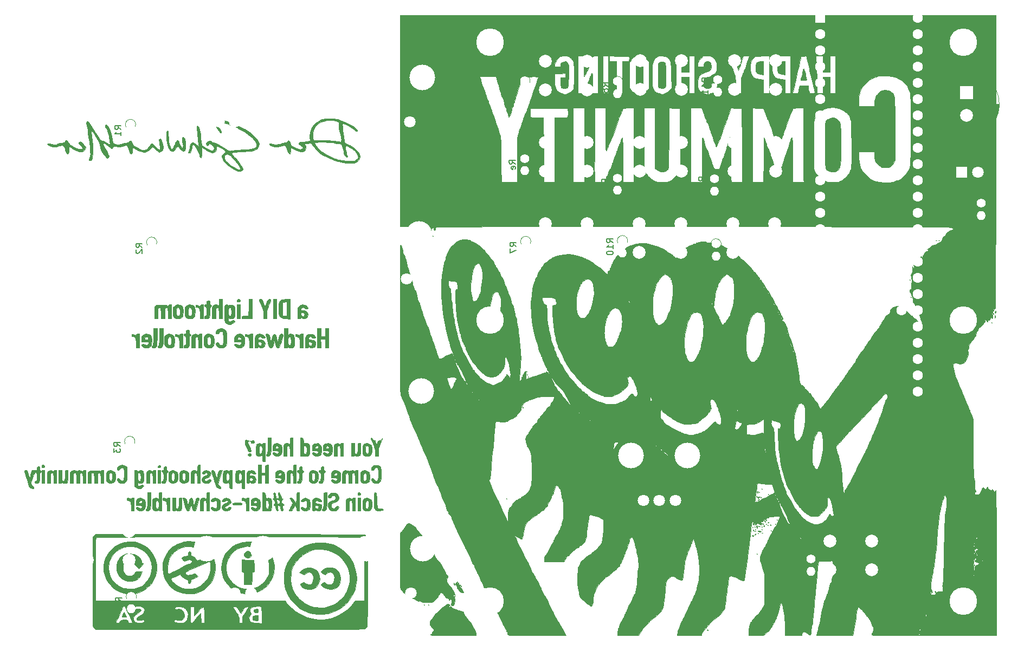
<source format=gbr>
%TF.GenerationSoftware,KiCad,Pcbnew,(5.1.4-0-10_14)*%
%TF.CreationDate,2020-09-10T02:34:38+02:00*%
%TF.ProjectId,the_mvp_v1.2,7468655f-6d76-4705-9f76-312e322e6b69,1.1*%
%TF.SameCoordinates,Original*%
%TF.FileFunction,Legend,Bot*%
%TF.FilePolarity,Positive*%
%FSLAX46Y46*%
G04 Gerber Fmt 4.6, Leading zero omitted, Abs format (unit mm)*
G04 Created by KiCad (PCBNEW (5.1.4-0-10_14)) date 2020-09-10 02:34:38*
%MOMM*%
%LPD*%
G04 APERTURE LIST*
%ADD10C,0.010000*%
%ADD11C,0.120000*%
%ADD12C,0.150000*%
%ADD13C,1.600000*%
%ADD14R,1.600000X1.600000*%
%ADD15C,2.000000*%
%ADD16C,4.300000*%
%ADD17O,1.400000X1.400000*%
%ADD18C,1.400000*%
%ADD19C,1.800000*%
%ADD20R,1.800000X1.800000*%
%ADD21R,2.000000X2.000000*%
%ADD22C,4.000000*%
G04 APERTURE END LIST*
D10*
G36*
X136313333Y-96350667D02*
G01*
X137498666Y-96350667D01*
X137975435Y-96353091D01*
X138307455Y-96362153D01*
X138519264Y-96380537D01*
X138635402Y-96410927D01*
X138680407Y-96456008D01*
X138684000Y-96480324D01*
X138752762Y-96619999D01*
X138817486Y-96661204D01*
X138949376Y-96775307D01*
X139027057Y-96912547D01*
X139145816Y-97069483D01*
X139264696Y-97112667D01*
X139416371Y-97184644D01*
X139470532Y-97282000D01*
X139547474Y-97417463D01*
X139642663Y-97444683D01*
X139698548Y-97352865D01*
X139700000Y-97325051D01*
X139765378Y-97184713D01*
X139869333Y-97093018D01*
X140008259Y-96985472D01*
X140005018Y-96910844D01*
X139849171Y-96854205D01*
X139680500Y-96823036D01*
X139467209Y-96777357D01*
X139407249Y-96728597D01*
X139447667Y-96687899D01*
X139611297Y-96648365D01*
X139846859Y-96654101D01*
X139879866Y-96658805D01*
X140114965Y-96668861D01*
X140242713Y-96616787D01*
X140244696Y-96613787D01*
X140385251Y-96514342D01*
X140562566Y-96539503D01*
X140720503Y-96672303D01*
X140774750Y-96774000D01*
X140877495Y-96939708D01*
X141003133Y-97023558D01*
X141105381Y-97008661D01*
X141139333Y-96907047D01*
X141196194Y-96756451D01*
X141324055Y-96603310D01*
X141458836Y-96521544D01*
X141474869Y-96520000D01*
X141544543Y-96591764D01*
X141598303Y-96735129D01*
X141672064Y-96881455D01*
X141755316Y-96879101D01*
X141810692Y-96742108D01*
X141816666Y-96653081D01*
X141848178Y-96516020D01*
X141972908Y-96439960D01*
X142134166Y-96405010D01*
X142248990Y-96399881D01*
X142525580Y-96395013D01*
X142957570Y-96390403D01*
X143538594Y-96386049D01*
X144262285Y-96381947D01*
X145122277Y-96378096D01*
X146112204Y-96374494D01*
X147225700Y-96371137D01*
X148456397Y-96368023D01*
X149797930Y-96365151D01*
X151243932Y-96362517D01*
X152788038Y-96360119D01*
X154423880Y-96357955D01*
X156145092Y-96356022D01*
X157945308Y-96354318D01*
X159818162Y-96352841D01*
X161757287Y-96351588D01*
X163756317Y-96350556D01*
X165808886Y-96349743D01*
X167908627Y-96349148D01*
X170049174Y-96348766D01*
X172224160Y-96348597D01*
X174427220Y-96348637D01*
X176651987Y-96348884D01*
X178892094Y-96349336D01*
X181141175Y-96349991D01*
X183392864Y-96350845D01*
X185640795Y-96351897D01*
X187878600Y-96353143D01*
X190099915Y-96354583D01*
X192298372Y-96356212D01*
X194467605Y-96358029D01*
X196601248Y-96360032D01*
X198692935Y-96362218D01*
X200736298Y-96364584D01*
X202724972Y-96367128D01*
X204652591Y-96369848D01*
X206512788Y-96372742D01*
X208299196Y-96375806D01*
X210005450Y-96379038D01*
X211625183Y-96382437D01*
X213152029Y-96385999D01*
X214579621Y-96389723D01*
X215901593Y-96393605D01*
X217111578Y-96397644D01*
X218203211Y-96401836D01*
X219170125Y-96406180D01*
X220005954Y-96410674D01*
X220704331Y-96415314D01*
X221258890Y-96420098D01*
X221663264Y-96425024D01*
X221911088Y-96430089D01*
X221995995Y-96435292D01*
X221996000Y-96435333D01*
X222071112Y-96488352D01*
X222258751Y-96517841D01*
X222334666Y-96520000D01*
X222570152Y-96540971D01*
X222667187Y-96610488D01*
X222673333Y-96647000D01*
X222721693Y-96759630D01*
X222762997Y-96774000D01*
X222810945Y-96827012D01*
X222794747Y-96867706D01*
X222721509Y-96915097D01*
X222679027Y-96867879D01*
X222573364Y-96840909D01*
X222346402Y-96915647D01*
X222193791Y-96987343D01*
X221892008Y-97169482D01*
X221700376Y-97377327D01*
X221614322Y-97537503D01*
X221477774Y-97766366D01*
X221340405Y-97871545D01*
X221316080Y-97874667D01*
X221191598Y-97947853D01*
X221067673Y-98127820D01*
X220977444Y-98355180D01*
X220951778Y-98527476D01*
X220877617Y-98628949D01*
X220679235Y-98759856D01*
X220457889Y-98867940D01*
X220202660Y-98988470D01*
X220024253Y-99091521D01*
X219964000Y-99150071D01*
X219890339Y-99195133D01*
X219712128Y-99210802D01*
X219702633Y-99210576D01*
X219486694Y-99246859D01*
X219281616Y-99390257D01*
X219173466Y-99502876D01*
X218977231Y-99692437D01*
X218794733Y-99820841D01*
X218736333Y-99844816D01*
X218628274Y-99878458D01*
X218681379Y-99894121D01*
X218718145Y-99896845D01*
X218819677Y-99929681D01*
X218798124Y-100037879D01*
X218777397Y-100078371D01*
X218675049Y-100191524D01*
X218599750Y-100197077D01*
X218475900Y-100205570D01*
X218331210Y-100315476D01*
X218218261Y-100475616D01*
X218186000Y-100599779D01*
X218126584Y-100756920D01*
X218059000Y-100807382D01*
X217954135Y-100922301D01*
X217932000Y-101026759D01*
X217914114Y-101143237D01*
X217832807Y-101113977D01*
X217795838Y-101084396D01*
X217671887Y-101018035D01*
X217570132Y-101094449D01*
X217553671Y-101116362D01*
X217413002Y-101235457D01*
X217323496Y-101261333D01*
X217238326Y-101313854D01*
X217233130Y-101490065D01*
X217236606Y-101515333D01*
X217235887Y-101712958D01*
X217155323Y-101761690D01*
X217000516Y-101663500D01*
X216925198Y-101602497D01*
X216959291Y-101659764D01*
X216991340Y-101702688D01*
X217046068Y-101816563D01*
X216998175Y-101930441D01*
X216869060Y-102062521D01*
X216700239Y-102203028D01*
X216580232Y-102274900D01*
X216567065Y-102277333D01*
X216539909Y-102343562D01*
X216571973Y-102474901D01*
X216603660Y-102676011D01*
X216574432Y-102790028D01*
X216505835Y-102856834D01*
X216447807Y-102766912D01*
X216445829Y-102761794D01*
X216371364Y-102624155D01*
X216321631Y-102636244D01*
X216305264Y-102779222D01*
X216328335Y-103018167D01*
X216355536Y-103290002D01*
X216323381Y-103464535D01*
X216237250Y-103589667D01*
X216142992Y-103738803D01*
X216114076Y-103939829D01*
X216130906Y-104182333D01*
X216174371Y-104437129D01*
X216232353Y-104616478D01*
X216265068Y-104661752D01*
X216295160Y-104778469D01*
X216220133Y-104989423D01*
X216134132Y-105268811D01*
X216168416Y-105550079D01*
X216210400Y-105837317D01*
X216172222Y-106055753D01*
X216063216Y-106165926D01*
X216021294Y-106172000D01*
X215930367Y-106238343D01*
X215901497Y-106386818D01*
X215935744Y-106541588D01*
X216015019Y-106621353D01*
X216099526Y-106726147D01*
X216170303Y-106933979D01*
X216185353Y-107011412D01*
X216237754Y-107225785D01*
X216302556Y-107347130D01*
X216324334Y-107357333D01*
X216372264Y-107433438D01*
X216402535Y-107627838D01*
X216408000Y-107776459D01*
X216430846Y-108064508D01*
X216493203Y-108238669D01*
X216519273Y-108263293D01*
X216606530Y-108373458D01*
X216723080Y-108593068D01*
X216829194Y-108839000D01*
X216951073Y-109127027D01*
X217067644Y-109363651D01*
X217141254Y-109480667D01*
X217234544Y-109673738D01*
X217254666Y-109806263D01*
X217303160Y-110010960D01*
X217416729Y-110225789D01*
X217544532Y-110469863D01*
X217634925Y-110753634D01*
X217638597Y-110772180D01*
X217707776Y-111013039D01*
X217800019Y-111190532D01*
X217815202Y-111207773D01*
X217919449Y-111340845D01*
X217877582Y-111405403D01*
X217699166Y-111420941D01*
X217523447Y-111370516D01*
X217304940Y-111245777D01*
X217096645Y-111085843D01*
X216951567Y-110929830D01*
X216916000Y-110842937D01*
X216845564Y-110773735D01*
X216674750Y-110690140D01*
X216662000Y-110685250D01*
X216485718Y-110580860D01*
X216408169Y-110460008D01*
X216408000Y-110455021D01*
X216353732Y-110337896D01*
X216301921Y-110320667D01*
X216199336Y-110265062D01*
X216008025Y-110115222D01*
X215759034Y-109896610D01*
X215579205Y-109728000D01*
X215316124Y-109479348D01*
X215099054Y-109282046D01*
X214956039Y-109161137D01*
X214915472Y-109135333D01*
X214822997Y-109088178D01*
X214663187Y-108973892D01*
X214653103Y-108966000D01*
X214352311Y-108828005D01*
X213986410Y-108803064D01*
X213599461Y-108876414D01*
X213235525Y-109033293D01*
X212938660Y-109258937D01*
X212752928Y-109538584D01*
X212730237Y-109610278D01*
X212662157Y-109764435D01*
X212596387Y-109812667D01*
X212528136Y-109883338D01*
X212513333Y-109976294D01*
X212442500Y-110132940D01*
X212348331Y-110192292D01*
X212192634Y-110310239D01*
X212126837Y-110430831D01*
X212037576Y-110625510D01*
X211895724Y-110850568D01*
X211880722Y-110871000D01*
X211720638Y-111106659D01*
X211545221Y-111394896D01*
X211488383Y-111495924D01*
X211341786Y-111764181D01*
X211209334Y-112006584D01*
X211168910Y-112080576D01*
X211045153Y-112257162D01*
X210847420Y-112490115D01*
X210682077Y-112664379D01*
X210488094Y-112865905D01*
X210354104Y-113019524D01*
X210312000Y-113084948D01*
X210267700Y-113168972D01*
X210150331Y-113357343D01*
X209983187Y-113615170D01*
X209789564Y-113907560D01*
X209592755Y-114199621D01*
X209416056Y-114456461D01*
X209282761Y-114643189D01*
X209218176Y-114723333D01*
X209119190Y-114849040D01*
X208982694Y-115070200D01*
X208850885Y-115316000D01*
X208705926Y-115537712D01*
X208558881Y-115703266D01*
X208407774Y-115869589D01*
X208225003Y-116104093D01*
X208040794Y-116363195D01*
X207885373Y-116603308D01*
X207788966Y-116780845D01*
X207772000Y-116837959D01*
X207713548Y-116921870D01*
X207693899Y-116924667D01*
X207618470Y-116996668D01*
X207534280Y-117173666D01*
X207521379Y-117210762D01*
X207408166Y-117453157D01*
X207265246Y-117643135D01*
X207260813Y-117647218D01*
X207135442Y-117793982D01*
X207094667Y-117893953D01*
X207043166Y-118000791D01*
X206906868Y-118196030D01*
X206713079Y-118441159D01*
X206671333Y-118491000D01*
X206470192Y-118737420D01*
X206320828Y-118936665D01*
X206250275Y-119052254D01*
X206248000Y-119062264D01*
X206200953Y-119175826D01*
X206088330Y-119357710D01*
X205952904Y-119546107D01*
X205837451Y-119679208D01*
X205803500Y-119704555D01*
X205741112Y-119802200D01*
X205737850Y-119831555D01*
X205685758Y-119939966D01*
X205549810Y-120137401D01*
X205357169Y-120385022D01*
X205314517Y-120436805D01*
X205114020Y-120690569D01*
X204965313Y-120902922D01*
X204895460Y-121034611D01*
X204893333Y-121047659D01*
X204826636Y-121166235D01*
X204724000Y-121242666D01*
X204589288Y-121361068D01*
X204554666Y-121450257D01*
X204515851Y-121575221D01*
X204491166Y-121595444D01*
X204404741Y-121680185D01*
X204249032Y-121873705D01*
X204047922Y-122143385D01*
X203825293Y-122456602D01*
X203605027Y-122780737D01*
X203463241Y-122999500D01*
X203304895Y-123232195D01*
X203173805Y-123393100D01*
X203106507Y-123444000D01*
X203031965Y-123507760D01*
X203030666Y-123522154D01*
X202976695Y-123628156D01*
X202842598Y-123794361D01*
X202797833Y-123842358D01*
X202503823Y-124160207D01*
X202254691Y-124452460D01*
X202082950Y-124680303D01*
X202045623Y-124740344D01*
X201984398Y-124806098D01*
X201913432Y-124755874D01*
X201805185Y-124569758D01*
X201802449Y-124564510D01*
X201602966Y-124203205D01*
X201404963Y-123881948D01*
X201232520Y-123637398D01*
X201109720Y-123506214D01*
X201105322Y-123503293D01*
X201008495Y-123396703D01*
X200998666Y-123358045D01*
X200944148Y-123254412D01*
X200807422Y-123087275D01*
X200744666Y-123020666D01*
X200585363Y-122820662D01*
X200496996Y-122637773D01*
X200490666Y-122594414D01*
X200443746Y-122458629D01*
X200379908Y-122428000D01*
X200268201Y-122364957D01*
X200204380Y-122300871D01*
X173399175Y-122300871D01*
X173395965Y-122593060D01*
X173339251Y-122763458D01*
X173160300Y-122913447D01*
X172971651Y-122903060D01*
X172949119Y-122879555D01*
X172776444Y-122879555D01*
X172764822Y-122929890D01*
X172720000Y-122936000D01*
X172650310Y-122905022D01*
X172663555Y-122879555D01*
X172764035Y-122869422D01*
X172776444Y-122879555D01*
X172949119Y-122879555D01*
X172810259Y-122734705D01*
X172807070Y-122728824D01*
X172662126Y-122528218D01*
X172505908Y-122475632D01*
X172316175Y-122572467D01*
X172112564Y-122772610D01*
X171934354Y-122975936D01*
X171808743Y-123127585D01*
X171771109Y-123180504D01*
X171657259Y-123305810D01*
X171442971Y-123462027D01*
X171184472Y-123615804D01*
X170937991Y-123733785D01*
X170759752Y-123782619D01*
X170755987Y-123782667D01*
X170584925Y-123804187D01*
X170518666Y-123852401D01*
X170439404Y-123930827D01*
X170223235Y-124002358D01*
X169902583Y-124060566D01*
X169509875Y-124099020D01*
X169216382Y-124110634D01*
X168817225Y-124102877D01*
X168465876Y-124056353D01*
X168085552Y-123957761D01*
X167806727Y-123866438D01*
X167184361Y-123642994D01*
X166697081Y-123443181D01*
X166315125Y-123251914D01*
X166008732Y-123054106D01*
X165748141Y-122834673D01*
X165722389Y-122809924D01*
X165511142Y-122613439D01*
X165345590Y-122475592D01*
X165266105Y-122428000D01*
X165184593Y-122360937D01*
X165154049Y-122301000D01*
X165053988Y-122188595D01*
X164999102Y-122174000D01*
X164895403Y-122117260D01*
X164712791Y-121969446D01*
X164485951Y-121764165D01*
X164249568Y-121535022D01*
X164038327Y-121315626D01*
X163886914Y-121139583D01*
X163830000Y-121041246D01*
X163772725Y-120949679D01*
X163620343Y-120775675D01*
X163402017Y-120551818D01*
X163324452Y-120476382D01*
X163063912Y-120200733D01*
X162776469Y-119855760D01*
X162487467Y-119476819D01*
X162222248Y-119099265D01*
X162006155Y-118758454D01*
X161864531Y-118489740D01*
X161828531Y-118389454D01*
X161766974Y-118239178D01*
X161714426Y-118194667D01*
X161640374Y-118124989D01*
X161550532Y-117956313D01*
X161546386Y-117946427D01*
X161424301Y-117707871D01*
X161261200Y-117451581D01*
X161239781Y-117421978D01*
X161108816Y-117210920D01*
X161039365Y-117033600D01*
X161036000Y-117003251D01*
X160975218Y-116826629D01*
X160922703Y-116766706D01*
X160829312Y-116630797D01*
X160731164Y-116402974D01*
X160701508Y-116312548D01*
X160606932Y-116047501D01*
X160503493Y-115828448D01*
X160476139Y-115784704D01*
X160382965Y-115565966D01*
X160358666Y-115398761D01*
X160333205Y-115202379D01*
X160287994Y-115100100D01*
X160202057Y-114944432D01*
X160096134Y-114669398D01*
X159985658Y-114321222D01*
X159886061Y-113946126D01*
X159851255Y-113792000D01*
X159770000Y-113424748D01*
X159675737Y-113020117D01*
X159632203Y-112840778D01*
X159565310Y-112529975D01*
X159521669Y-112249339D01*
X159512000Y-112116878D01*
X159477486Y-111904490D01*
X159409332Y-111775866D01*
X159362373Y-111647093D01*
X159325224Y-111361937D01*
X159297512Y-110916168D01*
X159278864Y-110305561D01*
X159278719Y-110298432D01*
X159265171Y-109708945D01*
X159249676Y-109267628D01*
X159229064Y-108953321D01*
X159200161Y-108744865D01*
X159159796Y-108621102D01*
X159104796Y-108560872D01*
X159031991Y-108543015D01*
X159015509Y-108542667D01*
X158799303Y-108464970D01*
X158642328Y-108248284D01*
X158560101Y-107917211D01*
X158552634Y-107808746D01*
X158538333Y-107399667D01*
X159351017Y-107399667D01*
X159879813Y-107418473D01*
X160255976Y-107477736D01*
X160492292Y-107581719D01*
X160601548Y-107734685D01*
X160612666Y-107820373D01*
X160654805Y-108011992D01*
X160708068Y-108096201D01*
X160762222Y-108245153D01*
X160750129Y-108404123D01*
X160665495Y-108565136D01*
X160485048Y-108635380D01*
X160421895Y-108643156D01*
X160147000Y-108669667D01*
X160151963Y-109944376D01*
X160178918Y-110933070D01*
X160249996Y-111829730D01*
X160362502Y-112608707D01*
X160490195Y-113164441D01*
X160561541Y-113454844D01*
X160605688Y-113710516D01*
X160612666Y-113804554D01*
X160643079Y-113989935D01*
X160722492Y-114268138D01*
X160824333Y-114554000D01*
X160932874Y-114857348D01*
X161009221Y-115121113D01*
X161036000Y-115279353D01*
X161096525Y-115482437D01*
X161174568Y-115579600D01*
X161294815Y-115728166D01*
X161425383Y-115958199D01*
X161460574Y-116034467D01*
X161721946Y-116631711D01*
X161921622Y-117076080D01*
X162061472Y-117371654D01*
X162139967Y-117517333D01*
X162239348Y-117697364D01*
X162304716Y-117836437D01*
X162397519Y-118003467D01*
X162557189Y-118248444D01*
X162727847Y-118488989D01*
X162900216Y-118734571D01*
X163022593Y-118932323D01*
X163068000Y-119037718D01*
X163136363Y-119116391D01*
X163192826Y-119126000D01*
X163314042Y-119194637D01*
X163439126Y-119361311D01*
X163446832Y-119375808D01*
X163559731Y-119540792D01*
X163761224Y-119786581D01*
X164019165Y-120075251D01*
X164211006Y-120277308D01*
X164470468Y-120550113D01*
X164678720Y-120781486D01*
X164811157Y-120943296D01*
X164846000Y-121003262D01*
X164916036Y-121083998D01*
X165067055Y-121161569D01*
X165246812Y-121259903D01*
X165494498Y-121432183D01*
X165723221Y-121613702D01*
X166004590Y-121833027D01*
X166290232Y-122026167D01*
X166475833Y-122129875D01*
X166673592Y-122238549D01*
X166784594Y-122331443D01*
X166793333Y-122352980D01*
X166865170Y-122411757D01*
X166983833Y-122428521D01*
X167203761Y-122468428D01*
X167391643Y-122542447D01*
X167644375Y-122651532D01*
X167836143Y-122712872D01*
X168001865Y-122780853D01*
X168063333Y-122852946D01*
X168142029Y-122893065D01*
X168354510Y-122922043D01*
X168665363Y-122935539D01*
X168740666Y-122936000D01*
X169055204Y-122927311D01*
X169292065Y-122904220D01*
X169411193Y-122871192D01*
X169418000Y-122860512D01*
X169490353Y-122788665D01*
X169650833Y-122729417D01*
X170112719Y-122566544D01*
X170610277Y-122304758D01*
X171078890Y-121981587D01*
X171353363Y-121740656D01*
X171681352Y-121385047D01*
X171877660Y-121084722D01*
X171954686Y-120806001D01*
X171924830Y-120515206D01*
X171868616Y-120341260D01*
X171834801Y-120102874D01*
X171892848Y-119884491D01*
X172020334Y-119743047D01*
X172113807Y-119718667D01*
X172287092Y-119780031D01*
X172454763Y-119922307D01*
X172547290Y-120082769D01*
X172550666Y-120112789D01*
X172592987Y-120216873D01*
X172621743Y-120226667D01*
X172712548Y-120306910D01*
X172831661Y-120537517D01*
X172971783Y-120903305D01*
X173028615Y-121073333D01*
X173119807Y-121341810D01*
X173203239Y-121565957D01*
X173227327Y-121623667D01*
X173341140Y-121959183D01*
X173399175Y-122300871D01*
X200204380Y-122300871D01*
X200108506Y-122204601D01*
X200020075Y-122094564D01*
X199839977Y-121888253D01*
X199668437Y-121746753D01*
X199605364Y-121716922D01*
X199494420Y-121660639D01*
X199492668Y-121619776D01*
X199486072Y-121524940D01*
X199385844Y-121384953D01*
X199239086Y-121248829D01*
X199092899Y-121165585D01*
X199048926Y-121158000D01*
X198987805Y-121115667D01*
X175751494Y-121115667D01*
X175742343Y-121260262D01*
X175715838Y-121272993D01*
X175712464Y-121265445D01*
X175695715Y-121097365D01*
X175709327Y-121011445D01*
X175736277Y-120976917D01*
X175750936Y-121089374D01*
X175751494Y-121115667D01*
X198987805Y-121115667D01*
X198937084Y-121080538D01*
X198824878Y-120875762D01*
X198726246Y-120585085D01*
X198655128Y-120249921D01*
X198625461Y-119911684D01*
X198625339Y-119899444D01*
X198608795Y-119650728D01*
X198566253Y-119290620D01*
X198537617Y-119096409D01*
X198356629Y-119096409D01*
X198355253Y-119210510D01*
X198332599Y-119215735D01*
X198289333Y-119083667D01*
X198240255Y-118802441D01*
X198224420Y-118575667D01*
X198228876Y-118441827D01*
X198247478Y-118456268D01*
X198287398Y-118627692D01*
X198294190Y-118660333D01*
X198336389Y-118903120D01*
X198356629Y-119096409D01*
X198537617Y-119096409D01*
X198504793Y-118873800D01*
X198453961Y-118575667D01*
X198376084Y-118140136D01*
X198301320Y-117712225D01*
X198240011Y-117351597D01*
X198211821Y-117178667D01*
X198159379Y-116891870D01*
X198090896Y-116891870D01*
X198077666Y-116924667D01*
X198001584Y-117005437D01*
X197988003Y-117009333D01*
X197951637Y-116943827D01*
X197950666Y-116924667D01*
X198015754Y-116843253D01*
X198040330Y-116840000D01*
X198090896Y-116891870D01*
X198159379Y-116891870D01*
X198129766Y-116729928D01*
X198031082Y-116298132D01*
X197929805Y-115940925D01*
X197904389Y-115871330D01*
X197781333Y-115871330D01*
X197733994Y-115980757D01*
X197696666Y-115993333D01*
X197628541Y-115922207D01*
X197612000Y-115819003D01*
X197644593Y-115701933D01*
X197696666Y-115697000D01*
X197774571Y-115819502D01*
X197781333Y-115871330D01*
X197904389Y-115871330D01*
X197871642Y-115781667D01*
X197809030Y-115607532D01*
X197717566Y-115322277D01*
X197712690Y-115306251D01*
X197603560Y-115306251D01*
X197594530Y-115425630D01*
X197572067Y-115444090D01*
X197524377Y-115343535D01*
X197439670Y-115105869D01*
X197403023Y-114998500D01*
X197325426Y-114851183D01*
X197263458Y-114808000D01*
X197212318Y-114735157D01*
X197198488Y-114575167D01*
X197211431Y-114435998D01*
X197236028Y-114457829D01*
X197251034Y-114511296D01*
X197334813Y-114702529D01*
X197452880Y-114882547D01*
X197567774Y-115104897D01*
X197603560Y-115306251D01*
X197712690Y-115306251D01*
X197612862Y-114978176D01*
X197510528Y-114627500D01*
X197426173Y-114322523D01*
X197378603Y-114130667D01*
X197324021Y-113954482D01*
X197277160Y-113876667D01*
X197227848Y-113792000D01*
X197019333Y-113792000D01*
X196988355Y-113861690D01*
X196962889Y-113848444D01*
X196952756Y-113747965D01*
X196962889Y-113735555D01*
X197013223Y-113747178D01*
X197019333Y-113792000D01*
X197227848Y-113792000D01*
X197216114Y-113771855D01*
X197125899Y-113551580D01*
X197075659Y-113411000D01*
X196934666Y-113411000D01*
X196892333Y-113453333D01*
X196850000Y-113411000D01*
X196892333Y-113368667D01*
X196934666Y-113411000D01*
X197075659Y-113411000D01*
X197022931Y-113263461D01*
X196947742Y-113030000D01*
X196850000Y-113030000D01*
X196821113Y-113112465D01*
X196812663Y-113114667D01*
X196740377Y-113055338D01*
X196723000Y-113030000D01*
X196729713Y-112951981D01*
X196760336Y-112945333D01*
X196846554Y-113006794D01*
X196850000Y-113030000D01*
X196947742Y-113030000D01*
X196923624Y-112955114D01*
X196885052Y-112818333D01*
X196680666Y-112818333D01*
X196638333Y-112860667D01*
X196596000Y-112818333D01*
X196638333Y-112776000D01*
X196680666Y-112818333D01*
X196885052Y-112818333D01*
X196844395Y-112674159D01*
X196810168Y-112522000D01*
X196789019Y-112431027D01*
X193351883Y-112431027D01*
X193321278Y-112836140D01*
X193295709Y-112973137D01*
X193242303Y-113263480D01*
X193194924Y-113622227D01*
X193174815Y-113834333D01*
X193124504Y-114323745D01*
X193051851Y-114701414D01*
X192944822Y-115024615D01*
X192905279Y-115117129D01*
X192821754Y-115355424D01*
X192786019Y-115559495D01*
X192786000Y-115562778D01*
X192745583Y-115785245D01*
X192701321Y-115888649D01*
X192619956Y-116051565D01*
X192508804Y-116299565D01*
X192450330Y-116437833D01*
X192339315Y-116666329D01*
X192236779Y-116812032D01*
X192191345Y-116840000D01*
X192138691Y-116892009D01*
X192152448Y-116927010D01*
X192134151Y-117039663D01*
X192010701Y-117193087D01*
X191826804Y-117349215D01*
X191627169Y-117469979D01*
X191459146Y-117517333D01*
X191223300Y-117481204D01*
X191087377Y-117429836D01*
X190900682Y-117248316D01*
X190717826Y-116913622D01*
X190546557Y-116441867D01*
X190457719Y-116120333D01*
X190377105Y-115638097D01*
X190338633Y-115036465D01*
X190338901Y-114935000D01*
X187790666Y-114935000D01*
X187748333Y-114977333D01*
X187706000Y-114935000D01*
X187748333Y-114892667D01*
X187790666Y-114935000D01*
X190338901Y-114935000D01*
X190340425Y-114359551D01*
X190355813Y-114088333D01*
X187452000Y-114088333D01*
X187409666Y-114130667D01*
X187367333Y-114088333D01*
X187409666Y-114046000D01*
X187452000Y-114088333D01*
X190355813Y-114088333D01*
X190380600Y-113651470D01*
X190457281Y-112956338D01*
X190481354Y-112818333D01*
X187113333Y-112818333D01*
X187071000Y-112860667D01*
X187028666Y-112818333D01*
X187071000Y-112776000D01*
X187113333Y-112818333D01*
X190481354Y-112818333D01*
X190568587Y-112318269D01*
X190630828Y-112056333D01*
X190662731Y-111945863D01*
X183700346Y-111945863D01*
X183690850Y-112590566D01*
X183645060Y-113259882D01*
X183563082Y-113925677D01*
X183445025Y-114559818D01*
X183354878Y-114920746D01*
X183289095Y-115195223D01*
X183258383Y-115405381D01*
X183265272Y-115492246D01*
X183251693Y-115565178D01*
X183223663Y-115570000D01*
X183139367Y-115636180D01*
X183134000Y-115670269D01*
X183092735Y-115824897D01*
X182968760Y-116125253D01*
X182761804Y-116571963D01*
X182596030Y-116913876D01*
X182401370Y-117189795D01*
X182144956Y-117393391D01*
X181866899Y-117507841D01*
X181607307Y-117516318D01*
X181413452Y-117409949D01*
X181275069Y-117223139D01*
X181139778Y-116984065D01*
X181043111Y-116761242D01*
X181017333Y-116646114D01*
X180980062Y-116483572D01*
X180897514Y-116289738D01*
X180813757Y-116025325D01*
X180784423Y-115824000D01*
X175344666Y-115824000D01*
X175313688Y-115893690D01*
X175288222Y-115880444D01*
X175278089Y-115779965D01*
X175288222Y-115767555D01*
X175338556Y-115779178D01*
X175344666Y-115824000D01*
X180784423Y-115824000D01*
X180755980Y-115628803D01*
X180723948Y-115135356D01*
X180717429Y-114580167D01*
X180736189Y-113998421D01*
X180779992Y-113425299D01*
X180814770Y-113157000D01*
X174582666Y-113157000D01*
X174540333Y-113199333D01*
X174498000Y-113157000D01*
X174540333Y-113114667D01*
X174582666Y-113157000D01*
X180814770Y-113157000D01*
X180848605Y-112895987D01*
X180922573Y-112522000D01*
X180996736Y-112206251D01*
X181080482Y-111839735D01*
X181117253Y-111675333D01*
X181182584Y-111427868D01*
X181277492Y-111163930D01*
X181416928Y-110849108D01*
X181615842Y-110448992D01*
X181816925Y-110064933D01*
X181958882Y-109937184D01*
X182208853Y-109823836D01*
X182505727Y-109747643D01*
X182720489Y-109728558D01*
X182929467Y-109775368D01*
X183162260Y-109888208D01*
X183176333Y-109897333D01*
X183322173Y-110005562D01*
X183365642Y-110063224D01*
X183356466Y-110066109D01*
X183336141Y-110117026D01*
X183373199Y-110175833D01*
X183509973Y-110440757D01*
X183610016Y-110842825D01*
X183673437Y-111353905D01*
X183700346Y-111945863D01*
X190662731Y-111945863D01*
X190828080Y-111373321D01*
X191027257Y-110835530D01*
X191241308Y-110419207D01*
X191483180Y-110100601D01*
X191765823Y-109855958D01*
X191866410Y-109789775D01*
X192140057Y-109710423D01*
X192459405Y-109747564D01*
X192760065Y-109889029D01*
X192867694Y-109979027D01*
X192999823Y-110193867D01*
X193118865Y-110538601D01*
X193219206Y-110973958D01*
X193295232Y-111460663D01*
X193341329Y-111959444D01*
X193351883Y-112431027D01*
X196789019Y-112431027D01*
X196751163Y-112268190D01*
X196683748Y-112062224D01*
X196681207Y-112056333D01*
X196605414Y-111880825D01*
X196495528Y-111623415D01*
X196432782Y-111475527D01*
X196300237Y-111213906D01*
X196187474Y-111108575D01*
X196137168Y-111110661D01*
X195985029Y-111094782D01*
X195923072Y-111045642D01*
X195887119Y-110948243D01*
X196003009Y-110888886D01*
X196003154Y-110888848D01*
X196116191Y-110839721D01*
X196125068Y-110742537D01*
X196109751Y-110702543D01*
X195909843Y-110702543D01*
X195837506Y-110693023D01*
X195791666Y-110659333D01*
X195684921Y-110504110D01*
X195667359Y-110416133D01*
X195684877Y-110334708D01*
X195751636Y-110388098D01*
X195794359Y-110442682D01*
X195895591Y-110608634D01*
X195909843Y-110702543D01*
X196109751Y-110702543D01*
X196071756Y-110603340D01*
X195953940Y-110369861D01*
X195860212Y-110210891D01*
X195658990Y-110210891D01*
X195615577Y-110212586D01*
X195549879Y-110161469D01*
X195435685Y-110016569D01*
X195410666Y-109929300D01*
X195372072Y-109823310D01*
X195344562Y-109812667D01*
X195272355Y-109742159D01*
X195187393Y-109571197D01*
X195182583Y-109558667D01*
X195138178Y-109386328D01*
X195158012Y-109305516D01*
X195164021Y-109304667D01*
X195235096Y-109372131D01*
X195241333Y-109415702D01*
X195294983Y-109556281D01*
X195400309Y-109697377D01*
X195548905Y-109907708D01*
X195624188Y-110072511D01*
X195658990Y-110210891D01*
X195860212Y-110210891D01*
X195799497Y-110107915D01*
X195773817Y-110068179D01*
X195650061Y-109842478D01*
X195583609Y-109648344D01*
X195580000Y-109611846D01*
X195519821Y-109427076D01*
X195457098Y-109356334D01*
X195378336Y-109251677D01*
X195240091Y-109023220D01*
X195058164Y-108698839D01*
X194955809Y-108507389D01*
X194818000Y-108507389D01*
X194768646Y-108600107D01*
X194667096Y-108585322D01*
X194583403Y-108473875D01*
X194620252Y-108387508D01*
X194683944Y-108373333D01*
X194800576Y-108441503D01*
X194818000Y-108507389D01*
X194955809Y-108507389D01*
X194848357Y-108306409D01*
X194729778Y-108077000D01*
X194564000Y-108077000D01*
X194521666Y-108119333D01*
X194479333Y-108077000D01*
X194521666Y-108034667D01*
X194564000Y-108077000D01*
X194729778Y-108077000D01*
X194707896Y-108034667D01*
X194554263Y-107738333D01*
X194310000Y-107738333D01*
X194267666Y-107780667D01*
X194225333Y-107738333D01*
X194267666Y-107696000D01*
X194310000Y-107738333D01*
X194554263Y-107738333D01*
X194370841Y-107384542D01*
X194325382Y-107300889D01*
X194112444Y-107300889D01*
X194100822Y-107351223D01*
X194056000Y-107357333D01*
X193986310Y-107326355D01*
X193999555Y-107300889D01*
X194100035Y-107290756D01*
X194112444Y-107300889D01*
X194325382Y-107300889D01*
X194092752Y-106872812D01*
X194029271Y-106764667D01*
X193886666Y-106764667D01*
X193822237Y-106846873D01*
X193802000Y-106849333D01*
X193719793Y-106784904D01*
X193717333Y-106764667D01*
X193781762Y-106682460D01*
X193802000Y-106680000D01*
X193884206Y-106744429D01*
X193886666Y-106764667D01*
X194029271Y-106764667D01*
X193929871Y-106595333D01*
X188498668Y-106595333D01*
X188480756Y-107449968D01*
X188423617Y-108165109D01*
X188323505Y-108766840D01*
X188176676Y-109281241D01*
X188077152Y-109530740D01*
X187975174Y-109805734D01*
X187906318Y-110059907D01*
X187851039Y-110240630D01*
X187788754Y-110320464D01*
X187786023Y-110320667D01*
X187712409Y-110389882D01*
X187599461Y-110566674D01*
X187527599Y-110701667D01*
X187407812Y-110919807D01*
X187311263Y-111057670D01*
X187277534Y-111082667D01*
X187210758Y-111152917D01*
X187173468Y-111252000D01*
X187080822Y-111389700D01*
X186994260Y-111421333D01*
X186877002Y-111485697D01*
X186859333Y-111548333D01*
X186788747Y-111651761D01*
X186690000Y-111675333D01*
X186552414Y-111640211D01*
X186520666Y-111591474D01*
X186486001Y-111430884D01*
X186399179Y-111214779D01*
X186285966Y-110992009D01*
X186172125Y-110811425D01*
X186083420Y-110721880D01*
X186061954Y-110721706D01*
X186033170Y-110713049D01*
X186086533Y-110633252D01*
X186149179Y-110516562D01*
X186107700Y-110490000D01*
X186023455Y-110421593D01*
X186012666Y-110363000D01*
X185970101Y-110250282D01*
X185933939Y-110236000D01*
X185858853Y-110163634D01*
X185745423Y-109975352D01*
X185613167Y-109714381D01*
X185481602Y-109423945D01*
X185370248Y-109147272D01*
X185298620Y-108927585D01*
X185286237Y-108808111D01*
X185287820Y-108805048D01*
X185311555Y-108699469D01*
X185345810Y-108461627D01*
X185350720Y-108420663D01*
X185081333Y-108420663D01*
X185040287Y-108508298D01*
X184996666Y-108500333D01*
X184915229Y-108392090D01*
X184912000Y-108368336D01*
X184976579Y-108290947D01*
X184996666Y-108288667D01*
X185070971Y-108357582D01*
X185081333Y-108420663D01*
X185350720Y-108420663D01*
X185385818Y-108127901D01*
X185391160Y-108077000D01*
X184827333Y-108077000D01*
X184785000Y-108119333D01*
X184742666Y-108077000D01*
X184785000Y-108034667D01*
X184827333Y-108077000D01*
X185391160Y-108077000D01*
X185422993Y-107773696D01*
X185510611Y-107074686D01*
X185623208Y-106485056D01*
X185639877Y-106427547D01*
X178925959Y-106427547D01*
X178925806Y-106443452D01*
X178903793Y-107014846D01*
X178853683Y-107600102D01*
X178780747Y-108169132D01*
X178690260Y-108691850D01*
X178587493Y-109138168D01*
X178477719Y-109478000D01*
X178366212Y-109681257D01*
X178356577Y-109691518D01*
X178255378Y-109856682D01*
X178179475Y-110086427D01*
X178179363Y-110086962D01*
X178068599Y-110397652D01*
X177869804Y-110766845D01*
X177618425Y-111137170D01*
X177349907Y-111451254D01*
X177315724Y-111484833D01*
X177055317Y-111676647D01*
X176806806Y-111761302D01*
X176605762Y-111734251D01*
X176487756Y-111590948D01*
X176487666Y-111590667D01*
X176432503Y-111506000D01*
X173990000Y-111506000D01*
X173959022Y-111575690D01*
X173933555Y-111562444D01*
X173923422Y-111461965D01*
X173933555Y-111449555D01*
X173983890Y-111461178D01*
X173990000Y-111506000D01*
X176432503Y-111506000D01*
X176398285Y-111453481D01*
X176323606Y-111421333D01*
X176245811Y-111346771D01*
X176159126Y-111188738D01*
X171004171Y-111188738D01*
X170980206Y-111672944D01*
X170941633Y-112016560D01*
X170886716Y-112350394D01*
X170830648Y-112609458D01*
X170782192Y-112756328D01*
X170763788Y-112776000D01*
X170702117Y-112849725D01*
X170627273Y-113035613D01*
X170597409Y-113135833D01*
X170540523Y-113339313D01*
X170485049Y-113511271D01*
X170412462Y-113700823D01*
X170304235Y-113957086D01*
X170181043Y-114239713D01*
X169969660Y-114655403D01*
X169750182Y-114927539D01*
X169493445Y-115080587D01*
X169170287Y-115139011D01*
X169106265Y-115141300D01*
X168871847Y-115099935D01*
X168689306Y-114938039D01*
X168661765Y-114900763D01*
X168543443Y-114703342D01*
X168487371Y-114548289D01*
X168486666Y-114536696D01*
X168437352Y-114372108D01*
X168412326Y-114338100D01*
X168365140Y-114219903D01*
X168308903Y-113981731D01*
X168254708Y-113671741D01*
X168247532Y-113622667D01*
X168207551Y-113248825D01*
X168203327Y-112888636D01*
X168208999Y-112818333D01*
X160528000Y-112818333D01*
X160485666Y-112860667D01*
X160443333Y-112818333D01*
X160485666Y-112776000D01*
X160528000Y-112818333D01*
X168208999Y-112818333D01*
X168236523Y-112477218D01*
X168286591Y-112098667D01*
X168363162Y-111576276D01*
X168420614Y-111197312D01*
X168463734Y-110937562D01*
X168497308Y-110772815D01*
X168526125Y-110678859D01*
X168554970Y-110631484D01*
X168580688Y-110611218D01*
X168651314Y-110494130D01*
X168656000Y-110452318D01*
X168704855Y-110313851D01*
X168831580Y-110088133D01*
X169006414Y-109818642D01*
X169199598Y-109548854D01*
X169381372Y-109322246D01*
X169521975Y-109182294D01*
X169528644Y-109177468D01*
X169835344Y-109056349D01*
X170155092Y-109089237D01*
X170443463Y-109270857D01*
X170460493Y-109288133D01*
X170606898Y-109458268D01*
X170684337Y-109582033D01*
X170688000Y-109598966D01*
X170739165Y-109715215D01*
X170809616Y-109806718D01*
X170897342Y-109994086D01*
X170960501Y-110311851D01*
X170996857Y-110722555D01*
X171004171Y-111188738D01*
X176159126Y-111188738D01*
X176136729Y-111147908D01*
X176015861Y-110861986D01*
X175981041Y-110767122D01*
X175891205Y-110502728D01*
X175828310Y-110273786D01*
X175807030Y-110151333D01*
X173312666Y-110151333D01*
X173281688Y-110221023D01*
X173256222Y-110207778D01*
X173246089Y-110107298D01*
X173256222Y-110094889D01*
X173306556Y-110106511D01*
X173312666Y-110151333D01*
X175807030Y-110151333D01*
X175787847Y-110040950D01*
X175765304Y-109764875D01*
X175756170Y-109406214D01*
X175755936Y-108925621D01*
X175756573Y-108809158D01*
X175761158Y-108485729D01*
X172367150Y-108485729D01*
X172332243Y-108491304D01*
X172209687Y-108375750D01*
X172135355Y-108297254D01*
X171960417Y-108054778D01*
X171935527Y-107857458D01*
X171973116Y-107776469D01*
X172030442Y-107808281D01*
X172127500Y-107970589D01*
X172181505Y-108075185D01*
X172316281Y-108350024D01*
X172367150Y-108485729D01*
X175761158Y-108485729D01*
X175764540Y-108247202D01*
X175784314Y-107803774D01*
X175821136Y-107428193D01*
X175880242Y-107069783D01*
X175966871Y-106677863D01*
X175979264Y-106626721D01*
X166604453Y-106626721D01*
X166603328Y-106951372D01*
X166582764Y-107202616D01*
X166542273Y-107341616D01*
X166518166Y-107357210D01*
X166479161Y-107432746D01*
X166456167Y-107622549D01*
X166453662Y-107717167D01*
X166412022Y-108142874D01*
X166302063Y-108632623D01*
X166143150Y-109105594D01*
X166092682Y-109223651D01*
X165989145Y-109470057D01*
X165913076Y-109681435D01*
X165908070Y-109698295D01*
X165823997Y-109855819D01*
X165659096Y-110078627D01*
X165493254Y-110269795D01*
X165273706Y-110490113D01*
X165102600Y-110607839D01*
X164923880Y-110653626D01*
X164780892Y-110659333D01*
X164529677Y-110636271D01*
X164360695Y-110539021D01*
X164231614Y-110384167D01*
X164054659Y-110068745D01*
X163932396Y-109672877D01*
X163859563Y-109170261D01*
X163830901Y-108534593D01*
X163830000Y-108376285D01*
X163857972Y-107581645D01*
X163942014Y-106945584D01*
X164082319Y-106466834D01*
X164134233Y-106355945D01*
X164222108Y-106126197D01*
X164252812Y-105944163D01*
X164287866Y-105773349D01*
X164338000Y-105706333D01*
X164409125Y-105586913D01*
X164422666Y-105489670D01*
X164450069Y-105354436D01*
X164486166Y-105324798D01*
X164567494Y-105258445D01*
X164678101Y-105098292D01*
X164684813Y-105086624D01*
X164904014Y-104849957D01*
X165262607Y-104643418D01*
X165579896Y-104526914D01*
X165752424Y-104529356D01*
X165960561Y-104649593D01*
X166060743Y-104732677D01*
X166233550Y-104910406D01*
X166353072Y-105114411D01*
X166447615Y-105401131D01*
X166496082Y-105600683D01*
X166550342Y-105912539D01*
X166586629Y-106267497D01*
X166604453Y-106626721D01*
X175979264Y-106626721D01*
X175984318Y-106605870D01*
X176086903Y-106207000D01*
X176189531Y-105843043D01*
X176278174Y-105562054D01*
X176324807Y-105439538D01*
X176407049Y-105232308D01*
X176445032Y-105086952D01*
X176445333Y-105079704D01*
X176504938Y-104990852D01*
X176530000Y-104986667D01*
X176606258Y-104918597D01*
X176614666Y-104866575D01*
X176675772Y-104742730D01*
X176843669Y-104535902D01*
X177095228Y-104271711D01*
X177407321Y-103975778D01*
X177468436Y-103920854D01*
X177691820Y-103812162D01*
X177936195Y-103868709D01*
X178171642Y-104055383D01*
X178339534Y-104200508D01*
X178464947Y-104263259D01*
X178489142Y-104259701D01*
X178548261Y-104291848D01*
X178579023Y-104431678D01*
X178572026Y-104584500D01*
X178624403Y-104646998D01*
X178637620Y-104648000D01*
X178704747Y-104726756D01*
X178771777Y-104939565D01*
X178833061Y-105251238D01*
X178882952Y-105626586D01*
X178915800Y-106030419D01*
X178925959Y-106427547D01*
X185639877Y-106427547D01*
X185755884Y-106027331D01*
X185849444Y-105813315D01*
X185917556Y-105600036D01*
X185928000Y-105495815D01*
X185954700Y-105357492D01*
X185991995Y-105325333D01*
X186059780Y-105254921D01*
X186166128Y-105073759D01*
X186247218Y-104908497D01*
X186413333Y-104619920D01*
X186616935Y-104362575D01*
X186712389Y-104273052D01*
X186922812Y-104100414D01*
X187095174Y-103951203D01*
X187120436Y-103927888D01*
X187322360Y-103811687D01*
X187526814Y-103858640D01*
X187636416Y-103941983D01*
X187844037Y-104096950D01*
X187981750Y-104176993D01*
X188158641Y-104323577D01*
X188295338Y-104575516D01*
X188394686Y-104946127D01*
X188459532Y-105448725D01*
X188492723Y-106096628D01*
X188498668Y-106595333D01*
X193929871Y-106595333D01*
X193863971Y-106483069D01*
X193674840Y-106198902D01*
X193515701Y-106003903D01*
X193507746Y-105995564D01*
X193404410Y-105867213D01*
X193390397Y-105835692D01*
X193188749Y-105835692D01*
X193159977Y-105929363D01*
X193095050Y-105993470D01*
X193058013Y-105929705D01*
X193057379Y-105797529D01*
X193073514Y-105771597D01*
X193154940Y-105751869D01*
X193188749Y-105835692D01*
X193390397Y-105835692D01*
X193378667Y-105809309D01*
X193333886Y-105716775D01*
X193218259Y-105532314D01*
X193192704Y-105494667D01*
X192955333Y-105494667D01*
X192924355Y-105564357D01*
X192898889Y-105551111D01*
X192888756Y-105450631D01*
X192898889Y-105438222D01*
X192949223Y-105449844D01*
X192955333Y-105494667D01*
X193192704Y-105494667D01*
X193103500Y-105363255D01*
X192863387Y-105013026D01*
X192697008Y-104753566D01*
X192639879Y-104657101D01*
X192569976Y-104675142D01*
X192491713Y-104730968D01*
X192386420Y-104784505D01*
X192362667Y-104750089D01*
X192429232Y-104644520D01*
X192460318Y-104629560D01*
X192467604Y-104605667D01*
X192278000Y-104605667D01*
X192235666Y-104648000D01*
X192193333Y-104605667D01*
X192235666Y-104563333D01*
X192278000Y-104605667D01*
X192467604Y-104605667D01*
X192484208Y-104551218D01*
X192430310Y-104405551D01*
X192332516Y-104252520D01*
X192224717Y-104152085D01*
X192183596Y-104140000D01*
X192118029Y-104070847D01*
X192108666Y-104006360D01*
X192091302Y-103965670D01*
X191854666Y-103965670D01*
X191793206Y-104051888D01*
X191770000Y-104055333D01*
X191687534Y-104026446D01*
X191685333Y-104017997D01*
X191744662Y-103945711D01*
X191770000Y-103928333D01*
X191848019Y-103935046D01*
X191854666Y-103965670D01*
X192091302Y-103965670D01*
X192052170Y-103873975D01*
X191966066Y-103759000D01*
X191600666Y-103759000D01*
X191558333Y-103801333D01*
X191516000Y-103759000D01*
X191558333Y-103716667D01*
X191600666Y-103759000D01*
X191966066Y-103759000D01*
X191907559Y-103680876D01*
X191791166Y-103555076D01*
X191564397Y-103319123D01*
X191262751Y-102992510D01*
X190920981Y-102613632D01*
X190573842Y-102220882D01*
X190356820Y-101970562D01*
X190205383Y-101822039D01*
X189973974Y-101624472D01*
X189779707Y-101471878D01*
X189531601Y-101279137D01*
X189323535Y-101107770D01*
X189223078Y-101016649D01*
X189068307Y-100877815D01*
X188854430Y-100706400D01*
X188804375Y-100668667D01*
X188637922Y-100541667D01*
X188214000Y-100541667D01*
X188171666Y-100584000D01*
X188129333Y-100541667D01*
X188171666Y-100499333D01*
X188214000Y-100541667D01*
X188637922Y-100541667D01*
X188543414Y-100469560D01*
X188285136Y-100265032D01*
X188260963Y-100245333D01*
X188044052Y-100092640D01*
X187746183Y-99913232D01*
X187497267Y-99779667D01*
X187220930Y-99634214D01*
X186997681Y-99505024D01*
X186883876Y-99426323D01*
X186757310Y-99355288D01*
X186513919Y-99252114D01*
X186198476Y-99135253D01*
X186076609Y-99093623D01*
X185774556Y-98999151D01*
X185498342Y-98931733D01*
X185205053Y-98885557D01*
X184851777Y-98854810D01*
X184395602Y-98833680D01*
X184086471Y-98824086D01*
X183487017Y-98811938D01*
X183045743Y-98814482D01*
X182752038Y-98832858D01*
X182595293Y-98868206D01*
X182564896Y-98921667D01*
X182628373Y-98980842D01*
X182655112Y-99029157D01*
X182529180Y-99045145D01*
X182372000Y-99039788D01*
X182120451Y-99041610D01*
X182016023Y-99088169D01*
X182012167Y-99123500D01*
X181958320Y-99207757D01*
X181842833Y-99235521D01*
X181640576Y-99284951D01*
X181410454Y-99396308D01*
X181398333Y-99403922D01*
X181189400Y-99531062D01*
X181025564Y-99620406D01*
X181017333Y-99624259D01*
X180869985Y-99725471D01*
X180703876Y-99879191D01*
X180541040Y-100017342D01*
X180408492Y-100075983D01*
X180407044Y-100076000D01*
X180300227Y-100145996D01*
X180190638Y-100315946D01*
X180184026Y-100330479D01*
X180087599Y-100489624D01*
X180001625Y-100540474D01*
X179994024Y-100537149D01*
X179922512Y-100556665D01*
X179913226Y-100600170D01*
X179859492Y-100727896D01*
X179728204Y-100919378D01*
X179660213Y-101002953D01*
X179410641Y-101294905D01*
X179134487Y-101045423D01*
X178944279Y-100870909D01*
X178801367Y-100735102D01*
X178773666Y-100707191D01*
X178640687Y-100615764D01*
X178432436Y-100513973D01*
X178416147Y-100507240D01*
X178159158Y-100371747D01*
X177944866Y-100214853D01*
X177607655Y-99970551D01*
X177141857Y-99722047D01*
X176587105Y-99484529D01*
X175983030Y-99273185D01*
X175369266Y-99103200D01*
X174785445Y-98989763D01*
X174726662Y-98981641D01*
X174341078Y-98937442D01*
X174036097Y-98925844D01*
X173740503Y-98950206D01*
X173383080Y-99013888D01*
X173193852Y-99053934D01*
X172742790Y-99170094D01*
X172313533Y-99313573D01*
X171939716Y-99469851D01*
X171654973Y-99624404D01*
X171492939Y-99762712D01*
X171474198Y-99796396D01*
X171363493Y-99897973D01*
X171314659Y-99906666D01*
X171181774Y-99971775D01*
X171091684Y-100076000D01*
X170985459Y-100207900D01*
X170922278Y-100245333D01*
X170803058Y-100298548D01*
X170655571Y-100422972D01*
X170531779Y-100565773D01*
X170483645Y-100674123D01*
X170487740Y-100687123D01*
X170458357Y-100765634D01*
X170360656Y-100810507D01*
X170194603Y-100917586D01*
X170134765Y-101016475D01*
X170058594Y-101148392D01*
X170004961Y-101176667D01*
X169934881Y-101245328D01*
X169926000Y-101303667D01*
X169883310Y-101416383D01*
X169847039Y-101430667D01*
X169763635Y-101501163D01*
X169708102Y-101621167D01*
X169642489Y-101788936D01*
X169525278Y-102054104D01*
X169380483Y-102362556D01*
X169363729Y-102397161D01*
X169227249Y-102691386D01*
X169126547Y-102933730D01*
X169080402Y-103078448D01*
X169079333Y-103089955D01*
X169009011Y-103199184D01*
X168910000Y-103251000D01*
X168784590Y-103344790D01*
X168741436Y-103545796D01*
X168740667Y-103592019D01*
X168740667Y-103879294D01*
X168418016Y-103565147D01*
X168021645Y-103200691D01*
X167617709Y-102866595D01*
X167248159Y-102595887D01*
X166983248Y-102435577D01*
X166755284Y-102290908D01*
X166582523Y-102133049D01*
X166566285Y-102111732D01*
X166446386Y-101979246D01*
X166369443Y-101938667D01*
X166262066Y-101894572D01*
X166066609Y-101781190D01*
X165909352Y-101679191D01*
X165681875Y-101544705D01*
X165504354Y-101473898D01*
X165437343Y-101473818D01*
X165372228Y-101462982D01*
X165373069Y-101419062D01*
X165312979Y-101329006D01*
X165117156Y-101248562D01*
X165057666Y-101233758D01*
X164795701Y-101167861D01*
X164580251Y-101102523D01*
X164549666Y-101091278D01*
X163654142Y-100816831D01*
X162753337Y-100683600D01*
X161878730Y-100694450D01*
X161280826Y-100793581D01*
X160948952Y-100882015D01*
X160661496Y-100975224D01*
X160476621Y-101054182D01*
X160467479Y-101059641D01*
X160274972Y-101150034D01*
X160149979Y-101176667D01*
X160035425Y-101222558D01*
X160020000Y-101263429D01*
X159950248Y-101356280D01*
X159824727Y-101424434D01*
X159626793Y-101529501D01*
X159403266Y-101687270D01*
X159380227Y-101706092D01*
X159160100Y-101873698D01*
X158956705Y-102004959D01*
X158940500Y-102013733D01*
X158794898Y-102138617D01*
X158750000Y-102249214D01*
X158690411Y-102406957D01*
X158592811Y-102521402D01*
X158458609Y-102680172D01*
X158306615Y-102917888D01*
X158252423Y-103018167D01*
X158128933Y-103229466D01*
X158022629Y-103358883D01*
X157986279Y-103378000D01*
X157918213Y-103448705D01*
X157903333Y-103542336D01*
X157861652Y-103706329D01*
X157812894Y-103762567D01*
X157756608Y-103878368D01*
X157766863Y-103934186D01*
X157764067Y-104064786D01*
X157735664Y-104096638D01*
X157631180Y-104220853D01*
X157517065Y-104435486D01*
X157427277Y-104667329D01*
X157395333Y-104830341D01*
X157357255Y-104960696D01*
X157310666Y-104986667D01*
X157249451Y-105059782D01*
X157226000Y-105221828D01*
X157182623Y-105464766D01*
X157106644Y-105627393D01*
X157040311Y-105796650D01*
X156982681Y-106074023D01*
X156947327Y-106387065D01*
X156914440Y-106770462D01*
X156865332Y-107227295D01*
X156810158Y-107663734D01*
X156805639Y-107696000D01*
X156763667Y-108197578D01*
X156756348Y-108823898D01*
X156781048Y-109534523D01*
X156835135Y-110289019D01*
X156915972Y-111046949D01*
X157020928Y-111767878D01*
X157097935Y-112183333D01*
X157179222Y-112589181D01*
X157266267Y-113035237D01*
X157313664Y-113284000D01*
X157393134Y-113635592D01*
X157491684Y-113975378D01*
X157564683Y-114173000D01*
X157720269Y-114561813D01*
X157836224Y-114914501D01*
X157897502Y-115182959D01*
X157903333Y-115255639D01*
X157940023Y-115431017D01*
X158037234Y-115704509D01*
X158175679Y-116024880D01*
X158252336Y-116182684D01*
X158316800Y-116396059D01*
X158326666Y-116500184D01*
X158361244Y-116638398D01*
X158409720Y-116670667D01*
X158485411Y-116743336D01*
X158542590Y-116903500D01*
X158613533Y-117155541D01*
X158724447Y-117466156D01*
X158855222Y-117787585D01*
X158985745Y-118072063D01*
X159095905Y-118271828D01*
X159143671Y-118331000D01*
X159237577Y-118487500D01*
X159258000Y-118608824D01*
X159309832Y-118776641D01*
X159385000Y-118841382D01*
X159497495Y-118946308D01*
X159512000Y-119005054D01*
X159559858Y-119173213D01*
X159689039Y-119438319D01*
X159877957Y-119762842D01*
X160105024Y-120109256D01*
X160305731Y-120384874D01*
X160497807Y-120639617D01*
X160655689Y-120857552D01*
X160739666Y-120982798D01*
X160851076Y-121119794D01*
X161040731Y-121309274D01*
X161160589Y-121417257D01*
X161503380Y-121730004D01*
X161755986Y-122010105D01*
X161967962Y-122320553D01*
X162188861Y-122724333D01*
X162375118Y-123087439D01*
X162568071Y-123463715D01*
X162721839Y-123763683D01*
X162851490Y-123990465D01*
X162957526Y-124129240D01*
X163009372Y-124151739D01*
X163063246Y-124157785D01*
X163068000Y-124191889D01*
X163049132Y-124272994D01*
X162980142Y-124262478D01*
X162842455Y-124148280D01*
X162617492Y-123918339D01*
X162572131Y-123869975D01*
X162210095Y-123480797D01*
X161950212Y-123196520D01*
X161777492Y-122999767D01*
X161726852Y-122936000D01*
X160358666Y-122936000D01*
X160358666Y-123174035D01*
X160301054Y-123405854D01*
X160168166Y-123615975D01*
X159972622Y-123862774D01*
X159827194Y-124115231D01*
X159766223Y-124313064D01*
X159766000Y-124322010D01*
X159696253Y-124419242D01*
X159526868Y-124524349D01*
X159512000Y-124531095D01*
X159337805Y-124631905D01*
X159258467Y-124724614D01*
X159258000Y-124730079D01*
X159204203Y-124857002D01*
X159063346Y-125066043D01*
X158866229Y-125317736D01*
X158643652Y-125572616D01*
X158438764Y-125779817D01*
X158267527Y-125968149D01*
X158167753Y-126134437D01*
X158157333Y-126181984D01*
X158109802Y-126303077D01*
X158060834Y-126322667D01*
X157918778Y-126395855D01*
X157796742Y-126572580D01*
X157737509Y-126788584D01*
X157736693Y-126809500D01*
X157708380Y-126958325D01*
X157664582Y-127000000D01*
X157543218Y-127061068D01*
X157366590Y-127214376D01*
X157178838Y-127415076D01*
X157024103Y-127618322D01*
X156977088Y-127698500D01*
X156873556Y-127862031D01*
X156789197Y-127931317D01*
X156788360Y-127931333D01*
X156725879Y-128000113D01*
X156718000Y-128058333D01*
X156672282Y-128171005D01*
X156633333Y-128185333D01*
X156556277Y-128253026D01*
X156548666Y-128300691D01*
X156499089Y-128431905D01*
X156373668Y-128630987D01*
X156299325Y-128729805D01*
X156036358Y-129125789D01*
X155920029Y-129480952D01*
X155942967Y-129824865D01*
X155990580Y-129968644D01*
X156077009Y-130233842D01*
X156123021Y-130470892D01*
X156125333Y-130515380D01*
X156147925Y-130673766D01*
X156190746Y-130725333D01*
X156265054Y-130794181D01*
X156372530Y-130966635D01*
X156411800Y-131042833D01*
X156529045Y-131280717D01*
X156624628Y-131472498D01*
X156640290Y-131503460D01*
X156726373Y-131769157D01*
X156795050Y-132194952D01*
X156846500Y-132782927D01*
X156880903Y-133535164D01*
X156898441Y-134453748D01*
X156898786Y-134493000D01*
X156899425Y-135267735D01*
X156883737Y-135897312D01*
X156846962Y-136405513D01*
X156784340Y-136816117D01*
X156691108Y-137152905D01*
X156562509Y-137439658D01*
X156393779Y-137700156D01*
X156212346Y-137922000D01*
X156066437Y-138093563D01*
X155971421Y-138215838D01*
X155969749Y-138218333D01*
X155823737Y-138353282D01*
X155574020Y-138506319D01*
X155384500Y-138597440D01*
X155238290Y-138691959D01*
X155194000Y-138766571D01*
X155123381Y-138837904D01*
X155030714Y-138853333D01*
X154836594Y-138910906D01*
X154740428Y-138980333D01*
X154602599Y-139084108D01*
X154533356Y-139107333D01*
X154404308Y-139167767D01*
X154223003Y-139316994D01*
X154036838Y-139506900D01*
X153893211Y-139689374D01*
X153839333Y-139811845D01*
X153797913Y-139933922D01*
X153754666Y-139954000D01*
X153679552Y-140022576D01*
X153670000Y-140081000D01*
X153609125Y-140193400D01*
X153556405Y-140208000D01*
X153448873Y-140286921D01*
X153349083Y-140500706D01*
X153264873Y-140814883D01*
X153204082Y-141194981D01*
X153174547Y-141606531D01*
X153176066Y-141880711D01*
X153183815Y-142200379D01*
X153179816Y-142443065D01*
X153165097Y-142569407D01*
X153157842Y-142578865D01*
X153102963Y-142507264D01*
X153023076Y-142328963D01*
X152997745Y-142261167D01*
X152916194Y-142058061D01*
X152780620Y-141746532D01*
X152610584Y-141370663D01*
X152443560Y-141012333D01*
X152253625Y-140599434D01*
X152076439Y-140193984D01*
X151933709Y-139846816D01*
X151856019Y-139636500D01*
X151762433Y-139392392D01*
X151675850Y-139230941D01*
X151631195Y-139192000D01*
X151555038Y-139127889D01*
X151553333Y-139111059D01*
X151513135Y-138998531D01*
X151409454Y-138793287D01*
X151309129Y-138615947D01*
X151160485Y-138346627D01*
X151044013Y-138104955D01*
X151002861Y-137998388D01*
X150933393Y-137807613D01*
X150821631Y-137536062D01*
X150739065Y-137347991D01*
X150629315Y-137096030D01*
X150554864Y-136908384D01*
X150534460Y-136839991D01*
X150498727Y-136732525D01*
X150412155Y-136533784D01*
X150368000Y-136440333D01*
X150243914Y-136155023D01*
X150208790Y-135981614D01*
X150259288Y-135890044D01*
X150304500Y-135868996D01*
X150366256Y-135762769D01*
X150417971Y-135488195D01*
X150459702Y-135044956D01*
X150465873Y-134951774D01*
X150518115Y-134154534D01*
X150569588Y-133430546D01*
X150618889Y-132796160D01*
X150664615Y-132267726D01*
X150705362Y-131861594D01*
X150739728Y-131594113D01*
X150763156Y-131487333D01*
X150792686Y-131353302D01*
X150827849Y-131092112D01*
X150863571Y-130745597D01*
X150886443Y-130471333D01*
X150949863Y-129636119D01*
X151002833Y-128952414D01*
X151046861Y-128402814D01*
X151083453Y-127969918D01*
X151114119Y-127636323D01*
X151140365Y-127384628D01*
X151163700Y-127197429D01*
X151178740Y-127097698D01*
X151222485Y-126871621D01*
X151280934Y-126775681D01*
X151394399Y-126772626D01*
X151502072Y-126798938D01*
X151721375Y-126834516D01*
X152039610Y-126860333D01*
X152374118Y-126870574D01*
X152707496Y-126864526D01*
X152920528Y-126835373D01*
X153061810Y-126771491D01*
X153160583Y-126682500D01*
X153342147Y-126544773D01*
X153509531Y-126492000D01*
X153806340Y-126418672D01*
X154127887Y-126213767D01*
X154209798Y-126141881D01*
X154358140Y-126024841D01*
X154447965Y-125984000D01*
X154514241Y-125918617D01*
X154516666Y-125895290D01*
X154573656Y-125782074D01*
X154712451Y-125625383D01*
X154728333Y-125610415D01*
X154872403Y-125453472D01*
X154939395Y-125334333D01*
X154940000Y-125327183D01*
X155007653Y-125224312D01*
X155067000Y-125191382D01*
X155165324Y-125078165D01*
X155194000Y-124938002D01*
X155235859Y-124701974D01*
X155304406Y-124533178D01*
X155543148Y-124122862D01*
X155729146Y-123856720D01*
X155872471Y-123721674D01*
X155947430Y-123698000D01*
X156129841Y-123644485D01*
X156187882Y-123601584D01*
X156268180Y-123556956D01*
X148799771Y-123556956D01*
X148797682Y-123613129D01*
X148793622Y-123613331D01*
X148698785Y-123552560D01*
X148549300Y-123399355D01*
X148480557Y-123316997D01*
X148350476Y-123135843D01*
X148299692Y-123029694D01*
X148332167Y-123021315D01*
X148447881Y-123129135D01*
X148684452Y-123397418D01*
X148799771Y-123556956D01*
X156268180Y-123556956D01*
X156304690Y-123536665D01*
X156545107Y-123436548D01*
X156871034Y-123316277D01*
X157152683Y-123220584D01*
X157517215Y-123104684D01*
X157810756Y-123025352D01*
X158082587Y-122975704D01*
X158381989Y-122948856D01*
X158758242Y-122937923D01*
X159189867Y-122936000D01*
X160358666Y-122936000D01*
X161726852Y-122936000D01*
X161676947Y-122873159D01*
X161670000Y-122861327D01*
X148166666Y-122861327D01*
X148114501Y-122907230D01*
X148082000Y-122893667D01*
X148000494Y-122781507D01*
X147997333Y-122756673D01*
X148049499Y-122710770D01*
X148082000Y-122724333D01*
X148163506Y-122836492D01*
X148166666Y-122861327D01*
X161670000Y-122861327D01*
X161633589Y-122799322D01*
X161628666Y-122776180D01*
X161576053Y-122673707D01*
X161446499Y-122510842D01*
X161417000Y-122478334D01*
X161277400Y-122307635D01*
X161249939Y-122258667D01*
X147658666Y-122258667D01*
X147629780Y-122341132D01*
X147621330Y-122343333D01*
X147549044Y-122284004D01*
X147531666Y-122258667D01*
X147538379Y-122180648D01*
X147569003Y-122174000D01*
X147655221Y-122235460D01*
X147658666Y-122258667D01*
X161249939Y-122258667D01*
X161207275Y-122182591D01*
X161205333Y-122169638D01*
X161149010Y-122090958D01*
X161134926Y-122089333D01*
X161055931Y-122023428D01*
X160920517Y-121851808D01*
X160779784Y-121644833D01*
X160617660Y-121402238D01*
X160483386Y-121219912D01*
X160416011Y-121146299D01*
X160377337Y-121038870D01*
X160391534Y-121003983D01*
X160393234Y-120891204D01*
X160369335Y-120868260D01*
X160300310Y-120775770D01*
X160178800Y-120566998D01*
X160025417Y-120278404D01*
X159938786Y-120106637D01*
X159765621Y-119770888D01*
X159601609Y-119476759D01*
X159472597Y-119269692D01*
X159432734Y-119216894D01*
X159275377Y-119081190D01*
X159146421Y-119044192D01*
X159088907Y-119117269D01*
X159088666Y-119126000D01*
X159015551Y-119187215D01*
X158853505Y-119210667D01*
X158603439Y-119260504D01*
X158416679Y-119351918D01*
X158214736Y-119455417D01*
X157931111Y-119557763D01*
X157784007Y-119598469D01*
X157466231Y-119685020D01*
X157086898Y-119801256D01*
X156700264Y-119929137D01*
X156360583Y-120050626D01*
X156122109Y-120147686D01*
X156099417Y-120158530D01*
X156011444Y-120185888D01*
X155968212Y-120132544D01*
X155957300Y-119964953D01*
X155961420Y-119785850D01*
X155969850Y-119390538D01*
X155961731Y-119137991D01*
X155934416Y-119002212D01*
X155885260Y-118957206D01*
X155877039Y-118956667D01*
X155793805Y-119027200D01*
X155738627Y-119147167D01*
X155654269Y-119322416D01*
X155585495Y-119397621D01*
X155490531Y-119529117D01*
X155482803Y-119566954D01*
X155458337Y-119779294D01*
X155422057Y-119858871D01*
X155359940Y-119843569D01*
X155305491Y-119862186D01*
X155317615Y-119986739D01*
X155307344Y-120169812D01*
X155160270Y-120330320D01*
X155144020Y-120342227D01*
X154924690Y-120500120D01*
X154963207Y-119961227D01*
X154986681Y-119661875D01*
X155002082Y-119481066D01*
X153570252Y-119481066D01*
X153540358Y-119756194D01*
X153494319Y-119853315D01*
X153411545Y-119919410D01*
X153328620Y-119872015D01*
X153224321Y-119723081D01*
X153075051Y-119530137D01*
X152964345Y-119469558D01*
X152910456Y-119548928D01*
X152908000Y-119591667D01*
X152867741Y-119704416D01*
X152833605Y-119718667D01*
X152751744Y-119788230D01*
X152662315Y-119951500D01*
X152424746Y-120321652D01*
X152068950Y-120627630D01*
X151644041Y-120831157D01*
X151480423Y-120872588D01*
X151267633Y-120954555D01*
X151156876Y-121034362D01*
X150943596Y-121146679D01*
X150713799Y-121119869D01*
X150606503Y-121045741D01*
X150554374Y-121014830D01*
X146805316Y-121014830D01*
X146787856Y-121124322D01*
X146750426Y-121073333D01*
X146676943Y-120933458D01*
X146542078Y-120715447D01*
X146447739Y-120573462D01*
X146273481Y-120330533D01*
X146113773Y-120128102D01*
X146050498Y-120057832D01*
X146015337Y-120006300D01*
X145102778Y-120006300D01*
X145101050Y-120175278D01*
X144994758Y-120449675D01*
X144954826Y-120533971D01*
X144837398Y-120802154D01*
X144748430Y-121048795D01*
X144733981Y-121100207D01*
X144668451Y-121265823D01*
X144601488Y-121327333D01*
X144540129Y-121398326D01*
X144526000Y-121496667D01*
X144473060Y-121634571D01*
X144399000Y-121666000D01*
X144280632Y-121723695D01*
X144262178Y-121771833D01*
X144239305Y-121791448D01*
X144210734Y-121708333D01*
X144142792Y-121524909D01*
X144098322Y-121451401D01*
X144043869Y-121339494D01*
X143960942Y-121121127D01*
X143864056Y-120841001D01*
X143767726Y-120543816D01*
X143686468Y-120274272D01*
X143634798Y-120077069D01*
X143626216Y-119997562D01*
X143746446Y-119952224D01*
X143978903Y-119910659D01*
X144266499Y-119879273D01*
X144552148Y-119864471D01*
X144758833Y-119870470D01*
X144991515Y-119914208D01*
X145102778Y-120006300D01*
X146015337Y-120006300D01*
X145953150Y-119915159D01*
X145820186Y-119661687D01*
X145675962Y-119344974D01*
X145634398Y-119245369D01*
X145475738Y-118863920D01*
X145309906Y-118476824D01*
X145169741Y-118160596D01*
X145155196Y-118128852D01*
X145043476Y-117873527D01*
X144968713Y-117678065D01*
X144949333Y-117602343D01*
X144990498Y-117539995D01*
X145083718Y-117582101D01*
X145183578Y-117694641D01*
X145239639Y-117819793D01*
X145307679Y-117975462D01*
X145374280Y-118025333D01*
X145452815Y-118091413D01*
X145457333Y-118123175D01*
X145504567Y-118249982D01*
X145621323Y-118439272D01*
X145653026Y-118483008D01*
X145823200Y-118750180D01*
X145963736Y-119033358D01*
X145966950Y-119041333D01*
X146072126Y-119266082D01*
X146174918Y-119428476D01*
X146187096Y-119442052D01*
X146261374Y-119571162D01*
X146361012Y-119812765D01*
X146465354Y-120116392D01*
X146472640Y-120139759D01*
X146572250Y-120435548D01*
X146663930Y-120663079D01*
X146729393Y-120777495D01*
X146734135Y-120781204D01*
X146793942Y-120895096D01*
X146805316Y-121014830D01*
X150554374Y-121014830D01*
X150448503Y-120952053D01*
X150219202Y-120878562D01*
X150206267Y-120875887D01*
X149905593Y-120766975D01*
X149542489Y-120562989D01*
X149166121Y-120296209D01*
X148825658Y-119998917D01*
X148745606Y-119916898D01*
X148413010Y-119559742D01*
X148180812Y-119303917D01*
X148031967Y-119128768D01*
X147949430Y-119013639D01*
X147916158Y-118937875D01*
X147912666Y-118907481D01*
X147842288Y-118797281D01*
X147742104Y-118744610D01*
X147625396Y-118672553D01*
X147618037Y-118615243D01*
X147596935Y-118513034D01*
X147497491Y-118315469D01*
X147340852Y-118064218D01*
X147331113Y-118049839D01*
X147140557Y-117743354D01*
X146920920Y-117350223D01*
X146898059Y-117305667D01*
X144946740Y-117305667D01*
X144933949Y-117416738D01*
X144880156Y-117371350D01*
X144864666Y-117348000D01*
X144794018Y-117155260D01*
X144782593Y-117051667D01*
X144795384Y-116940595D01*
X144849177Y-116985983D01*
X144864666Y-117009333D01*
X144935315Y-117202073D01*
X144946740Y-117305667D01*
X146898059Y-117305667D01*
X146710088Y-116939329D01*
X146642401Y-116797667D01*
X146479320Y-116465868D01*
X146329219Y-116192268D01*
X146213294Y-116013979D01*
X146168554Y-115967959D01*
X146075649Y-115837845D01*
X146050000Y-115697790D01*
X146018160Y-115520184D01*
X145965333Y-115443000D01*
X145888849Y-115321110D01*
X145880666Y-115260299D01*
X145847987Y-115095700D01*
X145768812Y-114875164D01*
X145763588Y-114863129D01*
X145671262Y-114622505D01*
X145553145Y-114273342D01*
X145426437Y-113870888D01*
X145308339Y-113470390D01*
X145216050Y-113127093D01*
X145192876Y-113030000D01*
X145137184Y-112800272D01*
X145053961Y-112475005D01*
X144960559Y-112121935D01*
X144954287Y-112098667D01*
X144870088Y-111752731D01*
X144808483Y-111434972D01*
X144781730Y-111209455D01*
X144781448Y-111195338D01*
X144760135Y-110962409D01*
X144706870Y-110649447D01*
X144659204Y-110433338D01*
X144602339Y-110134266D01*
X144547092Y-109729021D01*
X144501337Y-109280647D01*
X144481172Y-109008333D01*
X144451634Y-108622734D01*
X144415830Y-108297531D01*
X144378691Y-108071375D01*
X144350891Y-107987180D01*
X144319435Y-107870365D01*
X144290130Y-107622518D01*
X144266562Y-107281929D01*
X144253756Y-106949673D01*
X144237732Y-106572636D01*
X144212503Y-106267852D01*
X144181682Y-106068909D01*
X144152474Y-106008084D01*
X144060784Y-105939142D01*
X143968048Y-105752699D01*
X143892260Y-105499516D01*
X143851418Y-105230350D01*
X143848666Y-105151205D01*
X143848666Y-104827185D01*
X144462500Y-104875358D01*
X144772790Y-104907291D01*
X145015807Y-104946333D01*
X145142863Y-104984496D01*
X145146974Y-104987639D01*
X145191359Y-105100389D01*
X145235568Y-105328905D01*
X145264996Y-105574280D01*
X145286168Y-105863001D01*
X145276703Y-106026134D01*
X145226603Y-106106164D01*
X145130855Y-106144280D01*
X145061344Y-106169691D01*
X145012268Y-106220977D01*
X144980047Y-106324202D01*
X144961098Y-106505431D01*
X144951843Y-106790728D01*
X144948699Y-107206159D01*
X144948298Y-107473041D01*
X145025054Y-109173353D01*
X145258380Y-110929479D01*
X145392432Y-111633000D01*
X145471380Y-112024173D01*
X145540595Y-112382382D01*
X145590272Y-112656138D01*
X145606223Y-112755618D01*
X145654145Y-112958901D01*
X145716950Y-113075503D01*
X145720688Y-113078115D01*
X145785732Y-113192976D01*
X145796000Y-113274738D01*
X145823460Y-113467347D01*
X145894527Y-113741286D01*
X145992226Y-114047269D01*
X146099584Y-114336006D01*
X146199629Y-114558209D01*
X146274427Y-114664040D01*
X146371725Y-114798182D01*
X146388666Y-114891877D01*
X146428519Y-115052202D01*
X146473333Y-115104333D01*
X146546218Y-115224584D01*
X146558000Y-115309300D01*
X146601078Y-115470526D01*
X146730892Y-115768960D01*
X146948314Y-116206391D01*
X147254215Y-116784611D01*
X147457141Y-117157193D01*
X147709946Y-117554442D01*
X148071994Y-118020395D01*
X148552667Y-118566429D01*
X149055666Y-119096025D01*
X149336491Y-119370058D01*
X149565666Y-119548854D01*
X149798935Y-119668096D01*
X150092042Y-119763470D01*
X150103109Y-119766548D01*
X150402658Y-119844463D01*
X150610960Y-119873332D01*
X150799022Y-119852561D01*
X151037850Y-119781561D01*
X151107067Y-119758187D01*
X151367001Y-119653404D01*
X151554438Y-119547253D01*
X151616338Y-119483661D01*
X151724473Y-119365539D01*
X151861214Y-119290943D01*
X152013454Y-119187523D01*
X152061333Y-119085762D01*
X152106404Y-118971752D01*
X152146000Y-118956667D01*
X152221114Y-118888090D01*
X152230666Y-118829667D01*
X152267709Y-118716875D01*
X152299039Y-118702667D01*
X152403759Y-118624187D01*
X152501664Y-118413437D01*
X152582681Y-118107448D01*
X152636733Y-117743249D01*
X152654000Y-117398009D01*
X152658334Y-117066751D01*
X152676280Y-116872707D01*
X152715250Y-116783871D01*
X152782658Y-116768235D01*
X152799256Y-116770891D01*
X152910806Y-116826536D01*
X153012537Y-116962393D01*
X153114445Y-117201054D01*
X153226525Y-117565111D01*
X153335509Y-117983000D01*
X153466076Y-118573838D01*
X153544908Y-119080071D01*
X153570252Y-119481066D01*
X155002082Y-119481066D01*
X155021827Y-119249263D01*
X155063822Y-118778656D01*
X155106287Y-118321667D01*
X155152724Y-117620668D01*
X155167316Y-116876016D01*
X155150688Y-116149372D01*
X155103468Y-115502397D01*
X155075294Y-115273667D01*
X155054307Y-115091738D01*
X155023909Y-114783969D01*
X154988166Y-114393319D01*
X154951146Y-113962743D01*
X154951028Y-113961333D01*
X154899005Y-113448454D01*
X154827776Y-112895993D01*
X154747878Y-112380262D01*
X154689820Y-112069314D01*
X154614910Y-111681787D01*
X154556316Y-111327544D01*
X154522132Y-111058236D01*
X154516666Y-110964414D01*
X154492548Y-110749511D01*
X154434477Y-110611020D01*
X154433774Y-110610308D01*
X154381390Y-110493429D01*
X154313602Y-110253729D01*
X154242349Y-109935498D01*
X154218143Y-109810208D01*
X154109476Y-109269059D01*
X154011015Y-108872030D01*
X153925085Y-108627207D01*
X153854012Y-108542675D01*
X153853382Y-108542667D01*
X153792498Y-108468799D01*
X153718102Y-108284728D01*
X153677690Y-108148459D01*
X152056219Y-108148459D01*
X152048766Y-108606877D01*
X152046305Y-108720336D01*
X152028324Y-109238763D01*
X152000596Y-109651231D01*
X151965032Y-109936728D01*
X151923546Y-110074240D01*
X151922943Y-110075003D01*
X151845678Y-110227105D01*
X151764770Y-110469564D01*
X151737733Y-110574667D01*
X151589991Y-111176253D01*
X151460627Y-111630193D01*
X151341705Y-111956116D01*
X151225288Y-112173651D01*
X151103442Y-112302428D01*
X151021474Y-112346386D01*
X150772363Y-112367283D01*
X150583045Y-112240619D01*
X150494029Y-112032723D01*
X150446807Y-111803511D01*
X150384058Y-111511697D01*
X150364143Y-111421333D01*
X150313868Y-111076343D01*
X150283896Y-110624115D01*
X150274497Y-110123429D01*
X150285942Y-109633064D01*
X150318503Y-109211800D01*
X150352946Y-108994332D01*
X150414410Y-108680700D01*
X150480413Y-108297527D01*
X150522298Y-108025448D01*
X150639233Y-107458765D01*
X150805968Y-107012323D01*
X151014707Y-106699605D01*
X151257652Y-106534093D01*
X151398190Y-106510667D01*
X151540805Y-106529156D01*
X151649319Y-106608511D01*
X151757490Y-106784560D01*
X151856873Y-106997500D01*
X151941735Y-107197828D01*
X152000068Y-107376402D01*
X152035903Y-107569908D01*
X152053276Y-107815032D01*
X152056219Y-108148459D01*
X153677690Y-108148459D01*
X153647526Y-108046752D01*
X153598101Y-107811169D01*
X153585333Y-107671933D01*
X153547903Y-107477166D01*
X153492932Y-107383466D01*
X153424804Y-107265211D01*
X153322299Y-107028904D01*
X153203499Y-106717498D01*
X153156101Y-106583366D01*
X153031161Y-106234938D01*
X152912046Y-105925494D01*
X152819117Y-105707252D01*
X152797588Y-105664000D01*
X152699599Y-105447625D01*
X152595066Y-105167481D01*
X152567761Y-105084097D01*
X152464071Y-104810944D01*
X152311331Y-104472461D01*
X152232672Y-104317411D01*
X149166285Y-104317411D01*
X149111597Y-105068917D01*
X149057543Y-105494667D01*
X148978362Y-106008097D01*
X148903949Y-106400661D01*
X148821813Y-106719944D01*
X148719464Y-107013530D01*
X148584411Y-107329004D01*
X148564776Y-107371982D01*
X148359007Y-107737034D01*
X148148496Y-107962075D01*
X147946804Y-108041473D01*
X147767489Y-107969598D01*
X147631630Y-107759500D01*
X147558224Y-107523062D01*
X147479232Y-107177178D01*
X147404942Y-106780388D01*
X147345637Y-106391227D01*
X147311605Y-106068236D01*
X147308063Y-105918000D01*
X147326188Y-105703636D01*
X147363640Y-105366803D01*
X147414509Y-104952471D01*
X147472883Y-104505614D01*
X147532854Y-104071202D01*
X147588511Y-103694209D01*
X147633944Y-103419607D01*
X147641862Y-103378000D01*
X147762718Y-102944131D01*
X147929834Y-102589458D01*
X148123910Y-102350338D01*
X148220754Y-102287383D01*
X148371050Y-102189292D01*
X148420666Y-102109815D01*
X148469835Y-102028434D01*
X148592750Y-102060721D01*
X148752531Y-102192147D01*
X148815459Y-102265337D01*
X148985316Y-102591432D01*
X149101502Y-103056752D01*
X149162372Y-103639384D01*
X149166285Y-104317411D01*
X152232672Y-104317411D01*
X152170619Y-104195097D01*
X152029523Y-103928333D01*
X151892000Y-103928333D01*
X151849666Y-103970667D01*
X151807333Y-103928333D01*
X151849666Y-103886000D01*
X151892000Y-103928333D01*
X152029523Y-103928333D01*
X152010909Y-103893142D01*
X151871014Y-103617565D01*
X151787382Y-103441500D01*
X151695626Y-103276489D01*
X151619438Y-103208667D01*
X151563420Y-103138548D01*
X151553333Y-103059699D01*
X151487218Y-102902660D01*
X151375755Y-102799833D01*
X151258681Y-102700324D01*
X151245791Y-102641319D01*
X151234563Y-102547555D01*
X151152896Y-102361680D01*
X151084703Y-102237581D01*
X150960869Y-101998640D01*
X150886066Y-101800992D01*
X150876000Y-101740728D01*
X150816621Y-101619848D01*
X150754705Y-101600000D01*
X150634574Y-101529396D01*
X150578675Y-101427543D01*
X150496121Y-101288909D01*
X150324825Y-101072198D01*
X150097252Y-100817579D01*
X150022636Y-100739577D01*
X149793342Y-100490816D01*
X149619154Y-100277146D01*
X149528257Y-100134093D01*
X149521333Y-100107701D01*
X149472479Y-100002022D01*
X149437471Y-99991333D01*
X149339729Y-99933649D01*
X149169325Y-99783519D01*
X148992971Y-99604722D01*
X148788871Y-99414948D01*
X148524124Y-99208095D01*
X148233670Y-99006449D01*
X147952447Y-98832293D01*
X147715396Y-98707912D01*
X147557454Y-98655589D01*
X147518277Y-98664167D01*
X147430816Y-98647767D01*
X147295022Y-98546901D01*
X147178700Y-98464695D01*
X147018834Y-98414774D01*
X146774568Y-98389865D01*
X146405042Y-98382692D01*
X146372702Y-98382667D01*
X146041008Y-98390032D01*
X145785110Y-98409735D01*
X145643181Y-98438184D01*
X145626666Y-98452860D01*
X145556421Y-98524734D01*
X145375744Y-98634847D01*
X145212089Y-98717232D01*
X144954658Y-98865275D01*
X144754599Y-99029122D01*
X144689783Y-99112705D01*
X144570805Y-99262762D01*
X144466702Y-99314000D01*
X144343769Y-99383220D01*
X144296894Y-99462167D01*
X144191986Y-99625996D01*
X144130218Y-99678040D01*
X144035609Y-99811721D01*
X144018000Y-99910874D01*
X143981736Y-100046153D01*
X143933333Y-100076000D01*
X143860216Y-100146014D01*
X143845974Y-100224167D01*
X143794428Y-100407524D01*
X143718974Y-100536682D01*
X143619864Y-100728701D01*
X143594666Y-100854182D01*
X143555888Y-100982722D01*
X143510000Y-101007333D01*
X143452717Y-101081444D01*
X143425656Y-101262318D01*
X143425333Y-101286733D01*
X143399634Y-101507025D01*
X143337534Y-101653813D01*
X143334876Y-101656591D01*
X143271127Y-101786707D01*
X143205177Y-102022917D01*
X143170191Y-102202691D01*
X143107824Y-102566686D01*
X143037850Y-102948740D01*
X143012138Y-103081667D01*
X142870334Y-104010610D01*
X142784772Y-105058763D01*
X142756920Y-106185107D01*
X142788245Y-107348621D01*
X142834972Y-108034667D01*
X142930252Y-109045889D01*
X143041508Y-109966637D01*
X143177468Y-110848625D01*
X143346860Y-111743571D01*
X143558412Y-112703188D01*
X143770897Y-113580333D01*
X143888494Y-114051364D01*
X143994908Y-114478154D01*
X144081918Y-114827690D01*
X144141304Y-115066956D01*
X144160942Y-115146667D01*
X144218587Y-115322442D01*
X144264871Y-115400667D01*
X144315613Y-115496333D01*
X144400974Y-115709432D01*
X144503589Y-115996238D01*
X144516412Y-116034049D01*
X144620399Y-116342034D01*
X144706895Y-116597323D01*
X144758307Y-116747998D01*
X144760287Y-116753716D01*
X144768466Y-116831798D01*
X144718022Y-116797667D01*
X144637808Y-116666760D01*
X144547274Y-116447630D01*
X144526319Y-116385370D01*
X144450803Y-116203555D01*
X144384990Y-116134226D01*
X144367076Y-116145824D01*
X144251056Y-116229800D01*
X144079852Y-116292333D01*
X143893864Y-116359562D01*
X143800536Y-116426046D01*
X143686116Y-116490086D01*
X143596725Y-116501333D01*
X143450895Y-116532622D01*
X143411222Y-116568628D01*
X143312606Y-116671183D01*
X143124614Y-116780561D01*
X142890700Y-116881489D01*
X142654321Y-116958692D01*
X142458929Y-116996895D01*
X142347980Y-116980824D01*
X142338108Y-116945833D01*
X142322047Y-116822704D01*
X142287496Y-116713000D01*
X142216718Y-116525737D01*
X142120821Y-116271849D01*
X142095580Y-116205000D01*
X142005274Y-115953449D01*
X141888562Y-115611812D01*
X141769828Y-115251542D01*
X141763313Y-115231333D01*
X141655584Y-114904840D01*
X141558309Y-114624261D01*
X141490137Y-114443142D01*
X141483189Y-114427000D01*
X141397953Y-114201952D01*
X141364002Y-114088333D01*
X141317745Y-113939961D01*
X141227690Y-113674978D01*
X141108422Y-113335722D01*
X141018269Y-113084740D01*
X140892295Y-112725147D01*
X140792039Y-112416309D01*
X140729999Y-112198094D01*
X140716000Y-112120407D01*
X140653222Y-111967611D01*
X140570659Y-111884058D01*
X140474415Y-111749963D01*
X140367849Y-111505944D01*
X140283956Y-111239724D01*
X140195885Y-110937516D01*
X140066410Y-110534116D01*
X139914321Y-110086605D01*
X139786361Y-109728000D01*
X139642729Y-109322792D01*
X139518932Y-108950096D01*
X139428649Y-108652624D01*
X139386467Y-108479167D01*
X139339008Y-108292110D01*
X139281837Y-108204838D01*
X139276524Y-108204000D01*
X139226758Y-108127955D01*
X139155946Y-107926981D01*
X139078081Y-107641816D01*
X139065684Y-107590167D01*
X138949189Y-107122475D01*
X138841486Y-106740828D01*
X138750686Y-106471788D01*
X138684902Y-106341920D01*
X138684316Y-106341333D01*
X138566199Y-106154656D01*
X138434248Y-105823768D01*
X138297488Y-105372243D01*
X138262938Y-105240667D01*
X138162766Y-104868155D01*
X138032512Y-104411058D01*
X137894194Y-103945907D01*
X137836638Y-103759000D01*
X137676008Y-103241616D01*
X137557529Y-102852175D01*
X137471717Y-102557353D01*
X137409087Y-102323824D01*
X137360154Y-102118263D01*
X137330603Y-101981000D01*
X137230227Y-101574161D01*
X137104532Y-101171053D01*
X136972629Y-100827563D01*
X136862884Y-100613257D01*
X136765491Y-100398011D01*
X136736667Y-100238509D01*
X136710566Y-100056554D01*
X136644686Y-99812978D01*
X136557659Y-99560224D01*
X136468118Y-99350739D01*
X136394696Y-99236968D01*
X136378127Y-99229333D01*
X136370370Y-99312384D01*
X136362872Y-99555075D01*
X136355687Y-99947713D01*
X136348871Y-100480605D01*
X136342478Y-101144057D01*
X136336562Y-101928376D01*
X136331178Y-102823869D01*
X136326381Y-103820843D01*
X136322225Y-104909605D01*
X136318765Y-106080461D01*
X136316055Y-107323719D01*
X136314151Y-108629684D01*
X136313106Y-109988664D01*
X136312914Y-110807500D01*
X136312957Y-112446058D01*
X136313280Y-113923912D01*
X136313989Y-115249689D01*
X136315190Y-116432017D01*
X136316990Y-117479524D01*
X136319494Y-118400839D01*
X136322809Y-119204590D01*
X136327040Y-119899405D01*
X136332293Y-120493912D01*
X136338675Y-120996739D01*
X136346291Y-121416514D01*
X136355248Y-121761867D01*
X136365652Y-122041424D01*
X136377607Y-122263814D01*
X136391222Y-122437665D01*
X136406601Y-122571605D01*
X136423850Y-122674263D01*
X136443077Y-122754267D01*
X136460385Y-122809000D01*
X136557279Y-123058069D01*
X136644715Y-123235896D01*
X136683012Y-123286178D01*
X136751361Y-123390117D01*
X136849370Y-123601853D01*
X136925211Y-123794178D01*
X137246499Y-124671085D01*
X137518967Y-125426486D01*
X137738036Y-126047578D01*
X137875278Y-126449667D01*
X138086412Y-127058442D01*
X138265230Y-127519735D01*
X138418774Y-127850760D01*
X138516212Y-128016000D01*
X138630088Y-128217282D01*
X138786774Y-128538127D01*
X138969112Y-128939739D01*
X139159944Y-129383323D01*
X139342112Y-129830082D01*
X139489779Y-130217333D01*
X139784410Y-130990632D01*
X140051112Y-131618918D01*
X140286244Y-132093853D01*
X140377039Y-132249333D01*
X140510934Y-132510425D01*
X140672909Y-132900487D01*
X140849256Y-133384396D01*
X141004828Y-133858000D01*
X141116274Y-134203271D01*
X141218890Y-134502033D01*
X141295710Y-134705540D01*
X141314231Y-134747000D01*
X141374073Y-134891517D01*
X141473794Y-135157882D01*
X141599256Y-135507458D01*
X141729567Y-135881905D01*
X141864851Y-136260962D01*
X141988477Y-136579318D01*
X142086779Y-136803564D01*
X142146093Y-136900289D01*
X142146102Y-136900295D01*
X142221599Y-137003373D01*
X142333665Y-137218759D01*
X142462050Y-137499245D01*
X142586506Y-137797624D01*
X142686784Y-138066687D01*
X142742633Y-138259227D01*
X142748000Y-138303527D01*
X142782300Y-138438251D01*
X142873980Y-138681953D01*
X143006208Y-138991402D01*
X143071226Y-139133668D01*
X143241742Y-139519026D01*
X143403005Y-139916878D01*
X143525419Y-140253470D01*
X143544724Y-140313676D01*
X143636881Y-140580845D01*
X143722371Y-140776557D01*
X143771831Y-140847839D01*
X143838874Y-140963896D01*
X143848666Y-141040794D01*
X143902868Y-141189695D01*
X144038891Y-141389857D01*
X144102666Y-141464356D01*
X144258104Y-141658171D01*
X144347877Y-141815863D01*
X144356666Y-141854719D01*
X144389738Y-141982590D01*
X144477007Y-142216210D01*
X144600555Y-142508119D01*
X144618401Y-142547994D01*
X144756132Y-142855585D01*
X144873449Y-143120881D01*
X144946614Y-143290169D01*
X144950004Y-143298333D01*
X145201340Y-143891863D01*
X145437733Y-144410682D01*
X145698995Y-144940313D01*
X145856429Y-145245573D01*
X146200804Y-145913812D01*
X146525583Y-146558591D01*
X146822011Y-147161359D01*
X147081333Y-147703568D01*
X147294796Y-148166666D01*
X147453644Y-148532105D01*
X147549124Y-148781336D01*
X147574000Y-148884922D01*
X147631639Y-149013713D01*
X147743333Y-149140333D01*
X147869501Y-149279292D01*
X147912666Y-149367586D01*
X147947128Y-149468041D01*
X148041341Y-149689849D01*
X148181551Y-150001817D01*
X148353999Y-150372750D01*
X148382941Y-150433963D01*
X148674258Y-151049312D01*
X148900801Y-151529947D01*
X149070640Y-151894019D01*
X149191847Y-152159679D01*
X149272491Y-152345076D01*
X149320645Y-152468362D01*
X149344378Y-152547686D01*
X149351762Y-152601199D01*
X149352000Y-152613270D01*
X149387409Y-152725053D01*
X149416590Y-152738667D01*
X149448938Y-152744364D01*
X149485348Y-152778444D01*
X149540223Y-152866385D01*
X149627966Y-153033666D01*
X149762979Y-153305768D01*
X149928339Y-153643979D01*
X150078823Y-153941228D01*
X150214106Y-154189214D01*
X150307070Y-154338441D01*
X150312985Y-154346014D01*
X150406017Y-154506703D01*
X150506848Y-154746111D01*
X150530224Y-154813000D01*
X150633358Y-155066025D01*
X150747636Y-155268033D01*
X150772534Y-155299833D01*
X150851830Y-155412644D01*
X150847187Y-155448000D01*
X150850985Y-155513748D01*
X150922848Y-155685654D01*
X151042015Y-155925708D01*
X151187724Y-156195902D01*
X151339214Y-156458228D01*
X151475726Y-156674676D01*
X151576496Y-156807239D01*
X151600685Y-156827483D01*
X151708197Y-156934049D01*
X151722666Y-156983452D01*
X151757002Y-157099729D01*
X151846969Y-157319845D01*
X151971656Y-157593078D01*
X152144363Y-157955722D01*
X152341879Y-158371365D01*
X152492826Y-158689643D01*
X152633268Y-158972779D01*
X152753511Y-159191333D01*
X152830349Y-159303520D01*
X152836503Y-159308473D01*
X152896383Y-159420299D01*
X152908000Y-159516997D01*
X152944419Y-159651841D01*
X152992666Y-159681333D01*
X153065784Y-159751347D01*
X153080026Y-159829500D01*
X153131942Y-160017709D01*
X153195193Y-160125833D01*
X153229165Y-160158572D01*
X153286357Y-160186122D01*
X153380485Y-160208928D01*
X153525265Y-160227434D01*
X153734414Y-160242085D01*
X154021646Y-160253323D01*
X154400678Y-160261594D01*
X154885227Y-160267341D01*
X155489007Y-160271009D01*
X156225735Y-160273041D01*
X157109127Y-160273882D01*
X157771406Y-160274000D01*
X162235144Y-160274000D01*
X162066188Y-159998833D01*
X161945234Y-159790196D01*
X161779709Y-159489821D01*
X161602064Y-159156777D01*
X161572450Y-159100114D01*
X161368820Y-158711440D01*
X161223305Y-158441320D01*
X161117165Y-158257421D01*
X161031659Y-158127412D01*
X160948047Y-158018957D01*
X160940471Y-158009750D01*
X160821024Y-157833688D01*
X160689784Y-157597815D01*
X160673343Y-157564667D01*
X160560130Y-157337034D01*
X160468444Y-157160710D01*
X160457761Y-157141333D01*
X160384849Y-157000609D01*
X160256845Y-156743385D01*
X160091407Y-156406072D01*
X159906196Y-156025080D01*
X159718871Y-155636817D01*
X159547092Y-155277693D01*
X159408518Y-154984118D01*
X159348999Y-154855333D01*
X159167944Y-154484850D01*
X159012038Y-154218407D01*
X158909087Y-154093333D01*
X158831148Y-153983324D01*
X158713247Y-153767602D01*
X158579616Y-153497148D01*
X158454488Y-153222940D01*
X158362096Y-152995958D01*
X158326666Y-152868081D01*
X158290607Y-152753745D01*
X158259008Y-152738667D01*
X158190034Y-152667063D01*
X158102401Y-152489026D01*
X158078988Y-152427933D01*
X157966193Y-152163818D01*
X157811223Y-151856077D01*
X157740323Y-151729433D01*
X157581288Y-151438314D01*
X157440498Y-151150007D01*
X157395436Y-151045333D01*
X157275902Y-150817234D01*
X157140227Y-150650882D01*
X157124425Y-150638366D01*
X157002437Y-150516396D01*
X156972000Y-150444620D01*
X156936234Y-150342743D01*
X156840075Y-150124393D01*
X156700234Y-149823859D01*
X156533420Y-149475432D01*
X156356343Y-149113399D01*
X156185711Y-148772051D01*
X156038236Y-148485676D01*
X155930626Y-148288563D01*
X155890376Y-148225068D01*
X155820035Y-148096952D01*
X155714725Y-147864040D01*
X155613065Y-147616333D01*
X155491389Y-147328449D01*
X155375994Y-147091884D01*
X155303825Y-146974666D01*
X155212264Y-146821375D01*
X155194000Y-146747881D01*
X155140930Y-146611367D01*
X155087876Y-146542881D01*
X155000901Y-146408561D01*
X154876623Y-146167510D01*
X154738374Y-145871099D01*
X154609489Y-145570702D01*
X154513301Y-145317690D01*
X154479445Y-145203333D01*
X154430349Y-145110580D01*
X154324169Y-144943123D01*
X154316006Y-144930879D01*
X154202909Y-144718367D01*
X154205260Y-144612421D01*
X154311811Y-144627478D01*
X154466335Y-144737908D01*
X154651874Y-144875738D01*
X154796638Y-144946743D01*
X154815802Y-144949333D01*
X154952275Y-145008506D01*
X155024666Y-145076333D01*
X155185190Y-145184711D01*
X155277009Y-145203333D01*
X155351124Y-145176072D01*
X155408764Y-145074913D01*
X155459213Y-144870791D01*
X155511754Y-144534641D01*
X155527148Y-144420167D01*
X155610419Y-143962884D01*
X155733303Y-143509454D01*
X155882962Y-143090041D01*
X155996889Y-142842660D01*
X153331333Y-142842660D01*
X153279167Y-142888563D01*
X153246666Y-142875000D01*
X153165161Y-142762841D01*
X153162000Y-142738006D01*
X153214166Y-142692103D01*
X153246666Y-142705667D01*
X153328172Y-142817826D01*
X153331333Y-142842660D01*
X155996889Y-142842660D01*
X156046557Y-142734814D01*
X156211247Y-142473940D01*
X156364193Y-142337586D01*
X156419010Y-142324667D01*
X156501570Y-142268383D01*
X156658363Y-142123742D01*
X156784891Y-141995439D01*
X157033543Y-141774204D01*
X157304008Y-141590498D01*
X157416500Y-141534093D01*
X157615900Y-141431250D01*
X157726247Y-141335739D01*
X157734000Y-141312987D01*
X157802025Y-141232934D01*
X157854487Y-141224000D01*
X157985873Y-141167916D01*
X158168077Y-141027737D01*
X158228974Y-140970000D01*
X158417726Y-140810885D01*
X158580198Y-140722441D01*
X158616487Y-140716000D01*
X158733307Y-140674192D01*
X158750000Y-140635182D01*
X158808679Y-140519689D01*
X158947440Y-140359222D01*
X159110370Y-140209692D01*
X159241553Y-140127016D01*
X159261848Y-140123333D01*
X159332842Y-140054384D01*
X159342666Y-139991649D01*
X159380587Y-139855938D01*
X159480553Y-139620676D01*
X159621869Y-139334056D01*
X159639000Y-139301556D01*
X159782669Y-139019920D01*
X159887963Y-138792724D01*
X159934629Y-138664035D01*
X159935333Y-138656740D01*
X159986547Y-138528129D01*
X160054090Y-138436667D01*
X160147457Y-138280080D01*
X160252646Y-138030521D01*
X160303923Y-137879667D01*
X160449353Y-137424931D01*
X160563217Y-137110771D01*
X160656767Y-136913932D01*
X160741253Y-136811159D01*
X160827929Y-136779198D01*
X160836469Y-136779000D01*
X160978373Y-136850902D01*
X161023552Y-136946222D01*
X161107705Y-137129955D01*
X161175083Y-137200699D01*
X161263461Y-137332686D01*
X161360738Y-137577309D01*
X161450618Y-137879756D01*
X161516803Y-138185215D01*
X161542995Y-138438158D01*
X161581953Y-138664323D01*
X161675538Y-138920996D01*
X161686683Y-138943998D01*
X161747990Y-139160523D01*
X161793848Y-139508590D01*
X161824280Y-139951116D01*
X161839307Y-140451018D01*
X161838952Y-140971214D01*
X161823238Y-141474620D01*
X161792186Y-141924154D01*
X161745820Y-142282732D01*
X161684531Y-142512447D01*
X161592795Y-142764748D01*
X161545669Y-142985872D01*
X161544000Y-143019105D01*
X161509168Y-143181007D01*
X161420410Y-143423728D01*
X161301333Y-143695782D01*
X161175545Y-143945680D01*
X161066652Y-144121936D01*
X161014833Y-144173222D01*
X160956740Y-144270691D01*
X160951333Y-144321389D01*
X160909774Y-144429546D01*
X160878289Y-144441333D01*
X160812937Y-144510763D01*
X160701527Y-144688524D01*
X160568148Y-144928825D01*
X160436883Y-145185876D01*
X160331820Y-145413886D01*
X160277045Y-145567062D01*
X160274000Y-145590172D01*
X160231234Y-145698824D01*
X160124136Y-145886990D01*
X160077188Y-145960782D01*
X159745960Y-146486128D01*
X159496771Y-146922204D01*
X159338243Y-147253156D01*
X159284970Y-147417981D01*
X159221437Y-147590276D01*
X159141031Y-147658667D01*
X159058570Y-147733456D01*
X158968961Y-147922203D01*
X158890643Y-148171478D01*
X158842058Y-148427850D01*
X158834667Y-148546333D01*
X158834666Y-148759333D01*
X160401000Y-148759333D01*
X161014127Y-148755466D01*
X161467498Y-148743487D01*
X161770519Y-148722824D01*
X161932600Y-148692909D01*
X161967333Y-148664484D01*
X162012037Y-148528264D01*
X162123191Y-148325653D01*
X162266358Y-148108156D01*
X162407101Y-147927283D01*
X162510981Y-147834540D01*
X162524526Y-147831091D01*
X162628365Y-147761705D01*
X162724328Y-147625685D01*
X162884490Y-147433549D01*
X163034968Y-147331167D01*
X163187192Y-147217641D01*
X163237333Y-147110148D01*
X163298005Y-146996598D01*
X163351970Y-146981333D01*
X163487164Y-146927563D01*
X163665918Y-146796119D01*
X163687908Y-146776238D01*
X163885783Y-146620548D01*
X164064602Y-146522005D01*
X164073450Y-146519015D01*
X164232500Y-146419135D01*
X164285188Y-146343110D01*
X164390435Y-146232653D01*
X164446963Y-146219333D01*
X164577922Y-146164603D01*
X164766423Y-146029285D01*
X164963209Y-145856691D01*
X165119023Y-145690129D01*
X165184608Y-145572912D01*
X165184666Y-145570694D01*
X165221238Y-145434614D01*
X165309379Y-145237574D01*
X165311145Y-145234178D01*
X165391695Y-144993109D01*
X165435968Y-144692647D01*
X165438821Y-144610667D01*
X165451583Y-144359043D01*
X165485988Y-143976286D01*
X165537857Y-143498613D01*
X165603010Y-142962244D01*
X165677268Y-142403397D01*
X165756343Y-141859000D01*
X165804695Y-141605139D01*
X165869335Y-141474148D01*
X165980887Y-141420171D01*
X166057214Y-141408481D01*
X166300345Y-141424051D01*
X166631691Y-141498680D01*
X166990502Y-141612551D01*
X167316028Y-141745844D01*
X167547519Y-141878741D01*
X167578556Y-141904797D01*
X167785156Y-142048395D01*
X167928328Y-142036948D01*
X168003581Y-141880167D01*
X168016558Y-141893790D01*
X168028963Y-142053378D01*
X168039810Y-142335562D01*
X168048112Y-142716974D01*
X168051803Y-143021595D01*
X168041266Y-143934235D01*
X167992894Y-144695963D01*
X167907173Y-145302431D01*
X167784586Y-145749291D01*
X167735338Y-145862586D01*
X167614441Y-146058523D01*
X167432110Y-146300017D01*
X167221058Y-146550039D01*
X167013997Y-146771557D01*
X166843640Y-146927540D01*
X166747061Y-146981333D01*
X166628538Y-147037547D01*
X166462068Y-147171362D01*
X166303460Y-147330541D01*
X166208525Y-147462846D01*
X166200666Y-147492760D01*
X166137237Y-147572163D01*
X166120244Y-147574000D01*
X165996352Y-147622094D01*
X165786066Y-147745803D01*
X165534660Y-147914264D01*
X165287409Y-148096614D01*
X165089586Y-148261991D01*
X165040543Y-148310007D01*
X164891422Y-148446252D01*
X164788547Y-148505774D01*
X164786543Y-148505868D01*
X164692367Y-148579643D01*
X164558347Y-148776423D01*
X164404973Y-149060994D01*
X164252741Y-149398143D01*
X164220209Y-149479000D01*
X164137133Y-149790399D01*
X164073241Y-150225331D01*
X164029995Y-150738925D01*
X164008859Y-151286312D01*
X164011298Y-151822620D01*
X164038774Y-152302980D01*
X164092752Y-152682520D01*
X164113012Y-152765324D01*
X164199305Y-153128319D01*
X164272115Y-153524514D01*
X164291616Y-153663478D01*
X164380842Y-154121919D01*
X164529582Y-154445557D01*
X164755765Y-154663739D01*
X164966624Y-154768242D01*
X165127157Y-154870534D01*
X165184666Y-154978063D01*
X165253108Y-155103323D01*
X165417500Y-155226080D01*
X165661451Y-155377339D01*
X165853788Y-155524587D01*
X166061822Y-155675897D01*
X166217830Y-155709360D01*
X166330182Y-155613848D01*
X166407250Y-155378231D01*
X166457404Y-154991377D01*
X166477342Y-154695539D01*
X166504902Y-154325602D01*
X166541969Y-154021336D01*
X166583048Y-153820820D01*
X166612027Y-153762066D01*
X166680163Y-153653579D01*
X166755617Y-153438019D01*
X166791207Y-153298486D01*
X166942410Y-152868941D01*
X167212064Y-152432323D01*
X167615847Y-151965435D01*
X167844385Y-151740323D01*
X168069682Y-151517735D01*
X168236709Y-151335242D01*
X168315002Y-151226563D01*
X168317333Y-151216862D01*
X168387695Y-151135888D01*
X168506196Y-151081468D01*
X168820525Y-150926412D01*
X169192703Y-150651075D01*
X169523516Y-150346833D01*
X169714750Y-150168244D01*
X169862212Y-150053073D01*
X169913242Y-150029333D01*
X170006936Y-149968148D01*
X170147198Y-149816869D01*
X170180000Y-149775333D01*
X170335236Y-149609295D01*
X170469468Y-149524253D01*
X170488996Y-149521333D01*
X170577002Y-149447984D01*
X170603333Y-149307009D01*
X170648175Y-149126694D01*
X170730333Y-149043951D01*
X170838523Y-148928226D01*
X170857333Y-148839938D01*
X170893198Y-148685159D01*
X170931834Y-148638616D01*
X170997463Y-148537988D01*
X171087225Y-148327932D01*
X171150923Y-148146786D01*
X171260200Y-147828787D01*
X171374497Y-147524456D01*
X171423722Y-147404667D01*
X171502804Y-147220207D01*
X171571995Y-147052656D01*
X171652316Y-146849532D01*
X171764785Y-146558351D01*
X171813686Y-146431000D01*
X171911881Y-146175104D01*
X171993918Y-145961316D01*
X172008621Y-145923000D01*
X172064332Y-145741547D01*
X172131962Y-145473260D01*
X172163965Y-145330333D01*
X172228284Y-145077540D01*
X172300212Y-144951056D01*
X172409416Y-144909301D01*
X172466000Y-144907000D01*
X172574760Y-144922041D01*
X172657604Y-144988691D01*
X172734153Y-145139246D01*
X172824026Y-145405996D01*
X172877524Y-145584333D01*
X172995409Y-146013050D01*
X173112091Y-146485023D01*
X173202017Y-146896667D01*
X173274919Y-147248379D01*
X173348546Y-147571663D01*
X173407520Y-147799177D01*
X173409827Y-147806893D01*
X173480927Y-148151597D01*
X173527848Y-148598327D01*
X173548501Y-149084904D01*
X173540795Y-149549152D01*
X173502641Y-149928890D01*
X173484215Y-150020099D01*
X173441181Y-150280436D01*
X173403322Y-150658345D01*
X173374865Y-151102066D01*
X173360405Y-151536349D01*
X173344915Y-151999348D01*
X173316922Y-152387721D01*
X173279529Y-152668203D01*
X173242853Y-152796600D01*
X173170679Y-153016567D01*
X173143333Y-153255600D01*
X173110048Y-153490781D01*
X173032219Y-153663333D01*
X172934361Y-153820754D01*
X172816329Y-154062989D01*
X172767561Y-154178000D01*
X172570486Y-154647310D01*
X172415648Y-154969690D01*
X172295404Y-155160031D01*
X172233166Y-155219374D01*
X172136320Y-155346377D01*
X172127333Y-155395879D01*
X172092128Y-155519494D01*
X171998791Y-155749552D01*
X171865737Y-156041451D01*
X171831000Y-156113577D01*
X171692729Y-156401670D01*
X171588901Y-156625579D01*
X171537324Y-156746654D01*
X171534666Y-156756689D01*
X171498882Y-156862874D01*
X171404416Y-157073516D01*
X171270604Y-157350705D01*
X171116780Y-157656527D01*
X170962279Y-157953072D01*
X170826434Y-158202425D01*
X170728579Y-158366676D01*
X170690842Y-158411333D01*
X170637385Y-158485986D01*
X170584791Y-158672139D01*
X170571956Y-158742899D01*
X170518498Y-158960261D01*
X170451112Y-159090762D01*
X170432887Y-159103149D01*
X170382295Y-159195670D01*
X170332269Y-159410727D01*
X170293610Y-159701832D01*
X170293509Y-159702916D01*
X170240180Y-160274000D01*
X173621148Y-160274000D01*
X173809945Y-159856257D01*
X173983859Y-159543807D01*
X174214399Y-159217808D01*
X174337206Y-159073090D01*
X174764008Y-158617215D01*
X175107080Y-158263819D01*
X175393338Y-157987199D01*
X175649701Y-157761651D01*
X175903083Y-157561470D01*
X175979666Y-157504627D01*
X176432019Y-157139349D01*
X176820244Y-156760804D01*
X177112869Y-156402113D01*
X177249916Y-156167717D01*
X177365322Y-155835836D01*
X177465209Y-155377891D01*
X177552019Y-154779865D01*
X177628194Y-154027739D01*
X177633412Y-153966333D01*
X177688952Y-153303684D01*
X177734319Y-152787350D01*
X177774933Y-152395029D01*
X177816213Y-152104424D01*
X177863578Y-151893232D01*
X177922448Y-151739156D01*
X177998241Y-151619895D01*
X178096377Y-151513149D01*
X178222275Y-151396618D01*
X178268066Y-151354765D01*
X178505456Y-151146633D01*
X178673838Y-151037002D01*
X178822213Y-151002930D01*
X178985333Y-151018972D01*
X179245078Y-151110595D01*
X179459568Y-151260292D01*
X179462749Y-151263650D01*
X179653696Y-151408891D01*
X179899501Y-151522580D01*
X180147496Y-151589380D01*
X180345010Y-151593951D01*
X180429677Y-151545225D01*
X180469643Y-151412036D01*
X180512355Y-151162969D01*
X180548778Y-150851069D01*
X180549779Y-150840195D01*
X180591127Y-150450473D01*
X180642761Y-150048985D01*
X180683902Y-149780950D01*
X180730385Y-149452577D01*
X180758982Y-149136601D01*
X180763333Y-149010212D01*
X180793223Y-148772103D01*
X180871517Y-148448561D01*
X180979191Y-148115596D01*
X181108873Y-147758971D01*
X181234379Y-147404281D01*
X181321026Y-147150667D01*
X181426329Y-146864855D01*
X181538026Y-146608799D01*
X181570835Y-146544936D01*
X181660951Y-146340625D01*
X181694667Y-146191151D01*
X181750782Y-146024897D01*
X181811482Y-145945279D01*
X181899016Y-145790759D01*
X181973300Y-145549616D01*
X181988257Y-145473565D01*
X182052171Y-145223705D01*
X182126943Y-145129434D01*
X182202394Y-145195444D01*
X182252970Y-145351500D01*
X182300012Y-145539459D01*
X182378402Y-145836077D01*
X182473695Y-146186988D01*
X182505992Y-146304000D01*
X182613129Y-146719314D01*
X182712959Y-147155587D01*
X182786212Y-147527811D01*
X182793899Y-147574000D01*
X182854714Y-147925607D01*
X182920496Y-148265402D01*
X182963804Y-148463000D01*
X182993181Y-148669186D01*
X183018144Y-149003922D01*
X183036569Y-149426441D01*
X183046332Y-149895974D01*
X183047313Y-150066112D01*
X183040989Y-150675146D01*
X183015148Y-151167880D01*
X182962766Y-151596887D01*
X182876823Y-152014738D01*
X182750295Y-152474005D01*
X182706484Y-152617678D01*
X182647189Y-152883290D01*
X182626000Y-153105131D01*
X182588576Y-153306727D01*
X182492325Y-153582899D01*
X182405305Y-153776454D01*
X182258322Y-154072203D01*
X182121413Y-154347883D01*
X182058673Y-154474333D01*
X181930388Y-154727063D01*
X181818430Y-154940000D01*
X181701196Y-155166957D01*
X181547017Y-155479220D01*
X181370874Y-155844774D01*
X181187747Y-156231606D01*
X181012616Y-156607705D01*
X180860461Y-156941055D01*
X180746265Y-157199645D01*
X180685006Y-157351460D01*
X180678666Y-157375664D01*
X180631465Y-157496026D01*
X180524474Y-157659082D01*
X180416704Y-157837993D01*
X180279424Y-158117078D01*
X180141454Y-158437537D01*
X180135024Y-158453667D01*
X180007130Y-158767364D01*
X179891212Y-159037018D01*
X179810863Y-159207878D01*
X179806663Y-159215667D01*
X179743170Y-159396693D01*
X179685313Y-159668897D01*
X179662485Y-159829500D01*
X179611410Y-160274000D01*
X183374545Y-160274000D01*
X183430222Y-160020504D01*
X183500288Y-159819416D01*
X183585116Y-159703004D01*
X183693632Y-159596886D01*
X183843714Y-159409889D01*
X183892226Y-159342667D01*
X184328779Y-158768511D01*
X184778807Y-158263883D01*
X185210329Y-157863130D01*
X185411871Y-157710570D01*
X185655271Y-157534566D01*
X185859075Y-157372706D01*
X185930454Y-157308212D01*
X186073437Y-157181955D01*
X186151873Y-157130750D01*
X186255689Y-157042694D01*
X186420738Y-156859560D01*
X186611908Y-156625524D01*
X186794089Y-156384763D01*
X186932171Y-156181453D01*
X186984597Y-156083000D01*
X187024554Y-155920471D01*
X187076397Y-155627104D01*
X187135239Y-155240558D01*
X187196190Y-154798495D01*
X187254364Y-154338576D01*
X187304870Y-153898463D01*
X187342822Y-153515816D01*
X187363331Y-153228297D01*
X187365558Y-153147889D01*
X187382544Y-152908729D01*
X187423584Y-152753001D01*
X187449095Y-152724555D01*
X187489306Y-152633457D01*
X187531589Y-152410943D01*
X187569811Y-152094730D01*
X187589130Y-151863174D01*
X187625032Y-151449479D01*
X187667092Y-151180334D01*
X187720546Y-151030959D01*
X187775555Y-150980838D01*
X187971312Y-150964936D01*
X188255532Y-151006040D01*
X188564209Y-151087489D01*
X188833338Y-151192619D01*
X188992608Y-151297655D01*
X189145729Y-151424864D01*
X189255719Y-151468667D01*
X189391337Y-151506311D01*
X189602498Y-151600199D01*
X189671924Y-151636112D01*
X189876657Y-151734987D01*
X189994716Y-151737473D01*
X190061302Y-151620101D01*
X190111617Y-151359400D01*
X190114520Y-151341022D01*
X190160717Y-151053342D01*
X190217845Y-150705034D01*
X190245758Y-150537333D01*
X190290031Y-150241613D01*
X190342474Y-149844457D01*
X190394419Y-149412922D01*
X190415364Y-149225000D01*
X190484986Y-148610402D01*
X190567069Y-147931926D01*
X190654774Y-147242835D01*
X190741262Y-146596392D01*
X190819694Y-146045861D01*
X190844756Y-145880667D01*
X190894521Y-145558702D01*
X190937890Y-145276164D01*
X190961792Y-145118667D01*
X190980071Y-144967882D01*
X191010334Y-144688427D01*
X191048557Y-144320207D01*
X191090715Y-143903127D01*
X191132783Y-143477092D01*
X191170738Y-143082007D01*
X191200556Y-142757776D01*
X191205051Y-142706531D01*
X191265779Y-142574107D01*
X191378865Y-142507963D01*
X191482166Y-142526436D01*
X191516000Y-142614792D01*
X191466889Y-142731305D01*
X191420966Y-142748000D01*
X191375686Y-142788306D01*
X191430559Y-142874068D01*
X191545195Y-142949290D01*
X191640165Y-142936209D01*
X191651328Y-142849336D01*
X191639384Y-142826816D01*
X191661494Y-142758821D01*
X191720012Y-142748000D01*
X191810071Y-142802439D01*
X191800618Y-142875000D01*
X191804343Y-142983736D01*
X191845608Y-143002000D01*
X191928702Y-142933571D01*
X191939333Y-142875000D01*
X192006601Y-142778713D01*
X192165445Y-142745925D01*
X192351425Y-142774313D01*
X192500100Y-142861551D01*
X192526244Y-142896167D01*
X192606265Y-142995101D01*
X192678836Y-142945629D01*
X192698488Y-142917333D01*
X192777701Y-142752616D01*
X192719670Y-142675352D01*
X192595500Y-142660640D01*
X192463180Y-142651276D01*
X192473887Y-142621000D01*
X191854666Y-142621000D01*
X191812333Y-142663333D01*
X191770000Y-142621000D01*
X191812333Y-142578667D01*
X191854666Y-142621000D01*
X192473887Y-142621000D01*
X192479864Y-142604101D01*
X192569892Y-142533243D01*
X192753737Y-142452885D01*
X192878463Y-142454141D01*
X192992801Y-142445563D01*
X193009904Y-142348746D01*
X193069785Y-142212801D01*
X193182018Y-142171458D01*
X193378751Y-142096252D01*
X193467552Y-142023250D01*
X193631465Y-141917634D01*
X193720645Y-141901333D01*
X193866566Y-141852647D01*
X193906301Y-141800097D01*
X194010347Y-141742837D01*
X194274909Y-141697749D01*
X194691514Y-141666194D01*
X194760023Y-141662998D01*
X195580000Y-141627135D01*
X195580000Y-141842853D01*
X195531746Y-142060045D01*
X195453000Y-142185571D01*
X195346457Y-142372337D01*
X195326000Y-142487952D01*
X195291642Y-142628783D01*
X195241333Y-142663333D01*
X195181886Y-142736906D01*
X195156673Y-142914173D01*
X195156666Y-142917333D01*
X195122218Y-143114035D01*
X195021740Y-143171333D01*
X194893432Y-143242412D01*
X194842532Y-143340667D01*
X194775517Y-143477922D01*
X194723458Y-143510000D01*
X194661558Y-143580594D01*
X194648666Y-143670275D01*
X194590420Y-143827748D01*
X194523094Y-143878736D01*
X194435680Y-143977716D01*
X194440504Y-144038934D01*
X194417620Y-144172378D01*
X194303630Y-144343778D01*
X194293636Y-144354726D01*
X194151661Y-144547970D01*
X194078603Y-144723521D01*
X194024123Y-144904900D01*
X193921528Y-145143285D01*
X193896135Y-145194101D01*
X193773578Y-145438857D01*
X193618282Y-145757791D01*
X193499030Y-146007667D01*
X193359930Y-146278724D01*
X193232313Y-146487440D01*
X193149605Y-146583374D01*
X193050178Y-146705027D01*
X193040000Y-146754863D01*
X193004343Y-146879743D01*
X192911136Y-147104748D01*
X192788657Y-147364489D01*
X192627060Y-147758435D01*
X192553567Y-148139668D01*
X192570323Y-148544605D01*
X192679473Y-149009665D01*
X192883163Y-149571266D01*
X192924611Y-149672372D01*
X193003964Y-149907524D01*
X193039825Y-150100592D01*
X193040000Y-150109817D01*
X193088735Y-150260107D01*
X193145833Y-150304500D01*
X193175652Y-150395637D01*
X193201024Y-150630996D01*
X193221897Y-150985522D01*
X193238216Y-151434161D01*
X193249926Y-151951858D01*
X193256975Y-152513560D01*
X193259308Y-153094211D01*
X193256871Y-153668757D01*
X193249610Y-154212143D01*
X193237471Y-154699315D01*
X193220400Y-155105219D01*
X193198343Y-155404800D01*
X193171246Y-155573003D01*
X193157245Y-155599255D01*
X193058581Y-155722752D01*
X193003372Y-155850167D01*
X192928042Y-155997869D01*
X192864961Y-156040667D01*
X192792089Y-156107943D01*
X192786000Y-156149889D01*
X192729559Y-156275226D01*
X192578257Y-156486301D01*
X192359121Y-156751305D01*
X192099181Y-157038431D01*
X191825465Y-157315874D01*
X191678679Y-157452963D01*
X191425088Y-157702746D01*
X191293650Y-157892123D01*
X191262000Y-158026760D01*
X191195807Y-158141288D01*
X191135000Y-158157333D01*
X191032294Y-158229948D01*
X191008000Y-158352067D01*
X190973868Y-158542390D01*
X190923633Y-158631166D01*
X190880770Y-158748542D01*
X190836710Y-158992181D01*
X190798387Y-159319205D01*
X190783955Y-159494766D01*
X190728643Y-160274000D01*
X193091449Y-160274000D01*
X193383224Y-159969464D01*
X193596518Y-159772329D01*
X193799450Y-159624983D01*
X193870595Y-159588622D01*
X193998271Y-159501397D01*
X194011082Y-159423151D01*
X194029933Y-159312803D01*
X194147784Y-159157366D01*
X194175320Y-159130702D01*
X194321909Y-158977052D01*
X194393319Y-158867264D01*
X194394666Y-158858363D01*
X194438258Y-158750567D01*
X194547285Y-158564515D01*
X194593173Y-158494487D01*
X194736756Y-158245087D01*
X194837715Y-158005918D01*
X194848786Y-157966833D01*
X194915563Y-157798530D01*
X194987946Y-157734000D01*
X195051207Y-157659173D01*
X195109725Y-157472159D01*
X195124154Y-157395333D01*
X195172326Y-157183720D01*
X195227048Y-157065579D01*
X195243261Y-157056667D01*
X195295161Y-156982044D01*
X195342565Y-156796959D01*
X195351537Y-156739167D01*
X195403511Y-156460412D01*
X195484806Y-156135284D01*
X195582809Y-155802538D01*
X195684906Y-155500930D01*
X195778486Y-155269215D01*
X195850935Y-155146148D01*
X195873123Y-155136485D01*
X195924489Y-155226517D01*
X195992763Y-155444543D01*
X196066615Y-155751592D01*
X196100850Y-155919841D01*
X196179518Y-156329548D01*
X196258635Y-156741657D01*
X196323819Y-157081248D01*
X196336328Y-157146430D01*
X196368314Y-157399611D01*
X196395322Y-157778279D01*
X196415152Y-158238610D01*
X196425603Y-158736780D01*
X196426666Y-158945596D01*
X196426666Y-160274000D01*
X199095303Y-160274000D01*
X199094485Y-159998833D01*
X199112821Y-159806980D01*
X199204717Y-159724184D01*
X199368833Y-159697135D01*
X199555402Y-159698992D01*
X199643049Y-159738941D01*
X199644000Y-159745045D01*
X199711839Y-159826595D01*
X199878045Y-159944767D01*
X200086648Y-160066508D01*
X200281677Y-160158768D01*
X200396361Y-160189333D01*
X200459750Y-160115171D01*
X200490196Y-159933784D01*
X200490667Y-159905420D01*
X200500465Y-159601223D01*
X200526182Y-159280242D01*
X200562297Y-158984005D01*
X200603290Y-158754040D01*
X200643642Y-158631875D01*
X200661033Y-158623638D01*
X200695401Y-158564066D01*
X200733155Y-158372017D01*
X200767790Y-158084060D01*
X200778148Y-157965163D01*
X200841766Y-157186322D01*
X200911786Y-156374147D01*
X200983164Y-155584983D01*
X201050851Y-154875179D01*
X201086988Y-154516667D01*
X201190650Y-153493808D01*
X201276310Y-152598650D01*
X201347649Y-151790956D01*
X201408345Y-151030486D01*
X201419864Y-150876000D01*
X201459653Y-150399156D01*
X201507753Y-149917499D01*
X201557647Y-149492115D01*
X201596416Y-149221502D01*
X201694980Y-148625337D01*
X202485193Y-148659898D01*
X202864534Y-148666238D01*
X203206106Y-148653778D01*
X203455931Y-148625187D01*
X203521599Y-148608636D01*
X203677435Y-148566804D01*
X203776774Y-148601843D01*
X203867868Y-148745219D01*
X203928395Y-148873907D01*
X204049186Y-149289285D01*
X204091605Y-149795424D01*
X204056552Y-150333448D01*
X203944926Y-150844486D01*
X203896151Y-150985009D01*
X203794858Y-151279591D01*
X203726552Y-151537163D01*
X203708000Y-151669398D01*
X203686460Y-151845175D01*
X203653219Y-151918558D01*
X203581565Y-152047515D01*
X203490971Y-152283431D01*
X203399779Y-152568085D01*
X203326331Y-152843258D01*
X203288969Y-153050729D01*
X203287431Y-153079661D01*
X203239411Y-153317965D01*
X203170660Y-153460661D01*
X203091090Y-153626163D01*
X202993896Y-153896567D01*
X202904094Y-154199167D01*
X202814904Y-154482297D01*
X202724554Y-154686714D01*
X202651825Y-154770401D01*
X202648608Y-154770667D01*
X202576005Y-154847389D01*
X202512534Y-155046300D01*
X202491104Y-155168860D01*
X202439274Y-155473765D01*
X202375679Y-155754567D01*
X202355451Y-155825027D01*
X202300593Y-156032386D01*
X202229691Y-156344709D01*
X202156628Y-156700293D01*
X202145043Y-156760333D01*
X202036222Y-157320076D01*
X201926335Y-157867204D01*
X201820983Y-158375564D01*
X201725769Y-158818999D01*
X201646295Y-159171355D01*
X201588164Y-159406477D01*
X201559183Y-159495523D01*
X201513472Y-159618700D01*
X201454122Y-159837836D01*
X201434524Y-159921546D01*
X201355333Y-160274000D01*
X204203833Y-160273832D01*
X207052333Y-160273663D01*
X207071747Y-159998665D01*
X207102859Y-159763452D01*
X207162614Y-159446729D01*
X207214632Y-159215667D01*
X207289805Y-158868476D01*
X207368716Y-158444378D01*
X207434416Y-158034533D01*
X207435018Y-158030333D01*
X207496682Y-157612747D01*
X207571954Y-157122095D01*
X207646380Y-156652302D01*
X207659594Y-156570936D01*
X207720917Y-156207584D01*
X207768756Y-155983953D01*
X207815564Y-155872427D01*
X207873796Y-155845392D01*
X207955908Y-155875234D01*
X207970127Y-155882435D01*
X208167705Y-156026838D01*
X208425942Y-156277502D01*
X208711150Y-156600069D01*
X208873239Y-156803413D01*
X209051929Y-157024274D01*
X209264731Y-157271478D01*
X209312126Y-157324310D01*
X209681927Y-157791720D01*
X209927603Y-158234811D01*
X210019357Y-158528227D01*
X210076014Y-158742459D01*
X210141123Y-158873335D01*
X210152265Y-158882932D01*
X210207526Y-159001716D01*
X210223390Y-159223451D01*
X210203124Y-159487222D01*
X210149998Y-159732108D01*
X210100333Y-159850667D01*
X210010050Y-160041493D01*
X209976333Y-160168167D01*
X210006715Y-160184956D01*
X210104013Y-160199989D01*
X210275957Y-160213349D01*
X210530274Y-160225122D01*
X210874691Y-160235390D01*
X211316936Y-160244238D01*
X211864736Y-160251750D01*
X212525820Y-160258010D01*
X213307915Y-160263102D01*
X214218748Y-160267109D01*
X215266048Y-160270117D01*
X216457541Y-160272208D01*
X217800956Y-160273468D01*
X219304020Y-160273979D01*
X219710581Y-160274000D01*
X229447828Y-160274000D01*
X229447800Y-160088792D01*
X217489264Y-160088792D01*
X217452415Y-160175158D01*
X217388722Y-160189333D01*
X217272090Y-160121163D01*
X217254666Y-160055278D01*
X217304020Y-159962559D01*
X217405570Y-159977344D01*
X217489264Y-160088792D01*
X229447800Y-160088792D01*
X229447743Y-159723667D01*
X218016666Y-159723667D01*
X217974333Y-159766000D01*
X217932000Y-159723667D01*
X217974333Y-159681333D01*
X218016666Y-159723667D01*
X229447743Y-159723667D01*
X229447691Y-159385000D01*
X217593333Y-159385000D01*
X217526921Y-159497280D01*
X217468990Y-159512000D01*
X217383574Y-159455902D01*
X217393382Y-159385000D01*
X217476488Y-159272962D01*
X217517725Y-159258000D01*
X217584844Y-159326709D01*
X217593333Y-159385000D01*
X229447691Y-159385000D01*
X229447366Y-157310667D01*
X218680631Y-157310667D01*
X218667326Y-157430862D01*
X218637927Y-157416500D01*
X218626744Y-157243158D01*
X218637927Y-157204833D01*
X218668829Y-157194197D01*
X218680631Y-157310667D01*
X229447366Y-157310667D01*
X229447343Y-157162500D01*
X218518716Y-157162500D01*
X218508170Y-157369573D01*
X218481883Y-157422856D01*
X218440000Y-157353000D01*
X218376047Y-157122746D01*
X218361284Y-156993167D01*
X218388433Y-156844664D01*
X218440000Y-156802667D01*
X218490442Y-156878002D01*
X218517272Y-157067481D01*
X218518716Y-157162500D01*
X229447343Y-157162500D01*
X229446981Y-154849821D01*
X219350575Y-154849821D01*
X219338993Y-154855333D01*
X219261728Y-154795730D01*
X219244333Y-154770667D01*
X219222758Y-154691512D01*
X219234340Y-154686000D01*
X219311605Y-154745603D01*
X219329000Y-154770667D01*
X219350575Y-154849821D01*
X229446981Y-154849821D01*
X229446446Y-151426333D01*
X226060000Y-151426333D01*
X226017666Y-151468667D01*
X225975333Y-151426333D01*
X226017666Y-151384000D01*
X226060000Y-151426333D01*
X229446446Y-151426333D01*
X229446351Y-150816767D01*
X225956234Y-150816767D01*
X225939063Y-151033083D01*
X225924841Y-151104885D01*
X225854022Y-151426333D01*
X225824393Y-151100339D01*
X225816642Y-150879420D01*
X225834568Y-150740357D01*
X225842716Y-150726395D01*
X225921911Y-150704363D01*
X225956234Y-150816767D01*
X229446351Y-150816767D01*
X229446134Y-149436667D01*
X226822000Y-149436667D01*
X226791022Y-149506357D01*
X226765555Y-149493111D01*
X226755422Y-149392631D01*
X226765555Y-149380222D01*
X226815890Y-149391844D01*
X226822000Y-149436667D01*
X229446134Y-149436667D01*
X229446067Y-149008182D01*
X226744324Y-149008182D01*
X226661688Y-149130289D01*
X226425969Y-149229702D01*
X226419833Y-149231234D01*
X226227086Y-149289597D01*
X226129937Y-149375525D01*
X226089767Y-149543082D01*
X226076528Y-149711833D01*
X226038753Y-149983428D01*
X225982965Y-150099910D01*
X225928396Y-150059089D01*
X225894279Y-149858776D01*
X225890666Y-149733000D01*
X225869456Y-149475850D01*
X225809762Y-149357363D01*
X225789066Y-149352000D01*
X225730162Y-149327009D01*
X225789066Y-149250400D01*
X225860496Y-149098947D01*
X225890662Y-148876061D01*
X225890666Y-148873384D01*
X225916450Y-148643902D01*
X225980274Y-148411171D01*
X226061847Y-148233275D01*
X226137090Y-148167963D01*
X226253002Y-148211785D01*
X226349582Y-148299936D01*
X226369892Y-148375749D01*
X226356333Y-148386155D01*
X226137860Y-148516667D01*
X226087133Y-148636599D01*
X226202589Y-148738443D01*
X226443970Y-148807810D01*
X226672283Y-148891361D01*
X226744324Y-149008182D01*
X229446067Y-149008182D01*
X229446054Y-148928667D01*
X229445872Y-148590000D01*
X227414666Y-148590000D01*
X227343541Y-148658125D01*
X227240336Y-148674667D01*
X227123266Y-148642073D01*
X227118333Y-148590000D01*
X227240835Y-148512096D01*
X227292663Y-148505333D01*
X227402090Y-148552672D01*
X227414666Y-148590000D01*
X229445872Y-148590000D01*
X229445301Y-147534578D01*
X229444342Y-146809792D01*
X226566696Y-146809792D01*
X226480807Y-146923178D01*
X226398666Y-146956801D01*
X226286975Y-147039224D01*
X226229152Y-147171712D01*
X226242075Y-147286429D01*
X226308294Y-147320000D01*
X226358638Y-147339703D01*
X226406721Y-147422756D01*
X226468138Y-147605069D01*
X226538090Y-147849167D01*
X226533771Y-147972050D01*
X226492302Y-147997333D01*
X226418371Y-147923649D01*
X226338174Y-147739152D01*
X226314000Y-147658667D01*
X226234470Y-147445969D01*
X226149227Y-147329922D01*
X226082976Y-147331114D01*
X226060000Y-147447000D01*
X226014282Y-147559672D01*
X225975333Y-147574000D01*
X225899988Y-147515327D01*
X225904513Y-147396646D01*
X225983020Y-147303959D01*
X225994114Y-147299629D01*
X226052491Y-147235890D01*
X226037487Y-147080861D01*
X226002038Y-146953906D01*
X225958758Y-146756081D01*
X225969556Y-146649139D01*
X225983258Y-146642667D01*
X226059020Y-146710153D01*
X226066684Y-146748500D01*
X226083703Y-146810892D01*
X226116073Y-146748500D01*
X226224332Y-146666663D01*
X226363389Y-146642667D01*
X226525173Y-146695061D01*
X226566696Y-146809792D01*
X229444342Y-146809792D01*
X229443673Y-146304000D01*
X226060000Y-146304000D01*
X226020988Y-146438287D01*
X225954166Y-146452167D01*
X225855848Y-146348176D01*
X225848333Y-146304000D01*
X225915099Y-146176871D01*
X225954166Y-146155833D01*
X226039142Y-146195129D01*
X226060000Y-146304000D01*
X229443673Y-146304000D01*
X229443525Y-146192801D01*
X229442769Y-145838333D01*
X226060000Y-145838333D01*
X226015691Y-145951026D01*
X225977990Y-145965333D01*
X225931406Y-145903272D01*
X225944715Y-145838333D01*
X226004811Y-145726932D01*
X226026725Y-145711333D01*
X226056322Y-145780470D01*
X226060000Y-145838333D01*
X229442769Y-145838333D01*
X229441076Y-145045921D01*
X226469622Y-145045921D01*
X226429217Y-145161174D01*
X226370395Y-145251422D01*
X226303514Y-145189265D01*
X226238345Y-145051703D01*
X226230630Y-145012833D01*
X226298207Y-144956458D01*
X226356333Y-144949333D01*
X226462528Y-144964560D01*
X226469622Y-145045921D01*
X229441076Y-145045921D01*
X229440791Y-144912806D01*
X229439679Y-144542709D01*
X226216699Y-144542709D01*
X226143959Y-144612896D01*
X226029938Y-144681593D01*
X226004426Y-144694037D01*
X226011960Y-144626025D01*
X226036931Y-144520405D01*
X226095573Y-144405004D01*
X226176463Y-144439263D01*
X226216699Y-144542709D01*
X229439679Y-144542709D01*
X229437159Y-143704060D01*
X229432693Y-142576035D01*
X229427454Y-141538199D01*
X229421507Y-140600022D01*
X229414912Y-139770974D01*
X229409431Y-139228524D01*
X221651490Y-139228524D01*
X221650316Y-139693790D01*
X221632371Y-140151325D01*
X221599735Y-140545555D01*
X221559433Y-140800667D01*
X221518241Y-140993577D01*
X221482264Y-141203106D01*
X221450856Y-141443355D01*
X221423372Y-141728419D01*
X221399167Y-142072399D01*
X221377595Y-142489392D01*
X221358011Y-142993497D01*
X221339770Y-143598812D01*
X221322226Y-144319435D01*
X221304734Y-145169465D01*
X221286648Y-146163000D01*
X221270698Y-147108333D01*
X221249835Y-148279279D01*
X221228352Y-149287705D01*
X221205957Y-150140424D01*
X221182356Y-150844248D01*
X221157258Y-151405990D01*
X221130371Y-151832463D01*
X221101401Y-152130480D01*
X221070056Y-152306853D01*
X221045151Y-152363071D01*
X221030292Y-152474401D01*
X221065714Y-152614423D01*
X221104839Y-152837396D01*
X221094102Y-153098071D01*
X221093876Y-153099474D01*
X221057508Y-153268750D01*
X220988032Y-153355243D01*
X220837510Y-153388645D01*
X220612850Y-153397407D01*
X220360830Y-153418896D01*
X220189953Y-153463090D01*
X220148894Y-153496316D01*
X220067826Y-153582309D01*
X219982992Y-153538401D01*
X219964000Y-153458333D01*
X219916706Y-153345686D01*
X219876354Y-153331333D01*
X219831954Y-153383161D01*
X219876354Y-153495100D01*
X219956846Y-153704272D01*
X219912538Y-153823211D01*
X219815833Y-153865637D01*
X219592775Y-153904099D01*
X219377488Y-153911797D01*
X219230745Y-153889238D01*
X219200844Y-153860500D01*
X219179949Y-153735650D01*
X219148636Y-153606500D01*
X219141695Y-153454594D01*
X219192125Y-153416000D01*
X219272958Y-153485516D01*
X219286666Y-153559933D01*
X219308279Y-153653876D01*
X219391792Y-153598741D01*
X219449467Y-153487332D01*
X219403976Y-153433641D01*
X219345843Y-153323024D01*
X219289475Y-153096926D01*
X219254332Y-152862355D01*
X219234568Y-152529641D01*
X219249019Y-152154294D01*
X219301120Y-151703994D01*
X219394307Y-151146422D01*
X219487975Y-150664333D01*
X219542177Y-150364295D01*
X219572230Y-150131643D01*
X219572155Y-150013578D01*
X219570765Y-150010653D01*
X219579565Y-149900210D01*
X219652214Y-149718604D01*
X219654399Y-149714320D01*
X219712684Y-149520789D01*
X219767166Y-149190888D01*
X219813185Y-148757576D01*
X219837268Y-148420667D01*
X219866073Y-148014945D01*
X219899640Y-147673953D01*
X219933972Y-147431475D01*
X219965072Y-147321294D01*
X219967610Y-147318999D01*
X220007180Y-147210523D01*
X220047907Y-146938042D01*
X220089305Y-146506875D01*
X220130887Y-145922342D01*
X220164870Y-145319263D01*
X199173121Y-145319263D01*
X199161197Y-145362763D01*
X199053925Y-145299655D01*
X198864548Y-145135436D01*
X198757273Y-145031215D01*
X198591880Y-144851296D01*
X198508153Y-144729400D01*
X198515381Y-144695333D01*
X198624951Y-144763155D01*
X198658618Y-144822333D01*
X198760236Y-144936339D01*
X198815843Y-144951994D01*
X198938957Y-145016743D01*
X199076452Y-145163660D01*
X199173121Y-145319263D01*
X220164870Y-145319263D01*
X220172168Y-145189762D01*
X220184064Y-144949333D01*
X220206870Y-144558757D01*
X220225600Y-144318238D01*
X198174502Y-144318238D01*
X198168291Y-144356667D01*
X198100292Y-144291764D01*
X198035333Y-144187333D01*
X197980831Y-144056428D01*
X197987042Y-144018000D01*
X198055041Y-144082903D01*
X198120000Y-144187333D01*
X198174502Y-144318238D01*
X220225600Y-144318238D01*
X220234934Y-144198382D01*
X220258269Y-143975667D01*
X194564000Y-143975667D01*
X194521666Y-144018000D01*
X194479333Y-143975667D01*
X194521666Y-143933333D01*
X194564000Y-143975667D01*
X220258269Y-143975667D01*
X220263541Y-143925356D01*
X220274899Y-143848667D01*
X220315839Y-143554133D01*
X220339489Y-143298333D01*
X197612000Y-143298333D01*
X197569666Y-143340667D01*
X197527333Y-143298333D01*
X197569666Y-143256000D01*
X197612000Y-143298333D01*
X220339489Y-143298333D01*
X220345139Y-143237225D01*
X220346578Y-143213667D01*
X220359053Y-143044333D01*
X197358000Y-143044333D01*
X197315666Y-143086667D01*
X197273333Y-143044333D01*
X197315666Y-143002000D01*
X197358000Y-143044333D01*
X220359053Y-143044333D01*
X220371980Y-142868881D01*
X220410109Y-142466395D01*
X220456469Y-142042433D01*
X220506564Y-141633219D01*
X220547402Y-141336683D01*
X204038900Y-141336683D01*
X204033806Y-141439920D01*
X203945382Y-141574712D01*
X203795029Y-141596787D01*
X203644022Y-141509593D01*
X203582090Y-141414500D01*
X203480357Y-141251543D01*
X203392819Y-141257259D01*
X203320972Y-141429540D01*
X203237311Y-141605160D01*
X203150026Y-141680883D01*
X203042493Y-141795150D01*
X203030666Y-141855375D01*
X202973045Y-142025890D01*
X202838579Y-142200881D01*
X202684866Y-142312743D01*
X202630850Y-142324667D01*
X202530801Y-142375167D01*
X202522666Y-142406042D01*
X202452707Y-142484254D01*
X202271506Y-142603214D01*
X202078166Y-142706777D01*
X201555825Y-142873962D01*
X201012151Y-142878005D01*
X200619717Y-142763680D01*
X197188666Y-142763680D01*
X197152055Y-142840058D01*
X197052446Y-142785891D01*
X196905173Y-142620759D01*
X196725573Y-142364241D01*
X196528981Y-142035917D01*
X196347467Y-141689667D01*
X196052098Y-141074897D01*
X195824467Y-140572400D01*
X195668882Y-140192352D01*
X195589649Y-139944931D01*
X195580000Y-139875731D01*
X195538478Y-139704518D01*
X195504849Y-139653433D01*
X195414890Y-139508046D01*
X195364553Y-139340596D01*
X195368399Y-139217277D01*
X195403348Y-139192000D01*
X195487912Y-139263902D01*
X195545232Y-139403667D01*
X195610602Y-139562164D01*
X195673845Y-139615333D01*
X195737331Y-139685537D01*
X195749333Y-139767733D01*
X195798743Y-139950966D01*
X195843806Y-140014606D01*
X195994399Y-140214394D01*
X196179955Y-140533370D01*
X196380670Y-140930486D01*
X196576745Y-141364697D01*
X196748379Y-141794955D01*
X196856076Y-142113000D01*
X196946783Y-142342068D01*
X197047041Y-142497432D01*
X197073642Y-142519374D01*
X197168374Y-142651875D01*
X197188666Y-142763680D01*
X200619717Y-142763680D01*
X200468503Y-142719628D01*
X200321333Y-142647422D01*
X199851504Y-142381765D01*
X199534845Y-142169922D01*
X199365386Y-142007849D01*
X199355693Y-141993237D01*
X199249616Y-141857557D01*
X199077790Y-141669149D01*
X199017026Y-141607120D01*
X198666979Y-141224864D01*
X198312107Y-140782856D01*
X197989620Y-140331536D01*
X197736729Y-139921343D01*
X197652947Y-139758073D01*
X197529994Y-139524368D01*
X197362058Y-139239377D01*
X197278463Y-139107333D01*
X197256473Y-139072463D01*
X195322247Y-139072463D01*
X195268824Y-139059334D01*
X195206689Y-139000117D01*
X195098408Y-138852039D01*
X195072000Y-138767659D01*
X195110147Y-138688578D01*
X195194048Y-138719649D01*
X195277892Y-138828577D01*
X195312522Y-138937201D01*
X195322247Y-139072463D01*
X197256473Y-139072463D01*
X196953921Y-138592708D01*
X196943948Y-138575103D01*
X195065773Y-138575103D01*
X195035126Y-138569109D01*
X194956449Y-138472333D01*
X194852124Y-138295214D01*
X194820693Y-138180233D01*
X194845770Y-138108438D01*
X194909869Y-138161452D01*
X194986773Y-138307827D01*
X195028907Y-138430000D01*
X195065773Y-138575103D01*
X196943948Y-138575103D01*
X196734386Y-138205174D01*
X196617708Y-137940710D01*
X196602813Y-137865886D01*
X194843549Y-137865886D01*
X194652622Y-138020489D01*
X194492221Y-138117215D01*
X194385847Y-138128216D01*
X194314287Y-138141872D01*
X194310000Y-138167821D01*
X194240217Y-138233737D01*
X194059478Y-138347779D01*
X193810698Y-138487379D01*
X193536793Y-138629972D01*
X193280676Y-138752990D01*
X193085265Y-138833866D01*
X193006375Y-138853333D01*
X192897248Y-138901182D01*
X192845926Y-138939192D01*
X192715167Y-139036403D01*
X192507183Y-139179398D01*
X192417603Y-139238786D01*
X192194441Y-139366882D01*
X192052595Y-139393504D01*
X191973103Y-139354226D01*
X191882703Y-139309434D01*
X191855153Y-139406928D01*
X191854666Y-139440630D01*
X191829877Y-139568675D01*
X191787909Y-139584068D01*
X191747855Y-139479886D01*
X191740141Y-139281794D01*
X191741421Y-139261572D01*
X191760638Y-139056357D01*
X191796740Y-138748311D01*
X191851835Y-138321065D01*
X191928028Y-137758249D01*
X192021574Y-137085232D01*
X192070931Y-136795197D01*
X192124614Y-136574058D01*
X192166501Y-136476916D01*
X192280197Y-136458281D01*
X192503320Y-136479946D01*
X192719311Y-136522139D01*
X193065025Y-136578614D01*
X193481523Y-136612561D01*
X193826641Y-136617186D01*
X194450327Y-136599128D01*
X194843549Y-137865886D01*
X196602813Y-137865886D01*
X196596000Y-137831666D01*
X196554552Y-137674051D01*
X196511333Y-137625667D01*
X196445794Y-137508959D01*
X196426666Y-137366670D01*
X196399385Y-137209926D01*
X196348727Y-137160000D01*
X196281376Y-137086417D01*
X196221406Y-136907037D01*
X196216796Y-136884833D01*
X196157341Y-136635716D01*
X196094929Y-136440333D01*
X196035281Y-136269662D01*
X195950458Y-136001407D01*
X195879200Y-135763000D01*
X195866459Y-135720667D01*
X194225333Y-135720667D01*
X194194355Y-135790357D01*
X194168889Y-135777111D01*
X194158756Y-135676631D01*
X194168889Y-135664222D01*
X194219223Y-135675844D01*
X194225333Y-135720667D01*
X195866459Y-135720667D01*
X195787437Y-135458131D01*
X195735868Y-135297333D01*
X194133419Y-135297333D01*
X194107159Y-135329335D01*
X194054247Y-135253350D01*
X194002105Y-135121861D01*
X193978580Y-135001000D01*
X194009621Y-134985776D01*
X194056000Y-135043333D01*
X194126200Y-135224075D01*
X194133419Y-135297333D01*
X195735868Y-135297333D01*
X195702630Y-135193696D01*
X195655673Y-135060516D01*
X195597782Y-134824070D01*
X195580000Y-134621013D01*
X195575715Y-134586745D01*
X193970688Y-134586745D01*
X193968203Y-134734278D01*
X193938609Y-134789333D01*
X193904769Y-134716138D01*
X193869309Y-134540120D01*
X193869263Y-134539805D01*
X193863327Y-134379083D01*
X193899102Y-134331552D01*
X193901986Y-134333135D01*
X193946460Y-134426172D01*
X193970688Y-134586745D01*
X195575715Y-134586745D01*
X195555958Y-134428759D01*
X195502932Y-134328363D01*
X195451622Y-134226676D01*
X195389413Y-134004204D01*
X195351154Y-133815667D01*
X193802000Y-133815667D01*
X193759666Y-133858000D01*
X193717333Y-133815667D01*
X193759666Y-133773333D01*
X193802000Y-133815667D01*
X195351154Y-133815667D01*
X195329265Y-133707806D01*
X195325949Y-133688366D01*
X195266909Y-133397544D01*
X195240564Y-133307667D01*
X193700454Y-133307667D01*
X193691330Y-133399644D01*
X193656667Y-133336930D01*
X193632666Y-133265333D01*
X193579298Y-133033461D01*
X193564879Y-132884333D01*
X193574003Y-132792355D01*
X193608666Y-132855069D01*
X193632666Y-132926667D01*
X193686035Y-133158539D01*
X193700454Y-133307667D01*
X195240564Y-133307667D01*
X195204966Y-133186225D01*
X195152736Y-133096647D01*
X195149017Y-133096000D01*
X195096584Y-133021945D01*
X195072205Y-132841579D01*
X195071985Y-132820833D01*
X195056102Y-132600612D01*
X195019713Y-132322489D01*
X193533962Y-132322489D01*
X193517773Y-132335589D01*
X193479287Y-132204757D01*
X193464266Y-132134538D01*
X178220700Y-132134538D01*
X178204871Y-132164667D01*
X178085426Y-132110429D01*
X177888853Y-131968535D01*
X177667694Y-131778632D01*
X177476660Y-131589732D01*
X177409791Y-131496087D01*
X177453920Y-131493884D01*
X177595881Y-131579311D01*
X177822507Y-131748558D01*
X177964977Y-131864693D01*
X178138908Y-132025660D01*
X178220700Y-132134538D01*
X193464266Y-132134538D01*
X193431311Y-131980488D01*
X193369371Y-131708982D01*
X193308313Y-131508208D01*
X193272833Y-131437210D01*
X193226384Y-131320066D01*
X193222306Y-131273009D01*
X177207333Y-131273009D01*
X177158409Y-131353968D01*
X177050981Y-131332905D01*
X176944068Y-131229710D01*
X176916586Y-131175027D01*
X176913921Y-131083932D01*
X177001631Y-131096906D01*
X177137053Y-131141956D01*
X177171925Y-131148667D01*
X177203603Y-131217622D01*
X177207333Y-131273009D01*
X193222306Y-131273009D01*
X193210858Y-131140951D01*
X193225914Y-130974422D01*
X193271214Y-130895035D01*
X193275308Y-130894667D01*
X193318398Y-130971880D01*
X193373798Y-131176757D01*
X193431157Y-131469148D01*
X193444642Y-131551538D01*
X193497806Y-131917270D01*
X193527443Y-132178651D01*
X193533962Y-132322489D01*
X195019713Y-132322489D01*
X195014352Y-132281522D01*
X194955561Y-131930433D01*
X194951847Y-131910667D01*
X194910986Y-131623610D01*
X194869465Y-131206443D01*
X194830298Y-130698349D01*
X194826816Y-130640667D01*
X176445333Y-130640667D01*
X176376757Y-130715781D01*
X176318333Y-130725333D01*
X176205661Y-130679616D01*
X176191333Y-130640667D01*
X176259910Y-130565552D01*
X176318333Y-130556000D01*
X176431005Y-130601717D01*
X176445333Y-130640667D01*
X194826816Y-130640667D01*
X194811483Y-130386667D01*
X176191333Y-130386667D01*
X176160355Y-130456357D01*
X176134889Y-130443111D01*
X176124756Y-130342631D01*
X176134889Y-130330222D01*
X176185223Y-130341844D01*
X176191333Y-130386667D01*
X194811483Y-130386667D01*
X194796502Y-130138511D01*
X194783087Y-129836333D01*
X193183098Y-129836333D01*
X193178680Y-130061248D01*
X193166274Y-130160175D01*
X193148837Y-130113016D01*
X193146310Y-130068849D01*
X170443930Y-130068849D01*
X170269632Y-130254381D01*
X170143901Y-130422201D01*
X170095333Y-130549837D01*
X170051109Y-130652355D01*
X169943585Y-130819717D01*
X169810479Y-131000815D01*
X169689512Y-131144542D01*
X169618403Y-131199791D01*
X169616217Y-131198995D01*
X169615724Y-131117646D01*
X169627303Y-130911876D01*
X169648454Y-130625967D01*
X169648809Y-130621579D01*
X169693901Y-130270660D01*
X169774344Y-130064719D01*
X169912523Y-129979897D01*
X170130821Y-129992336D01*
X170220098Y-130012671D01*
X170443930Y-130068849D01*
X193146310Y-130068849D01*
X193134103Y-129855578D01*
X193147973Y-129605016D01*
X193165279Y-129535223D01*
X193177884Y-129617000D01*
X193183090Y-129832597D01*
X193183098Y-129836333D01*
X194783087Y-129836333D01*
X194771090Y-129566112D01*
X194770797Y-129557867D01*
X194748718Y-128971819D01*
X194728003Y-128532636D01*
X194705966Y-128217900D01*
X194679921Y-128005192D01*
X194647185Y-127872091D01*
X194605071Y-127796180D01*
X194555145Y-127757261D01*
X194418623Y-127606366D01*
X194316093Y-127359245D01*
X194267470Y-127088417D01*
X194292667Y-126866403D01*
X194303853Y-126842152D01*
X194350310Y-126692891D01*
X194335243Y-126630132D01*
X194354361Y-126584709D01*
X194417892Y-126576667D01*
X194563756Y-126616723D01*
X194599436Y-126650173D01*
X194703174Y-126702692D01*
X194917822Y-126755569D01*
X195070055Y-126780084D01*
X195427770Y-126876943D01*
X195645428Y-127062471D01*
X195735075Y-127350915D01*
X195733663Y-127565028D01*
X195696596Y-127785438D01*
X195612037Y-127888132D01*
X195504221Y-127917664D01*
X195301442Y-127946329D01*
X195348585Y-129314664D01*
X195393622Y-130207292D01*
X195465385Y-131107996D01*
X195559364Y-131978157D01*
X195671050Y-132779154D01*
X195795935Y-133472367D01*
X195874107Y-133815667D01*
X195954842Y-134148936D01*
X196044173Y-134536250D01*
X196090842Y-134747000D01*
X196167230Y-135058940D01*
X196249240Y-135332685D01*
X196300617Y-135466667D01*
X196381366Y-135675271D01*
X196471875Y-135961579D01*
X196510497Y-136101667D01*
X196607719Y-136421058D01*
X196732921Y-136759090D01*
X196867070Y-137071724D01*
X196991135Y-137314923D01*
X197086082Y-137444648D01*
X197093037Y-137449558D01*
X197170773Y-137557702D01*
X197258676Y-137760937D01*
X197277817Y-137817346D01*
X197366409Y-138031387D01*
X197513338Y-138324094D01*
X197696335Y-138657491D01*
X197893130Y-138993603D01*
X198081451Y-139294453D01*
X198239030Y-139522064D01*
X198343596Y-139638462D01*
X198347076Y-139640707D01*
X198448337Y-139777247D01*
X198458666Y-139837672D01*
X198517354Y-139949647D01*
X198673338Y-140142829D01*
X198896503Y-140386892D01*
X199156735Y-140651510D01*
X199423917Y-140906356D01*
X199667933Y-141121104D01*
X199858668Y-141265426D01*
X199901747Y-141290852D01*
X200143114Y-141421819D01*
X200321333Y-141522437D01*
X200534617Y-141593645D01*
X200848942Y-141637540D01*
X201061523Y-141646085D01*
X201303266Y-141643032D01*
X201489038Y-141619752D01*
X201653589Y-141557055D01*
X201831671Y-141435750D01*
X202058037Y-141236647D01*
X202367437Y-140940556D01*
X202404929Y-140904247D01*
X202747718Y-140537228D01*
X202961174Y-140208720D01*
X203064151Y-139875295D01*
X203075506Y-139493526D01*
X203065879Y-139381962D01*
X203056997Y-138990289D01*
X203114035Y-138747057D01*
X203217487Y-138654502D01*
X203347845Y-138714860D01*
X203485603Y-138930368D01*
X203611253Y-139303261D01*
X203615146Y-139319000D01*
X203692833Y-139636174D01*
X203767440Y-139940088D01*
X203791697Y-140038667D01*
X203922939Y-140605297D01*
X204006021Y-141041907D01*
X204038900Y-141336683D01*
X220547402Y-141336683D01*
X220555900Y-141274978D01*
X220599979Y-141003934D01*
X220634307Y-140856313D01*
X220640793Y-140843000D01*
X220692958Y-140710074D01*
X220745174Y-140485414D01*
X220756459Y-140419667D01*
X220824591Y-140012254D01*
X220836588Y-139954000D01*
X205570666Y-139954000D01*
X205539688Y-140023690D01*
X205514222Y-140010444D01*
X205504089Y-139909965D01*
X205514222Y-139897555D01*
X205564556Y-139909178D01*
X205570666Y-139954000D01*
X220836588Y-139954000D01*
X220883591Y-139725774D01*
X220944885Y-139513078D01*
X221019894Y-139327018D01*
X221022651Y-139320971D01*
X221118524Y-139078614D01*
X221220131Y-138774308D01*
X221252958Y-138663137D01*
X221324518Y-138430541D01*
X221379936Y-138337114D01*
X221442983Y-138357461D01*
X221490610Y-138409239D01*
X221588953Y-138602605D01*
X221633817Y-138811102D01*
X221651490Y-139228524D01*
X229409431Y-139228524D01*
X229407733Y-139060524D01*
X229400032Y-138478141D01*
X229391872Y-138033296D01*
X229387459Y-137879667D01*
X228176666Y-137879667D01*
X228134333Y-137922000D01*
X228092000Y-137879667D01*
X228134333Y-137837333D01*
X228176666Y-137879667D01*
X229387459Y-137879667D01*
X229383315Y-137735458D01*
X229374423Y-137594095D01*
X229371173Y-137583333D01*
X229262816Y-137641333D01*
X229187352Y-137716736D01*
X229105530Y-137785909D01*
X229030811Y-137742940D01*
X228926534Y-137568570D01*
X228826407Y-137410886D01*
X228776933Y-137403986D01*
X228772882Y-137435167D01*
X228762195Y-137541360D01*
X228710427Y-137571969D01*
X228577663Y-137527534D01*
X228390573Y-137440350D01*
X228190228Y-137318877D01*
X228129673Y-137199959D01*
X228139237Y-137144550D01*
X228146068Y-137035044D01*
X228055203Y-137042591D01*
X227943398Y-137159966D01*
X227922666Y-137253725D01*
X227858537Y-137388616D01*
X227753333Y-137414000D01*
X227615429Y-137361060D01*
X227584000Y-137287000D01*
X227514102Y-137181978D01*
X227424938Y-137160000D01*
X227273449Y-137240259D01*
X227139985Y-137463445D01*
X227039980Y-137803172D01*
X227035550Y-137825801D01*
X226910866Y-138075431D01*
X226657559Y-138220877D01*
X226377500Y-138257974D01*
X226167925Y-138246219D01*
X226078258Y-138185474D01*
X226060000Y-138055208D01*
X226105658Y-137887200D01*
X226186525Y-137822375D01*
X226264242Y-137785213D01*
X226254020Y-137692687D01*
X226186525Y-137552489D01*
X226105199Y-137276168D01*
X226064750Y-136839234D01*
X226060000Y-136574589D01*
X226046564Y-136143530D01*
X226007348Y-135855997D01*
X225954166Y-135733366D01*
X225929714Y-135671506D01*
X225908784Y-135531252D01*
X225891100Y-135301677D01*
X225876387Y-134971856D01*
X225864368Y-134530861D01*
X225854769Y-133967767D01*
X225847312Y-133271647D01*
X225841723Y-132431575D01*
X225837725Y-131436624D01*
X225836729Y-131080933D01*
X225833644Y-130213590D01*
X225829044Y-129393200D01*
X225823138Y-128636139D01*
X225816131Y-127958783D01*
X225808231Y-127377508D01*
X225799645Y-126908689D01*
X225790580Y-126568702D01*
X225781242Y-126373922D01*
X225776788Y-126337070D01*
X225684079Y-125997724D01*
X225597253Y-125778664D01*
X225509075Y-125645333D01*
X225415656Y-125474148D01*
X225343029Y-125243167D01*
X225282561Y-125056521D01*
X225213229Y-124968933D01*
X225206606Y-124968000D01*
X225143404Y-124896978D01*
X225128666Y-124797518D01*
X225088268Y-124575743D01*
X225048377Y-124480018D01*
X224896804Y-124175293D01*
X224715482Y-123771182D01*
X224529822Y-123328392D01*
X224365235Y-122907635D01*
X224348530Y-122859822D01*
X212484905Y-122859822D01*
X212433941Y-123047018D01*
X212335725Y-123274240D01*
X212225601Y-123435748D01*
X212212669Y-123447594D01*
X212107838Y-123580173D01*
X212089537Y-123644867D01*
X212063635Y-123765382D01*
X211994188Y-124009688D01*
X211892911Y-124341508D01*
X211771518Y-124724571D01*
X211641723Y-125122601D01*
X211515241Y-125499325D01*
X211403786Y-125818469D01*
X211319071Y-126043760D01*
X211300837Y-126087136D01*
X211212466Y-126310685D01*
X211099614Y-126626780D01*
X210989740Y-126957667D01*
X210853818Y-127341013D01*
X210691045Y-127739246D01*
X210561450Y-128016000D01*
X210395931Y-128356575D01*
X210216464Y-128754050D01*
X210099054Y-129032000D01*
X209951419Y-129383106D01*
X209794817Y-129734901D01*
X209686509Y-129963333D01*
X209543261Y-130279808D01*
X209414415Y-130610487D01*
X209382865Y-130704167D01*
X209299827Y-130920793D01*
X209222800Y-131049014D01*
X209197781Y-131064000D01*
X209136257Y-131134129D01*
X209124248Y-131212167D01*
X209083929Y-131349363D01*
X208978143Y-131590759D01*
X208826177Y-131893959D01*
X208748746Y-132037667D01*
X208385106Y-132704964D01*
X208100080Y-133244846D01*
X207884862Y-133674917D01*
X207730649Y-134012784D01*
X207628634Y-134276056D01*
X207627043Y-134280750D01*
X207540442Y-134514404D01*
X207467746Y-134672256D01*
X207444535Y-134704667D01*
X207387681Y-134793613D01*
X207274520Y-135002357D01*
X207122324Y-135298184D01*
X206975170Y-135593667D01*
X206803126Y-135937836D01*
X206655055Y-136222709D01*
X206548334Y-136415556D01*
X206503127Y-136482667D01*
X206429531Y-136578285D01*
X206316493Y-136763296D01*
X206283957Y-136821333D01*
X206170404Y-137019852D01*
X206090142Y-137145981D01*
X206078666Y-137160064D01*
X205987322Y-137294526D01*
X205878019Y-137507231D01*
X205784470Y-137725861D01*
X205740390Y-137878096D01*
X205740000Y-137886528D01*
X205710699Y-138003791D01*
X205644384Y-137991281D01*
X205573433Y-137873687D01*
X205536675Y-137731500D01*
X205510952Y-137517245D01*
X205480014Y-137195222D01*
X205449627Y-136826640D01*
X205442957Y-136736667D01*
X205372741Y-135851302D01*
X205297176Y-135054769D01*
X205218270Y-134362847D01*
X205138029Y-133791315D01*
X205058463Y-133355953D01*
X204981579Y-133072539D01*
X204974317Y-133053667D01*
X204920291Y-132864633D01*
X204867657Y-132597929D01*
X204854055Y-132508694D01*
X204792658Y-132206605D01*
X204705995Y-131927377D01*
X204683554Y-131873694D01*
X204574501Y-131592687D01*
X204475664Y-131269520D01*
X204406571Y-130974461D01*
X204385805Y-130802285D01*
X204442547Y-130696909D01*
X204583603Y-130517373D01*
X202402854Y-130517373D01*
X202348387Y-131308754D01*
X202231015Y-132119035D01*
X202052351Y-132914322D01*
X201950172Y-133265333D01*
X201863830Y-133524762D01*
X201792820Y-133711494D01*
X201760892Y-133773333D01*
X201695107Y-133872109D01*
X201598058Y-134048500D01*
X201439305Y-134247813D01*
X201269551Y-134286164D01*
X201113578Y-134168101D01*
X201007937Y-133940223D01*
X200930997Y-133741130D01*
X200858117Y-133643050D01*
X200835952Y-133642242D01*
X200788412Y-133591901D01*
X200740896Y-133407184D01*
X200697816Y-133122992D01*
X200663585Y-132774225D01*
X200642613Y-132395785D01*
X200638475Y-132080000D01*
X200651259Y-131682760D01*
X200679682Y-131253088D01*
X200719670Y-130824994D01*
X200767146Y-130432493D01*
X200818033Y-130109594D01*
X200868256Y-129890312D01*
X200910619Y-129809238D01*
X200984145Y-129711556D01*
X200998666Y-129617837D01*
X201035626Y-129445399D01*
X201130918Y-129191831D01*
X201261160Y-128905135D01*
X201402970Y-128633315D01*
X201532965Y-128424373D01*
X201627756Y-128326317D01*
X201866754Y-128314978D01*
X202075876Y-128441499D01*
X202172669Y-128595562D01*
X202316609Y-129126883D01*
X202392799Y-129778785D01*
X202402854Y-130517373D01*
X204583603Y-130517373D01*
X204598963Y-130497823D01*
X204833807Y-130229860D01*
X205125837Y-129917857D01*
X205261749Y-129778319D01*
X205587813Y-129440268D01*
X205882033Y-129121937D01*
X206117855Y-128853016D01*
X206268727Y-128663196D01*
X206296004Y-128621867D01*
X206411607Y-128447099D01*
X206494923Y-128357696D01*
X206504290Y-128354667D01*
X206594047Y-128293968D01*
X206778564Y-128123540D01*
X207040860Y-127860886D01*
X207363956Y-127523510D01*
X207653925Y-127211667D01*
X203115333Y-127211667D01*
X203073000Y-127254000D01*
X203030666Y-127211667D01*
X203073000Y-127169333D01*
X203115333Y-127211667D01*
X207653925Y-127211667D01*
X207730872Y-127128916D01*
X208124627Y-126694605D01*
X208238537Y-126566960D01*
X208450190Y-126343117D01*
X208659041Y-126143478D01*
X208704203Y-126104414D01*
X208786407Y-126029163D01*
X199615430Y-126029163D01*
X199572892Y-126714646D01*
X199479241Y-127448453D01*
X199383965Y-127973667D01*
X199322183Y-128279410D01*
X199266260Y-128559991D01*
X199248412Y-128651000D01*
X199159448Y-128889318D01*
X199040536Y-129056465D01*
X198918879Y-129218579D01*
X198882000Y-129335172D01*
X198810023Y-129522531D01*
X198631401Y-129707365D01*
X198402094Y-129839893D01*
X198278533Y-129871982D01*
X198186732Y-129820925D01*
X198142366Y-129772833D01*
X198068730Y-129634608D01*
X197973236Y-129399762D01*
X197920332Y-129249751D01*
X197856699Y-128954929D01*
X197811254Y-128536076D01*
X197784291Y-128037545D01*
X197776105Y-127503688D01*
X197786989Y-126978858D01*
X197817237Y-126507410D01*
X197841887Y-126322817D01*
X193182415Y-126322817D01*
X193168155Y-126557722D01*
X193166530Y-126576667D01*
X193149881Y-126841712D01*
X193133843Y-127226027D01*
X193120170Y-127679552D01*
X193110619Y-128152226D01*
X193110141Y-128185333D01*
X193102451Y-128563085D01*
X193092059Y-128833176D01*
X193080112Y-128977633D01*
X193067758Y-128978484D01*
X193062591Y-128930024D01*
X193037354Y-128692355D01*
X192995845Y-128588729D01*
X192914169Y-128584029D01*
X192845018Y-128610232D01*
X192305202Y-128785599D01*
X191724595Y-128887043D01*
X191181858Y-128902123D01*
X191066433Y-128891563D01*
X190781942Y-128861047D01*
X190567428Y-128844871D01*
X190478833Y-128845599D01*
X190451459Y-128774826D01*
X190430010Y-128570681D01*
X190417420Y-128269100D01*
X190415333Y-128067843D01*
X190415333Y-127273019D01*
X190959177Y-127269882D01*
X191520722Y-127219776D01*
X191886021Y-127127603D01*
X189707426Y-127127603D01*
X189690281Y-127190500D01*
X189596496Y-127369987D01*
X189515242Y-127448707D01*
X189412051Y-127548985D01*
X189399333Y-127589681D01*
X189343117Y-127711158D01*
X189210930Y-127875866D01*
X189057463Y-128024606D01*
X188937409Y-128098176D01*
X188928682Y-128099137D01*
X188794387Y-128054387D01*
X188680874Y-127985020D01*
X188577448Y-127876325D01*
X188579454Y-127735023D01*
X188617195Y-127625186D01*
X188692131Y-127378541D01*
X188756854Y-127080461D01*
X188766611Y-127021167D01*
X188808968Y-126801998D01*
X188817755Y-126775227D01*
X186475347Y-126775227D01*
X186447007Y-127073888D01*
X186366113Y-127265138D01*
X186306478Y-127309017D01*
X186154264Y-127295018D01*
X185941859Y-127199219D01*
X185730248Y-127058099D01*
X185580419Y-126908137D01*
X185553112Y-126858398D01*
X185504143Y-126828272D01*
X185398954Y-126880432D01*
X185222670Y-127026833D01*
X184960413Y-127279431D01*
X184700253Y-127543806D01*
X184402785Y-127841517D01*
X184144109Y-128084326D01*
X183947807Y-128251284D01*
X183837459Y-128321438D01*
X183825434Y-128321048D01*
X183705115Y-128320456D01*
X183527952Y-128379701D01*
X183369205Y-128466437D01*
X183303994Y-128545167D01*
X183232929Y-128598307D01*
X183148111Y-128608667D01*
X182983712Y-128639988D01*
X182930597Y-128672167D01*
X182822232Y-128720780D01*
X182604707Y-128786219D01*
X182335276Y-128854002D01*
X182071192Y-128909647D01*
X181880309Y-128937832D01*
X181745321Y-128929452D01*
X181496838Y-128898382D01*
X181188132Y-128851301D01*
X181181809Y-128850259D01*
X180892200Y-128792989D01*
X180682284Y-128733474D01*
X180594480Y-128683933D01*
X180594000Y-128680925D01*
X180521473Y-128626585D01*
X180382333Y-128608667D01*
X180223188Y-128581624D01*
X180170666Y-128529705D01*
X180099823Y-128447975D01*
X179980166Y-128395875D01*
X179568367Y-128241237D01*
X179107962Y-128011690D01*
X178675774Y-127746086D01*
X178625304Y-127710674D01*
X178397116Y-127555590D01*
X178222501Y-127451260D01*
X178153710Y-127423333D01*
X178038021Y-127367992D01*
X177857731Y-127229971D01*
X177658530Y-127051278D01*
X177486105Y-126873917D01*
X177386147Y-126739894D01*
X177378115Y-126713660D01*
X166031333Y-126713660D01*
X165988988Y-126797371D01*
X165946666Y-126788333D01*
X165869613Y-126666195D01*
X165862000Y-126609006D01*
X165904345Y-126525295D01*
X165946666Y-126534333D01*
X166023720Y-126656472D01*
X166031333Y-126713660D01*
X177378115Y-126713660D01*
X177376666Y-126708928D01*
X177314512Y-126585606D01*
X177213781Y-126488460D01*
X165730120Y-126488460D01*
X165723213Y-126489183D01*
X165594290Y-126441101D01*
X165426880Y-126325483D01*
X165316865Y-126211515D01*
X165316547Y-126156873D01*
X165323453Y-126156150D01*
X165452376Y-126204232D01*
X165619787Y-126319850D01*
X165729802Y-126433818D01*
X165730120Y-126488460D01*
X177213781Y-126488460D01*
X177165069Y-126441483D01*
X177165000Y-126441430D01*
X177057269Y-126345831D01*
X176993851Y-126230209D01*
X176963199Y-126050031D01*
X176962986Y-126043496D01*
X165131803Y-126043496D01*
X165015333Y-126055298D01*
X164895138Y-126041993D01*
X164909500Y-126012593D01*
X165082842Y-126001411D01*
X165121166Y-126012593D01*
X165131803Y-126043496D01*
X176962986Y-126043496D01*
X176955520Y-125814667D01*
X164803666Y-125814667D01*
X164796954Y-125892685D01*
X164766330Y-125899333D01*
X164680112Y-125837873D01*
X164676666Y-125814667D01*
X164705553Y-125732201D01*
X164714003Y-125730000D01*
X164786289Y-125789329D01*
X164803666Y-125814667D01*
X176955520Y-125814667D01*
X176953761Y-125760762D01*
X176953531Y-125687667D01*
X164592000Y-125687667D01*
X164549666Y-125730000D01*
X164507333Y-125687667D01*
X164549666Y-125645333D01*
X164592000Y-125687667D01*
X176953531Y-125687667D01*
X176953333Y-125625238D01*
X176959894Y-125476000D01*
X164422666Y-125476000D01*
X164361899Y-125558243D01*
X164342997Y-125560667D01*
X164228329Y-125499122D01*
X164211000Y-125476000D01*
X164230194Y-125403517D01*
X164290670Y-125391333D01*
X164406512Y-125435538D01*
X164422666Y-125476000D01*
X176959894Y-125476000D01*
X176970346Y-125238258D01*
X177020854Y-125014114D01*
X177104060Y-124953853D01*
X177219167Y-125058525D01*
X177292000Y-125179667D01*
X177403644Y-125334725D01*
X177496807Y-125393624D01*
X177602556Y-125447717D01*
X177790469Y-125587063D01*
X178011666Y-125774342D01*
X178240926Y-125960671D01*
X178431728Y-126082497D01*
X178540833Y-126113375D01*
X178635707Y-126139879D01*
X178646666Y-126184733D01*
X178715926Y-126297089D01*
X178864582Y-126394775D01*
X179069796Y-126509498D01*
X179317871Y-126675557D01*
X179393749Y-126731770D01*
X179723141Y-126917888D01*
X180163709Y-127076839D01*
X180657668Y-127192706D01*
X181147236Y-127249574D01*
X181285230Y-127252748D01*
X181607267Y-127232551D01*
X181976115Y-127180509D01*
X182342004Y-127107104D01*
X182655162Y-127022818D01*
X182865819Y-126938131D01*
X182904527Y-126911737D01*
X183021221Y-126809454D01*
X183216090Y-126637446D01*
X183236918Y-126619000D01*
X179578000Y-126619000D01*
X179535666Y-126661333D01*
X179493333Y-126619000D01*
X179535666Y-126576667D01*
X179578000Y-126619000D01*
X183236918Y-126619000D01*
X183384611Y-126488205D01*
X183595913Y-126309448D01*
X183758146Y-126187952D01*
X183824820Y-126153333D01*
X183928527Y-126092369D01*
X184083460Y-125943771D01*
X184244241Y-125758983D01*
X184365494Y-125589446D01*
X184403608Y-125497167D01*
X184452317Y-125398733D01*
X184480303Y-125391333D01*
X184566500Y-125325004D01*
X184693288Y-125158135D01*
X184746440Y-125073833D01*
X184846081Y-124896511D01*
X184890684Y-124754402D01*
X184883647Y-124588567D01*
X184828367Y-124340065D01*
X184796017Y-124214013D01*
X184723651Y-123913892D01*
X184698957Y-123723933D01*
X184721461Y-123591954D01*
X184789232Y-123467992D01*
X184789630Y-123467600D01*
X175747943Y-123467600D01*
X175683333Y-123527370D01*
X175498302Y-123610929D01*
X175390448Y-123555625D01*
X175347033Y-123351245D01*
X175344666Y-123255828D01*
X175344666Y-122898322D01*
X175487926Y-123107661D01*
X175620744Y-123280375D01*
X175720759Y-123380500D01*
X175747943Y-123467600D01*
X184789630Y-123467600D01*
X184955733Y-123304168D01*
X185136704Y-123303362D01*
X185335610Y-123467064D01*
X185555918Y-123796766D01*
X185556639Y-123798050D01*
X185686834Y-124051362D01*
X185764049Y-124244824D01*
X185772211Y-124333567D01*
X185788760Y-124411304D01*
X185865205Y-124470557D01*
X185979324Y-124612415D01*
X186012666Y-124764745D01*
X186050648Y-125001871D01*
X186123817Y-125205038D01*
X186275368Y-125584060D01*
X186386495Y-125995385D01*
X186454166Y-126404083D01*
X186475347Y-126775227D01*
X188817755Y-126775227D01*
X188850818Y-126674497D01*
X188864254Y-126661333D01*
X188953505Y-126708365D01*
X189111664Y-126822395D01*
X189122230Y-126830667D01*
X189340089Y-126952380D01*
X189543457Y-127000000D01*
X189690012Y-127023853D01*
X189707426Y-127127603D01*
X191886021Y-127127603D01*
X192050319Y-127086147D01*
X192500055Y-126884312D01*
X192759237Y-126694466D01*
X192926283Y-126548574D01*
X193031296Y-126479104D01*
X193048439Y-126482003D01*
X193077962Y-126453842D01*
X193131900Y-126322667D01*
X193170687Y-126247086D01*
X193182415Y-126322817D01*
X197841887Y-126322817D01*
X197867143Y-126133697D01*
X197898798Y-125999908D01*
X197988571Y-125672385D01*
X198081263Y-125297941D01*
X198117735Y-125137333D01*
X198129742Y-125095000D01*
X189060666Y-125095000D01*
X189042552Y-125207963D01*
X189027392Y-125222000D01*
X188972798Y-125155794D01*
X188945382Y-125095000D01*
X188943622Y-124985978D01*
X188978657Y-124968000D01*
X189051428Y-125036617D01*
X189060666Y-125095000D01*
X198129742Y-125095000D01*
X198270000Y-124600528D01*
X198458132Y-124227419D01*
X198684046Y-124015808D01*
X198949654Y-123963499D01*
X199108164Y-123999963D01*
X199301161Y-124155246D01*
X199449721Y-124455045D01*
X199552509Y-124880124D01*
X199608191Y-125411242D01*
X199615430Y-126029163D01*
X208786407Y-126029163D01*
X208877752Y-125945545D01*
X209099070Y-125723816D01*
X209338379Y-125471689D01*
X209565902Y-125221626D01*
X209751864Y-125006090D01*
X209866486Y-124857542D01*
X209888666Y-124813138D01*
X209944675Y-124730237D01*
X210097628Y-124552594D01*
X210324912Y-124305385D01*
X210603917Y-124013786D01*
X210637514Y-123979345D01*
X210949918Y-123654215D01*
X211241323Y-123341100D01*
X211478427Y-123076385D01*
X211624322Y-122901207D01*
X211868054Y-122619350D01*
X212065869Y-122484766D01*
X212237776Y-122488756D01*
X212363921Y-122579624D01*
X212470556Y-122714964D01*
X212484905Y-122859822D01*
X224348530Y-122859822D01*
X224247134Y-122569619D01*
X224242604Y-122555000D01*
X224152298Y-122283148D01*
X224073052Y-122082924D01*
X224027676Y-122004667D01*
X223967592Y-121910611D01*
X223865440Y-121703461D01*
X223742766Y-121427055D01*
X223736394Y-121412000D01*
X223608429Y-121113694D01*
X223497179Y-120862711D01*
X223427350Y-120714649D01*
X223360854Y-120501327D01*
X223350666Y-120397149D01*
X223315424Y-120258946D01*
X223266000Y-120226667D01*
X223192233Y-120157534D01*
X223181333Y-120091295D01*
X223147832Y-119923401D01*
X223066650Y-119701493D01*
X223061144Y-119689129D01*
X222939744Y-119362275D01*
X222832797Y-118972826D01*
X222751523Y-118575781D01*
X222707142Y-118226134D01*
X222710871Y-117978883D01*
X222711526Y-117975292D01*
X222807502Y-117738342D01*
X222987280Y-117639703D01*
X223261640Y-117675497D01*
X223401342Y-117727029D01*
X223777363Y-117804171D01*
X224135474Y-117732990D01*
X224457397Y-117534494D01*
X224724853Y-117229692D01*
X224919564Y-116839593D01*
X225023253Y-116385206D01*
X225017641Y-115887540D01*
X225015527Y-115871677D01*
X224998215Y-115625400D01*
X225024950Y-115496439D01*
X225045620Y-115485333D01*
X225110280Y-115413582D01*
X225128248Y-115294833D01*
X225161528Y-115050863D01*
X225247030Y-114772563D01*
X225361868Y-114514088D01*
X225483156Y-114329595D01*
X225559890Y-114273404D01*
X225685833Y-114178656D01*
X225830276Y-113985021D01*
X225885735Y-113886332D01*
X226005952Y-113679148D01*
X226106348Y-113554409D01*
X226136980Y-113538000D01*
X226201941Y-113471430D01*
X226205271Y-113432167D01*
X226224845Y-113219799D01*
X226287303Y-112998613D01*
X226370386Y-112830630D01*
X226440762Y-112776000D01*
X226518488Y-112701017D01*
X226585420Y-112513400D01*
X226601150Y-112433349D01*
X226653163Y-112230039D01*
X226717459Y-112139560D01*
X226739586Y-112142392D01*
X226833665Y-112113331D01*
X226991207Y-111994975D01*
X227168594Y-111829206D01*
X227322208Y-111657908D01*
X227408431Y-111522962D01*
X227414667Y-111494157D01*
X227482645Y-111427976D01*
X227531083Y-111421333D01*
X227625498Y-111347586D01*
X227699739Y-111167862D01*
X227704603Y-111146167D01*
X227761705Y-110871000D01*
X227926853Y-111070880D01*
X228041111Y-111198584D01*
X228085261Y-111198667D01*
X228092000Y-111106490D01*
X228146460Y-110975371D01*
X228282500Y-110948944D01*
X228437313Y-110906933D01*
X228473359Y-110793269D01*
X228506173Y-110701667D01*
X228092000Y-110701667D01*
X228049666Y-110744000D01*
X228007333Y-110701667D01*
X228049666Y-110659333D01*
X228092000Y-110701667D01*
X228506173Y-110701667D01*
X228528586Y-110639100D01*
X228650131Y-110586927D01*
X228773091Y-110662988D01*
X228777829Y-110670180D01*
X228826461Y-110682714D01*
X228850305Y-110530383D01*
X228852703Y-110426500D01*
X228835756Y-110206751D01*
X228791601Y-110079429D01*
X228769333Y-110066667D01*
X228698172Y-109996856D01*
X228685963Y-109918500D01*
X228700317Y-109819958D01*
X228761762Y-109877141D01*
X228776092Y-109897333D01*
X228830403Y-109942330D01*
X228844244Y-109848306D01*
X228834130Y-109706833D01*
X228828840Y-109503377D01*
X228854164Y-109394873D01*
X228865112Y-109389333D01*
X228934728Y-109319701D01*
X228963688Y-109241167D01*
X228980127Y-109206391D01*
X228971605Y-109317491D01*
X228968695Y-109340826D01*
X228964660Y-109494252D01*
X228998276Y-109527854D01*
X229001285Y-109525126D01*
X229040937Y-109417319D01*
X229091615Y-109183937D01*
X229144604Y-108867585D01*
X229164547Y-108726967D01*
X229263428Y-107992333D01*
X229234049Y-108712000D01*
X229222382Y-109037300D01*
X229221693Y-109204106D01*
X229233475Y-109222994D01*
X229259224Y-109104536D01*
X229275918Y-109008333D01*
X229282084Y-108888000D01*
X229288163Y-108605442D01*
X229294130Y-108167766D01*
X229299961Y-107582081D01*
X229305632Y-106855493D01*
X229311118Y-105995111D01*
X229316396Y-105008043D01*
X229319934Y-104231632D01*
X216597497Y-104231632D01*
X216591844Y-104309333D01*
X216564221Y-104521307D01*
X216534458Y-104639304D01*
X216526107Y-104648000D01*
X216505155Y-104572796D01*
X216493513Y-104384956D01*
X216492666Y-104309333D01*
X216507255Y-104097206D01*
X216543695Y-103979271D01*
X216558404Y-103970667D01*
X216592324Y-104045220D01*
X216597497Y-104231632D01*
X229319934Y-104231632D01*
X229321440Y-103901396D01*
X229326227Y-102682278D01*
X229330733Y-101357797D01*
X229334933Y-99935061D01*
X229338803Y-98421178D01*
X229342318Y-96823256D01*
X229345455Y-95148401D01*
X229348189Y-93403723D01*
X229350496Y-91596329D01*
X229352351Y-89733327D01*
X229353731Y-87821824D01*
X229354583Y-85957833D01*
X229356568Y-79899261D01*
X216066155Y-79899261D01*
X216065682Y-80981856D01*
X216065597Y-81109471D01*
X216064572Y-82247081D01*
X216062654Y-83228522D01*
X216059071Y-84066958D01*
X216053048Y-84775553D01*
X216043816Y-85367472D01*
X216030601Y-85855878D01*
X216012631Y-86253936D01*
X215989134Y-86574809D01*
X215959339Y-86831663D01*
X215922472Y-87037661D01*
X215877761Y-87205967D01*
X215824435Y-87349746D01*
X215761721Y-87482161D01*
X215688847Y-87616378D01*
X215683338Y-87626193D01*
X215565561Y-87793676D01*
X215374278Y-88022666D01*
X215139867Y-88281575D01*
X214892707Y-88538813D01*
X214663176Y-88762790D01*
X214481655Y-88921918D01*
X214378521Y-88984606D01*
X214376923Y-88984667D01*
X214269069Y-89016592D01*
X214061497Y-89098493D01*
X213899929Y-89168138D01*
X213347657Y-89345574D01*
X212683205Y-89446607D01*
X211947282Y-89467624D01*
X211203732Y-89408000D01*
X199413586Y-89408000D01*
X197612000Y-89408000D01*
X197612000Y-85883966D01*
X197611384Y-85011089D01*
X197609206Y-84293604D01*
X197604973Y-83717571D01*
X197598190Y-83269051D01*
X197588363Y-82934106D01*
X197574999Y-82698796D01*
X197557602Y-82549184D01*
X197535678Y-82471330D01*
X197508735Y-82451295D01*
X197490645Y-82460648D01*
X197395672Y-82603022D01*
X197306724Y-82835472D01*
X197285388Y-82915515D01*
X197235994Y-83089653D01*
X197144037Y-83383311D01*
X197019626Y-83766667D01*
X196872868Y-84209900D01*
X196713873Y-84683190D01*
X196552750Y-85156714D01*
X196399607Y-85600651D01*
X196264554Y-85985180D01*
X196157699Y-86280480D01*
X196089151Y-86456729D01*
X196074565Y-86487485D01*
X196028429Y-86620847D01*
X195977061Y-86842615D01*
X195967565Y-86892994D01*
X195871405Y-87149672D01*
X195679352Y-87303529D01*
X195366371Y-87370217D01*
X195195101Y-87376000D01*
X194989967Y-87354461D01*
X194890822Y-87262170D01*
X194854098Y-87143167D01*
X194798290Y-86943335D01*
X194703742Y-86651524D01*
X194601368Y-86360000D01*
X194485095Y-86029408D01*
X194342654Y-85606778D01*
X194197417Y-85161999D01*
X194134152Y-84963000D01*
X194013773Y-84602896D01*
X193899728Y-84301431D01*
X193807285Y-84096937D01*
X193763181Y-84031667D01*
X193687392Y-83908773D01*
X193596908Y-83675677D01*
X193526664Y-83439000D01*
X193428124Y-83093197D01*
X193327973Y-82797647D01*
X193237418Y-82578423D01*
X193167663Y-82461598D01*
X193129912Y-82473247D01*
X193126441Y-82507667D01*
X193124886Y-82627598D01*
X193122515Y-82897587D01*
X193119462Y-83298362D01*
X193115863Y-83810648D01*
X193111851Y-84415174D01*
X193107561Y-85092667D01*
X193103126Y-85823854D01*
X193101960Y-86021333D01*
X193082333Y-89365667D01*
X192214500Y-89389795D01*
X191346666Y-89413924D01*
X191346666Y-89408000D01*
X189739175Y-89408000D01*
X188068789Y-89408000D01*
X188014394Y-88887580D01*
X188001662Y-88681089D01*
X187989988Y-88328745D01*
X187979731Y-87854027D01*
X187971249Y-87280415D01*
X187964902Y-86631387D01*
X187961048Y-85930422D01*
X187960000Y-85326583D01*
X187957916Y-84446907D01*
X187951349Y-83730022D01*
X187939824Y-83169435D01*
X187922868Y-82758650D01*
X187900007Y-82491173D01*
X187870766Y-82360511D01*
X187834671Y-82360168D01*
X187791249Y-82483650D01*
X187761896Y-82612464D01*
X187675647Y-82988734D01*
X187586258Y-83309773D01*
X187504732Y-83540886D01*
X187442066Y-83647376D01*
X187432750Y-83650667D01*
X187376923Y-83720775D01*
X187366719Y-83798833D01*
X187340272Y-83936605D01*
X187271034Y-84189073D01*
X187173344Y-84511528D01*
X187061538Y-84859260D01*
X186949955Y-85187559D01*
X186852933Y-85451717D01*
X186789738Y-85598000D01*
X186735259Y-85731312D01*
X186645071Y-85982650D01*
X186534501Y-86308580D01*
X186476021Y-86487000D01*
X186359854Y-86824913D01*
X186252628Y-87100316D01*
X186170271Y-87273898D01*
X186142105Y-87311203D01*
X186005121Y-87352670D01*
X185781233Y-87374007D01*
X185739452Y-87374703D01*
X185548139Y-87357113D01*
X185400871Y-87285159D01*
X185278525Y-87132777D01*
X185161980Y-86873900D01*
X185032115Y-86482463D01*
X184995076Y-86360000D01*
X184897739Y-86047468D01*
X184812313Y-85796078D01*
X184754673Y-85652067D01*
X184747954Y-85640333D01*
X184695983Y-85522863D01*
X184611313Y-85290424D01*
X184510902Y-84989940D01*
X184495510Y-84941833D01*
X184393317Y-84649265D01*
X184300158Y-84432441D01*
X184233481Y-84330970D01*
X184225142Y-84328000D01*
X184159635Y-84258743D01*
X184150000Y-84192629D01*
X184117039Y-84024308D01*
X184037210Y-83801953D01*
X184032190Y-83790462D01*
X183939572Y-83543926D01*
X183842857Y-83232037D01*
X183807509Y-83100333D01*
X183722267Y-82807237D01*
X183628849Y-82550055D01*
X183590042Y-82465333D01*
X183562705Y-82435363D01*
X183540057Y-82468164D01*
X183521666Y-82576543D01*
X183507097Y-82773310D01*
X183495916Y-83071274D01*
X183487691Y-83483242D01*
X183481987Y-84022023D01*
X183478370Y-84700425D01*
X183476406Y-85531259D01*
X183476056Y-85830833D01*
X183472666Y-89408000D01*
X181694666Y-89408000D01*
X181694666Y-87313862D01*
X180087432Y-87313862D01*
X179872183Y-87753815D01*
X179535561Y-88297142D01*
X179107677Y-88764023D01*
X178627649Y-89114143D01*
X178477333Y-89191303D01*
X178213210Y-89300030D01*
X177960846Y-89365457D01*
X177661230Y-89397760D01*
X177255347Y-89407118D01*
X177225685Y-89407173D01*
X176820917Y-89400709D01*
X176530192Y-89373901D01*
X176298559Y-89317136D01*
X176071069Y-89220804D01*
X176022917Y-89196798D01*
X175782340Y-89050816D01*
X175516657Y-88853196D01*
X175262736Y-88636460D01*
X175057445Y-88433133D01*
X174937651Y-88275736D01*
X174921333Y-88225019D01*
X174854243Y-88138157D01*
X174797009Y-88108409D01*
X174686265Y-88004273D01*
X174567967Y-87806119D01*
X174543009Y-87750344D01*
X174514872Y-87663955D01*
X174491016Y-87541369D01*
X174471105Y-87369255D01*
X174454800Y-87134282D01*
X174441765Y-86823120D01*
X174431663Y-86422437D01*
X174424155Y-85918904D01*
X174418906Y-85299190D01*
X174415577Y-84549963D01*
X174413832Y-83657894D01*
X174413333Y-82624327D01*
X174413333Y-77808667D01*
X172804666Y-77808667D01*
X172804666Y-89408000D01*
X171111333Y-89408000D01*
X171111333Y-85936667D01*
X171109838Y-85188588D01*
X171105570Y-84495868D01*
X171098852Y-83876204D01*
X171090008Y-83347294D01*
X171079362Y-82926835D01*
X171067237Y-82632526D01*
X171053958Y-82482065D01*
X171047833Y-82465994D01*
X170967895Y-82537405D01*
X170874938Y-82706191D01*
X170799736Y-82906155D01*
X170772666Y-83057946D01*
X170729712Y-83227285D01*
X170698407Y-83273900D01*
X170633382Y-83394338D01*
X170543485Y-83620726D01*
X170475538Y-83820000D01*
X170382235Y-84090362D01*
X170297775Y-84298281D01*
X170255221Y-84376890D01*
X170195531Y-84499604D01*
X170107348Y-84734559D01*
X170009530Y-85031422D01*
X170007450Y-85038147D01*
X169885636Y-85400803D01*
X169726442Y-85832442D01*
X169561603Y-86247459D01*
X169540026Y-86299020D01*
X169408251Y-86628162D01*
X169307515Y-86911553D01*
X169253598Y-87103469D01*
X169248666Y-87143253D01*
X169187280Y-87297997D01*
X169121666Y-87345382D01*
X169009170Y-87450381D01*
X168994666Y-87509186D01*
X168957806Y-87670953D01*
X168859836Y-87934604D01*
X168719672Y-88252793D01*
X168602911Y-88489730D01*
X168517712Y-88696592D01*
X168486666Y-88845579D01*
X168452785Y-89018796D01*
X168388410Y-89192349D01*
X168333892Y-89293545D01*
X168258305Y-89356822D01*
X168125312Y-89391066D01*
X167898578Y-89405162D01*
X167541765Y-89407994D01*
X167506465Y-89408000D01*
X167147308Y-89399369D01*
X166872327Y-89375899D01*
X166716414Y-89341222D01*
X166694555Y-89323450D01*
X166690097Y-89226491D01*
X166686503Y-88974271D01*
X166683788Y-88580859D01*
X166681967Y-88060326D01*
X166681053Y-87426741D01*
X166681061Y-86694174D01*
X166682005Y-85876695D01*
X166683899Y-84988374D01*
X166686758Y-84043281D01*
X166688671Y-83523783D01*
X166711009Y-77808667D01*
X165100000Y-77808667D01*
X165100000Y-89408000D01*
X163322000Y-89408000D01*
X163322000Y-78905834D01*
X162546288Y-78905834D01*
X162520944Y-79144663D01*
X162464191Y-79258678D01*
X162457977Y-79263204D01*
X162326894Y-79295572D01*
X162073711Y-79318622D01*
X161745567Y-79328648D01*
X161628666Y-79328463D01*
X161265165Y-79325853D01*
X160940727Y-79325138D01*
X160712897Y-79326401D01*
X160676166Y-79327074D01*
X160443333Y-79332667D01*
X160443333Y-89408000D01*
X158751332Y-89408000D01*
X158729499Y-84349167D01*
X158707666Y-79290333D01*
X158017726Y-79320388D01*
X157638455Y-79327483D01*
X157276164Y-79318392D01*
X157002256Y-79295118D01*
X156977264Y-79291223D01*
X156626743Y-79232002D01*
X156651205Y-78541501D01*
X156675666Y-77851000D01*
X162517666Y-77851000D01*
X162542643Y-78520982D01*
X162546288Y-78905834D01*
X163322000Y-78905834D01*
X163322000Y-77808667D01*
X165100000Y-77808667D01*
X166711009Y-77808667D01*
X168402000Y-77808667D01*
X168405000Y-81258833D01*
X168405791Y-82149679D01*
X168407765Y-82880825D01*
X168412865Y-83461899D01*
X168423034Y-83902532D01*
X168440214Y-84212356D01*
X168466348Y-84400999D01*
X168503379Y-84478093D01*
X168553250Y-84453268D01*
X168617903Y-84336154D01*
X168699281Y-84136381D01*
X168799327Y-83863581D01*
X168883239Y-83629500D01*
X168998871Y-83327750D01*
X169100387Y-83099222D01*
X169170586Y-82981479D01*
X169183714Y-82973333D01*
X169242288Y-82904961D01*
X169248666Y-82853195D01*
X169285951Y-82696424D01*
X169373799Y-82493361D01*
X169453586Y-82314032D01*
X169576364Y-82005397D01*
X169730660Y-81598488D01*
X169905002Y-81124336D01*
X170087917Y-80613971D01*
X170267934Y-80098424D01*
X170370180Y-79798333D01*
X170476542Y-79486069D01*
X170562744Y-79246092D01*
X170653764Y-79013086D01*
X170774579Y-78721735D01*
X170851862Y-78538737D01*
X170951296Y-78284692D01*
X171014616Y-78086100D01*
X171026666Y-78018629D01*
X171059720Y-77927047D01*
X171174797Y-77865235D01*
X171395776Y-77828292D01*
X171746535Y-77811316D01*
X172049591Y-77808667D01*
X172804666Y-77808667D01*
X174413333Y-77808667D01*
X175255435Y-77808667D01*
X176097537Y-77808666D01*
X176123268Y-82528903D01*
X176149000Y-87249139D01*
X176352942Y-87453011D01*
X176648799Y-87644831D01*
X177022001Y-87741798D01*
X177419320Y-87744254D01*
X177787528Y-87652539D01*
X178073395Y-87466994D01*
X178096677Y-87441844D01*
X178132980Y-87395541D01*
X178163782Y-87337091D01*
X178189619Y-87252863D01*
X178211027Y-87129227D01*
X178228543Y-86952553D01*
X178242703Y-86709211D01*
X178254045Y-86385571D01*
X178263103Y-85968003D01*
X178270416Y-85442878D01*
X178276519Y-84796564D01*
X178281949Y-84015432D01*
X178287242Y-83085852D01*
X178290189Y-82525908D01*
X178314711Y-77802817D01*
X179179189Y-77826908D01*
X180043666Y-77851000D01*
X180087432Y-87313862D01*
X181694666Y-87313862D01*
X181694666Y-77808667D01*
X182562500Y-77808984D01*
X183430333Y-77809301D01*
X183573878Y-78168817D01*
X183684857Y-78466704D01*
X183805800Y-78820309D01*
X183861283Y-78994000D01*
X183952009Y-79262338D01*
X184034999Y-79465613D01*
X184077571Y-79540100D01*
X184136070Y-79683588D01*
X184150000Y-79811059D01*
X184195846Y-79991137D01*
X184263498Y-80069293D01*
X184380749Y-80202626D01*
X184426338Y-80306333D01*
X184472071Y-80446061D01*
X184562812Y-80710285D01*
X184686428Y-81064101D01*
X184830791Y-81472601D01*
X184867687Y-81576333D01*
X185025352Y-82022624D01*
X185174690Y-82451781D01*
X185300038Y-82818377D01*
X185385735Y-83076987D01*
X185393155Y-83100333D01*
X185487904Y-83384239D01*
X185578072Y-83627973D01*
X185613527Y-83712134D01*
X185700439Y-83900602D01*
X185796204Y-83712134D01*
X185881127Y-83510535D01*
X185974419Y-83241126D01*
X185998050Y-83163833D01*
X186076615Y-82946716D01*
X186151103Y-82818627D01*
X186175528Y-82804000D01*
X186247576Y-82732628D01*
X186290795Y-82613500D01*
X186339342Y-82449961D01*
X186431317Y-82176779D01*
X186550112Y-81842646D01*
X186601234Y-81703333D01*
X186739632Y-81325474D01*
X186871807Y-80957415D01*
X186974487Y-80664152D01*
X186995327Y-80602667D01*
X187100170Y-80308241D01*
X187207343Y-80035060D01*
X187236346Y-79967667D01*
X187329821Y-79732127D01*
X187435684Y-79428550D01*
X187479722Y-79290333D01*
X187582336Y-78971627D01*
X187711005Y-78592892D01*
X187802292Y-78335064D01*
X187994981Y-77803129D01*
X188845324Y-77827064D01*
X189695666Y-77851000D01*
X189717421Y-83629500D01*
X189739175Y-89408000D01*
X191346666Y-89408000D01*
X191346666Y-77802743D01*
X192210664Y-77826871D01*
X193074662Y-77851000D01*
X193231346Y-78274333D01*
X193357725Y-78625837D01*
X193487646Y-79002072D01*
X193527330Y-79121000D01*
X193615087Y-79367674D01*
X193688757Y-79540264D01*
X193717955Y-79586667D01*
X193778578Y-79687392D01*
X193862238Y-79881445D01*
X193878851Y-79925333D01*
X193971223Y-80172693D01*
X194049151Y-80377465D01*
X194054409Y-80391000D01*
X194292391Y-81028353D01*
X194465940Y-81551502D01*
X194473390Y-81576333D01*
X194574396Y-81890853D01*
X194685826Y-82205301D01*
X194696166Y-82232500D01*
X194871824Y-82695838D01*
X195000383Y-83050018D01*
X195098718Y-83342664D01*
X195161119Y-83544833D01*
X195254493Y-83801245D01*
X195334458Y-83891276D01*
X195405240Y-83816957D01*
X195448001Y-83682772D01*
X195536190Y-83466096D01*
X195626513Y-83338058D01*
X195730391Y-83159090D01*
X195749333Y-83054825D01*
X195788012Y-82858150D01*
X195892049Y-82562987D01*
X196043442Y-82218240D01*
X196098336Y-82106649D01*
X196163309Y-81898944D01*
X196172666Y-81806082D01*
X196210352Y-81631219D01*
X196246455Y-81572100D01*
X196308151Y-81454709D01*
X196398232Y-81225242D01*
X196494592Y-80941333D01*
X196619440Y-80563668D01*
X196758676Y-80166524D01*
X196848145Y-79925333D01*
X196972546Y-79592370D01*
X197116379Y-79193383D01*
X197229853Y-78868718D01*
X197339647Y-78577765D01*
X197441708Y-78357615D01*
X197515905Y-78251026D01*
X197522179Y-78247829D01*
X197598577Y-78149467D01*
X197612000Y-78064669D01*
X197637349Y-77952776D01*
X197730954Y-77878121D01*
X197919155Y-77833829D01*
X198228290Y-77813024D01*
X198592591Y-77808667D01*
X199305333Y-77808667D01*
X199306069Y-83163833D01*
X199307034Y-84114345D01*
X199309566Y-85024967D01*
X199313517Y-85879826D01*
X199318737Y-86663048D01*
X199325080Y-87358762D01*
X199332397Y-87951093D01*
X199340539Y-88424170D01*
X199349359Y-88762118D01*
X199358709Y-88949066D01*
X199360196Y-88963500D01*
X199413586Y-89408000D01*
X211203732Y-89408000D01*
X211201000Y-89407781D01*
X210659617Y-89289072D01*
X210158739Y-89094329D01*
X209753791Y-88846624D01*
X209660478Y-88766546D01*
X209517973Y-88632584D01*
X209294438Y-88422717D01*
X209032381Y-88176851D01*
X208965991Y-88114588D01*
X208706569Y-87851650D01*
X208487026Y-87593643D01*
X208346898Y-87387927D01*
X208329890Y-87352588D01*
X208121795Y-86794854D01*
X207999639Y-86289862D01*
X207946678Y-85755706D01*
X207940914Y-85449833D01*
X207941169Y-84972149D01*
X206833629Y-84972149D01*
X206833554Y-85586501D01*
X206829823Y-86081646D01*
X206821969Y-86474289D01*
X206809528Y-86781134D01*
X206792034Y-87018884D01*
X206769023Y-87204244D01*
X206740030Y-87353917D01*
X206709117Y-87469646D01*
X206500447Y-87939607D01*
X206176067Y-88398884D01*
X205773452Y-88809804D01*
X205330081Y-89134693D01*
X204883428Y-89335879D01*
X204841115Y-89347464D01*
X204690243Y-89366097D01*
X204416085Y-89382527D01*
X204064688Y-89394397D01*
X203850923Y-89398178D01*
X203438853Y-89397266D01*
X203142487Y-89377380D01*
X202908526Y-89330089D01*
X202683668Y-89246965D01*
X202571822Y-89195893D01*
X202223485Y-88980399D01*
X201846106Y-88666397D01*
X201487988Y-88301693D01*
X201197435Y-87934097D01*
X201059279Y-87698895D01*
X201024265Y-87611732D01*
X200995309Y-87500865D01*
X200971846Y-87350531D01*
X200953314Y-87144968D01*
X200939148Y-86868412D01*
X200928785Y-86505103D01*
X200921661Y-86039277D01*
X200917213Y-85455172D01*
X200914877Y-84737025D01*
X200914090Y-83869074D01*
X200914069Y-83637871D01*
X200914616Y-82730284D01*
X200916608Y-81975883D01*
X200920620Y-81358524D01*
X200927232Y-80862060D01*
X200937019Y-80470348D01*
X200950560Y-80167242D01*
X200968433Y-79936597D01*
X200991213Y-79762269D01*
X201019480Y-79628112D01*
X201053811Y-79517981D01*
X201062235Y-79495370D01*
X201182914Y-79230355D01*
X201314778Y-79013504D01*
X201364332Y-78954324D01*
X201535245Y-78757880D01*
X201645780Y-78606395D01*
X201799427Y-78447626D01*
X202033282Y-78280814D01*
X202126781Y-78228014D01*
X202345362Y-78107003D01*
X202493132Y-78011581D01*
X202522666Y-77984952D01*
X202625873Y-77938676D01*
X202848896Y-77881732D01*
X203143346Y-77822968D01*
X203460835Y-77771235D01*
X203752975Y-77735384D01*
X203949380Y-77724000D01*
X204504072Y-77786150D01*
X205073030Y-77957204D01*
X205599217Y-78214067D01*
X206025598Y-78533643D01*
X206077615Y-78585765D01*
X206325972Y-78851039D01*
X206477540Y-79032852D01*
X206555731Y-79167014D01*
X206583957Y-79289334D01*
X206586666Y-79364371D01*
X206624664Y-79536503D01*
X206692500Y-79607788D01*
X206719513Y-79653618D01*
X206742558Y-79779691D01*
X206762064Y-79997986D01*
X206778455Y-80320479D01*
X206792158Y-80759150D01*
X206803601Y-81325975D01*
X206813209Y-82032933D01*
X206821409Y-82892001D01*
X206824665Y-83319010D01*
X206830510Y-84221887D01*
X206833629Y-84972149D01*
X207941169Y-84972149D01*
X207941333Y-84666667D01*
X210396666Y-84666667D01*
X210396666Y-85219719D01*
X210415356Y-85560734D01*
X210463784Y-85877351D01*
X210515962Y-86058287D01*
X210649840Y-86292014D01*
X210842391Y-86530946D01*
X211051676Y-86731949D01*
X211235758Y-86851888D01*
X211303221Y-86868000D01*
X211383105Y-86909123D01*
X211374659Y-86945667D01*
X211419366Y-87006816D01*
X211587224Y-87074233D01*
X211706662Y-87104381D01*
X211983519Y-87135658D01*
X212293740Y-87129877D01*
X212587049Y-87093362D01*
X212813167Y-87032441D01*
X212921818Y-86953438D01*
X212922555Y-86951400D01*
X213019595Y-86873180D01*
X213058702Y-86868000D01*
X213153417Y-86798411D01*
X213285908Y-86618588D01*
X213390313Y-86436853D01*
X213614000Y-86005706D01*
X213614000Y-81202602D01*
X213613596Y-80118941D01*
X213611689Y-79191105D01*
X213607235Y-78405587D01*
X213599190Y-77748880D01*
X213586511Y-77207477D01*
X213568154Y-76767870D01*
X213543075Y-76416552D01*
X213510230Y-76140015D01*
X213468576Y-75924753D01*
X213417069Y-75757259D01*
X213354665Y-75624024D01*
X213280321Y-75511541D01*
X213192992Y-75406304D01*
X213163582Y-75373548D01*
X212874549Y-75169358D01*
X212490380Y-75053761D01*
X212061351Y-75028582D01*
X211637737Y-75095641D01*
X211269815Y-75256762D01*
X211204569Y-75302537D01*
X211021480Y-75468919D01*
X210915345Y-75617111D01*
X210904666Y-75658972D01*
X210867061Y-75746434D01*
X210829934Y-75740473D01*
X210744380Y-75771214D01*
X210647042Y-75930830D01*
X210550795Y-76180669D01*
X210468514Y-76482079D01*
X210413074Y-76796407D01*
X210396666Y-77041195D01*
X210396666Y-77554667D01*
X207941333Y-77554667D01*
X207941333Y-76761363D01*
X207996115Y-75981395D01*
X208101555Y-75522564D01*
X204343000Y-75522564D01*
X203898500Y-75522615D01*
X203454000Y-75522667D01*
X203454000Y-72982667D01*
X202353333Y-72982667D01*
X202353333Y-75522667D01*
X201422000Y-75522667D01*
X201422000Y-75311716D01*
X201075186Y-75311716D01*
X201052980Y-75454089D01*
X200916682Y-75512186D01*
X200673402Y-75522667D01*
X197273333Y-75522667D01*
X196426666Y-75522667D01*
X193971333Y-75522667D01*
X193040000Y-75522667D01*
X193040000Y-73345820D01*
X192475476Y-73293104D01*
X191948342Y-73198586D01*
X191550610Y-73016801D01*
X191270538Y-72733508D01*
X191096382Y-72334465D01*
X191016401Y-71805431D01*
X191008000Y-71513355D01*
X191023409Y-71043809D01*
X191080564Y-70693183D01*
X191195858Y-70412972D01*
X191385684Y-70154671D01*
X191512924Y-70019333D01*
X191806181Y-69723000D01*
X193449119Y-69680666D01*
X190852121Y-69680666D01*
X190792863Y-69955833D01*
X190717572Y-70223428D01*
X190632284Y-70442667D01*
X190556372Y-70627095D01*
X190451751Y-70913668D01*
X190340086Y-71242863D01*
X190331850Y-71268167D01*
X190227774Y-71560523D01*
X190132996Y-71777290D01*
X190065230Y-71878955D01*
X190056663Y-71882000D01*
X190017440Y-71948294D01*
X190034333Y-72051333D01*
X190043138Y-72186085D01*
X190000969Y-72220667D01*
X189926809Y-72294311D01*
X189846789Y-72478486D01*
X189823629Y-72555758D01*
X189747949Y-72779062D01*
X189670257Y-72923687D01*
X189651032Y-72941755D01*
X189620442Y-73042292D01*
X189595511Y-73285606D01*
X189577898Y-73645187D01*
X189569263Y-74094524D01*
X189568666Y-74257663D01*
X189568666Y-75522667D01*
X188722000Y-75522667D01*
X188722000Y-74204767D01*
X188718500Y-73914000D01*
X185867023Y-73914000D01*
X185818869Y-74380573D01*
X185707826Y-74810214D01*
X185486179Y-75159375D01*
X185178888Y-75396831D01*
X184942496Y-75476968D01*
X184751800Y-75533719D01*
X184659574Y-75602372D01*
X184658000Y-75611170D01*
X184586783Y-75675077D01*
X184409584Y-75688899D01*
X184181081Y-75656049D01*
X183955953Y-75579940D01*
X183926844Y-75565521D01*
X183715018Y-75475583D01*
X183550925Y-75438521D01*
X183378190Y-75364644D01*
X183178014Y-75167351D01*
X182983368Y-74881417D01*
X182932237Y-74786038D01*
X182837695Y-74478124D01*
X182793910Y-74072745D01*
X182800030Y-73633713D01*
X182855206Y-73224839D01*
X182957226Y-72912585D01*
X183073372Y-72735148D01*
X183241794Y-72581142D01*
X183490375Y-72434082D01*
X183846995Y-72277485D01*
X184339536Y-72094865D01*
X184341466Y-72094184D01*
X184641729Y-71959210D01*
X184816580Y-71787276D01*
X184896322Y-71532915D01*
X184912000Y-71238066D01*
X184867584Y-70874534D01*
X184727944Y-70645292D01*
X184483490Y-70538548D01*
X184334044Y-70527333D01*
X184012297Y-70589902D01*
X183806403Y-70770901D01*
X183727209Y-71060266D01*
X183726666Y-71090789D01*
X183726666Y-71374000D01*
X182795333Y-71374000D01*
X182795333Y-70968616D01*
X182806533Y-70741052D01*
X182857917Y-70564287D01*
X182976159Y-70383809D01*
X183187933Y-70145105D01*
X183209631Y-70121949D01*
X183623930Y-69680667D01*
X182287333Y-69680667D01*
X182287333Y-75522667D01*
X181440666Y-75522667D01*
X181440666Y-72982667D01*
X180255333Y-72982667D01*
X180255333Y-75522667D01*
X179408666Y-75522667D01*
X179408666Y-74670421D01*
X178745885Y-74670421D01*
X178387593Y-75052691D01*
X178062083Y-75341528D01*
X177769463Y-75483131D01*
X177746058Y-75488097D01*
X177570309Y-75542269D01*
X177505762Y-75606487D01*
X177509404Y-75616617D01*
X177470287Y-75668366D01*
X177312135Y-75691870D01*
X177296997Y-75692000D01*
X177116463Y-75670978D01*
X177038098Y-75620196D01*
X177038000Y-75618154D01*
X176963196Y-75560113D01*
X176776147Y-75504418D01*
X176698004Y-75489941D01*
X176362964Y-75371781D01*
X176069729Y-75129944D01*
X175926158Y-74965097D01*
X175834859Y-74809040D01*
X175778796Y-74611676D01*
X175740934Y-74322908D01*
X175721639Y-74106288D01*
X175702902Y-73761745D01*
X175691783Y-73299289D01*
X175688821Y-72770193D01*
X175694555Y-72225732D01*
X175699580Y-72008671D01*
X175716154Y-71466779D01*
X175737879Y-71062454D01*
X175773765Y-70763975D01*
X175829977Y-70550424D01*
X175175333Y-70550424D01*
X175175333Y-74809475D01*
X174812087Y-75113111D01*
X174554657Y-75297888D01*
X174297193Y-75435429D01*
X174177087Y-75476434D01*
X173991916Y-75538126D01*
X173906066Y-75608168D01*
X173905333Y-75614060D01*
X173831732Y-75668793D01*
X173654407Y-75691994D01*
X173651333Y-75692000D01*
X173472949Y-75670375D01*
X173397351Y-75618276D01*
X173397333Y-75617384D01*
X173323150Y-75554186D01*
X173135479Y-75480241D01*
X173024222Y-75448818D01*
X172735335Y-75338240D01*
X172505809Y-75144562D01*
X172389222Y-74998754D01*
X172127333Y-74642641D01*
X172127333Y-72637687D01*
X172128842Y-71986941D01*
X172134167Y-71485595D01*
X172144507Y-71113738D01*
X172161060Y-70851456D01*
X172185024Y-70678837D01*
X172217598Y-70575969D01*
X172254333Y-70527333D01*
X172360964Y-70401535D01*
X172381333Y-70340574D01*
X172437535Y-70238576D01*
X172495717Y-70170141D01*
X172114632Y-70170141D01*
X172090404Y-70324278D01*
X172046619Y-70437778D01*
X171958777Y-70498759D01*
X171782900Y-70523245D01*
X171533053Y-70527333D01*
X171026666Y-70527333D01*
X171026666Y-75522667D01*
X170095333Y-75522667D01*
X170095333Y-70527333D01*
X168994666Y-70527333D01*
X168994666Y-69680667D01*
X168825333Y-69680667D01*
X168825333Y-75522667D01*
X167978666Y-75522667D01*
X167978666Y-69680667D01*
X167216666Y-69680667D01*
X167216666Y-75522667D01*
X166370000Y-75522667D01*
X166366610Y-73850500D01*
X166364682Y-73282345D01*
X166360371Y-72865180D01*
X166351937Y-72580662D01*
X166337638Y-72410448D01*
X166315734Y-72336198D01*
X166284482Y-72339567D01*
X166242142Y-72402214D01*
X166231043Y-72422356D01*
X166117305Y-72661805D01*
X165979392Y-72993226D01*
X165839428Y-73358383D01*
X165719535Y-73699040D01*
X165641838Y-73956960D01*
X165632218Y-73998667D01*
X165560022Y-74194601D01*
X165485880Y-74295000D01*
X165375945Y-74444266D01*
X165331924Y-74549000D01*
X165241032Y-74819456D01*
X165133156Y-75101820D01*
X165034354Y-75330242D01*
X164988484Y-75416833D01*
X164864737Y-75482064D01*
X164626296Y-75518654D01*
X164502336Y-75522667D01*
X164084000Y-75522667D01*
X164084000Y-72441386D01*
X163496185Y-72441386D01*
X163495570Y-72978439D01*
X163487648Y-73497347D01*
X163472443Y-73967579D01*
X163449978Y-74358605D01*
X163420279Y-74639896D01*
X163385500Y-74777472D01*
X163157304Y-75082409D01*
X162875723Y-75329391D01*
X162595575Y-75471526D01*
X162565111Y-75479211D01*
X162385197Y-75540709D01*
X162306164Y-75611245D01*
X162306000Y-75614060D01*
X162232399Y-75668793D01*
X162055074Y-75691994D01*
X162052000Y-75692000D01*
X161873627Y-75669622D01*
X161798018Y-75615707D01*
X161798000Y-75614775D01*
X161723412Y-75553246D01*
X161537690Y-75495214D01*
X161470569Y-75482231D01*
X161098595Y-75348918D01*
X160812932Y-75086231D01*
X160611448Y-74689285D01*
X160492008Y-74153196D01*
X160452482Y-73473077D01*
X160458423Y-73163507D01*
X160465241Y-72980517D01*
X157988000Y-72980517D01*
X157924882Y-73064466D01*
X157903333Y-73067333D01*
X157833861Y-73138022D01*
X157818666Y-73231670D01*
X157784293Y-73390672D01*
X157743354Y-73442552D01*
X157679808Y-73551214D01*
X157628362Y-73751268D01*
X157626188Y-73765048D01*
X157577077Y-73969889D01*
X157482407Y-74276942D01*
X157359561Y-74631220D01*
X157311433Y-74760667D01*
X157179581Y-75115545D01*
X157064071Y-75439284D01*
X156983842Y-75678349D01*
X156966973Y-75734333D01*
X156898001Y-75958825D01*
X156794878Y-76270191D01*
X156670365Y-76632624D01*
X156537223Y-77010318D01*
X156408210Y-77367464D01*
X156296088Y-77668257D01*
X156213615Y-77876889D01*
X156175122Y-77956434D01*
X156134947Y-78072496D01*
X156125333Y-78190823D01*
X156071229Y-78388171D01*
X155956000Y-78570667D01*
X155834306Y-78746275D01*
X155786666Y-78881103D01*
X155750471Y-79053009D01*
X155713415Y-79143315D01*
X155655160Y-79287902D01*
X155562714Y-79547276D01*
X155452538Y-79874643D01*
X155408524Y-80010000D01*
X155289723Y-80368984D01*
X155175980Y-80695444D01*
X155086794Y-80933926D01*
X155066163Y-80983667D01*
X154971668Y-81236247D01*
X154912281Y-81449333D01*
X154853556Y-81666204D01*
X154762377Y-81937170D01*
X154738943Y-81999667D01*
X154706072Y-82107841D01*
X154678988Y-82255935D01*
X154657139Y-82459865D01*
X154639976Y-82735549D01*
X154626949Y-83098903D01*
X154617508Y-83565843D01*
X154611102Y-84152286D01*
X154607181Y-84874150D01*
X154605195Y-85747350D01*
X154605049Y-85873167D01*
X154601333Y-89408000D01*
X152173231Y-89408000D01*
X152117446Y-87058500D01*
X152101944Y-86365979D01*
X152087785Y-85658317D01*
X152075623Y-84974188D01*
X152066111Y-84352267D01*
X152059900Y-83831230D01*
X152057781Y-83523667D01*
X152048508Y-82948349D01*
X152023507Y-82516698D01*
X151980569Y-82203590D01*
X151923723Y-81999667D01*
X151829860Y-81731072D01*
X151761066Y-81491645D01*
X151751729Y-81449333D01*
X151690348Y-81210427D01*
X151641568Y-81068333D01*
X151492303Y-80687704D01*
X151346229Y-80296582D01*
X151216192Y-79931594D01*
X151115039Y-79629366D01*
X151055617Y-79426524D01*
X151045333Y-79368437D01*
X151008403Y-79189437D01*
X150971003Y-79098684D01*
X150740755Y-78569278D01*
X150517375Y-77912539D01*
X150492571Y-77829833D01*
X150403930Y-77559820D01*
X150324675Y-77369146D01*
X150274037Y-77300667D01*
X150215851Y-77227498D01*
X150157081Y-77049240D01*
X150152295Y-77028279D01*
X150090818Y-76796427D01*
X150028446Y-76626112D01*
X149894217Y-76325768D01*
X149758412Y-75957349D01*
X149618326Y-75522667D01*
X149495137Y-75144367D01*
X149355896Y-74746693D01*
X149265881Y-74506667D01*
X149151966Y-74201930D01*
X149055754Y-73920282D01*
X149015777Y-73787000D01*
X148952517Y-73562552D01*
X148903163Y-73406000D01*
X148850082Y-73224559D01*
X148812302Y-73067333D01*
X148766462Y-72855667D01*
X150022975Y-72880971D01*
X151279489Y-72906276D01*
X151407165Y-73261971D01*
X151508276Y-73571658D01*
X151609519Y-73923973D01*
X151639785Y-74041000D01*
X151722821Y-74345643D01*
X151836218Y-74723930D01*
X151945364Y-75063365D01*
X152044314Y-75383563D01*
X152115985Y-75662715D01*
X152145850Y-75843755D01*
X152146000Y-75851529D01*
X152171160Y-75981512D01*
X152215288Y-75997838D01*
X152283029Y-76030162D01*
X152367210Y-76206719D01*
X152470488Y-76534884D01*
X152595522Y-77022029D01*
X152617109Y-77112612D01*
X152696580Y-77416010D01*
X152772300Y-77649591D01*
X152829522Y-77768683D01*
X152835375Y-77773775D01*
X152891333Y-77884083D01*
X152908000Y-78026479D01*
X152941616Y-78253192D01*
X152990720Y-78381315D01*
X153062966Y-78554630D01*
X153141987Y-78807111D01*
X153163317Y-78888167D01*
X153233020Y-79106199D01*
X153303368Y-79234034D01*
X153327254Y-79248000D01*
X153386786Y-79172857D01*
X153474602Y-78974629D01*
X153576385Y-78694118D01*
X153677814Y-78372126D01*
X153764573Y-78049453D01*
X153794892Y-77915471D01*
X153856245Y-77712893D01*
X153926628Y-77595659D01*
X153930514Y-77592974D01*
X153986750Y-77481694D01*
X154008666Y-77295670D01*
X154031668Y-77119470D01*
X154086606Y-77046666D01*
X154154340Y-76973135D01*
X154215295Y-76793861D01*
X154220064Y-76771500D01*
X154284981Y-76503336D01*
X154372281Y-76202278D01*
X154386637Y-76157667D01*
X154467531Y-75903573D01*
X154583472Y-75529768D01*
X154721438Y-75078907D01*
X154868408Y-74593647D01*
X155011361Y-74116643D01*
X155071518Y-73914000D01*
X155159194Y-73605122D01*
X155238629Y-73305544D01*
X155255684Y-73236667D01*
X155327156Y-72940333D01*
X156657578Y-72917017D01*
X157224730Y-72912530D01*
X157638952Y-72921402D01*
X157895029Y-72943384D01*
X157987744Y-72978228D01*
X157988000Y-72980517D01*
X160465241Y-72980517D01*
X160485666Y-72432333D01*
X161311166Y-72408101D01*
X162136666Y-72383868D01*
X162136666Y-73067333D01*
X161357818Y-73067333D01*
X161387409Y-73822383D01*
X161406663Y-74164901D01*
X161433051Y-74440367D01*
X161462079Y-74606892D01*
X161474550Y-74634877D01*
X161611352Y-74684246D01*
X161848129Y-74704454D01*
X162118362Y-74697231D01*
X162355535Y-74664302D01*
X162492094Y-74608451D01*
X162532990Y-74518830D01*
X162565439Y-74330027D01*
X162590605Y-74026050D01*
X162609655Y-73590910D01*
X162623753Y-73008615D01*
X162628107Y-72741893D01*
X162636069Y-72152798D01*
X162638980Y-71708519D01*
X162634857Y-71384567D01*
X162621715Y-71156451D01*
X162597570Y-70999683D01*
X162560437Y-70889772D01*
X162508331Y-70802230D01*
X162466449Y-70746936D01*
X162321184Y-70593575D01*
X162167168Y-70539461D01*
X161935646Y-70554712D01*
X161615601Y-70652388D01*
X161431628Y-70846728D01*
X161374666Y-71136182D01*
X161365478Y-71272181D01*
X161310154Y-71342974D01*
X161167058Y-71369825D01*
X160909000Y-71374000D01*
X160614009Y-71359046D01*
X160467576Y-71311250D01*
X160443333Y-71262367D01*
X160476602Y-71033657D01*
X160561115Y-70749944D01*
X160673927Y-70470089D01*
X160792095Y-70252951D01*
X160870432Y-70166666D01*
X161000777Y-70055940D01*
X161036000Y-69987134D01*
X161116722Y-69840939D01*
X161355216Y-69741376D01*
X161745974Y-69690208D01*
X161984935Y-69683359D01*
X162318158Y-69685627D01*
X162535451Y-69707273D01*
X162690202Y-69765501D01*
X162835801Y-69877514D01*
X162961916Y-69998167D01*
X163170671Y-70228330D01*
X163336898Y-70456740D01*
X163388814Y-70552484D01*
X163425094Y-70722316D01*
X163453948Y-71026652D01*
X163475398Y-71434962D01*
X163489469Y-71916717D01*
X163496185Y-72441386D01*
X164084000Y-72441386D01*
X164084000Y-69680667D01*
X165015333Y-69680667D01*
X165021774Y-71395167D01*
X165025416Y-71974561D01*
X165032131Y-72400223D01*
X165043060Y-72687742D01*
X165059347Y-72852707D01*
X165082131Y-72910709D01*
X165112555Y-72877337D01*
X165127608Y-72840576D01*
X165213399Y-72638422D01*
X165286759Y-72512920D01*
X165290500Y-72508965D01*
X165344615Y-72379033D01*
X165354000Y-72286225D01*
X165385119Y-72175514D01*
X165428668Y-72172154D01*
X165495329Y-72130078D01*
X165570128Y-71968632D01*
X165590529Y-71901984D01*
X165667814Y-71654551D01*
X165781787Y-71326825D01*
X165890423Y-71035333D01*
X166074952Y-70549559D01*
X166219112Y-70152895D01*
X166313178Y-69872486D01*
X166337846Y-69786500D01*
X166439469Y-69716299D01*
X166685945Y-69682810D01*
X166790676Y-69680667D01*
X167216666Y-69680667D01*
X167978666Y-69680667D01*
X168825333Y-69680667D01*
X168994666Y-69680667D01*
X168994666Y-69676847D01*
X170539833Y-69699923D01*
X172085000Y-69723000D01*
X172113184Y-69922112D01*
X172114632Y-70170141D01*
X172495717Y-70170141D01*
X172580523Y-70070392D01*
X172679207Y-69969941D01*
X172849686Y-69816112D01*
X173001061Y-69729381D01*
X173191748Y-69690655D01*
X173480160Y-69680842D01*
X173564223Y-69680667D01*
X174006106Y-69705077D01*
X174335539Y-69774337D01*
X174532942Y-69882487D01*
X174582666Y-69990590D01*
X174626338Y-70094339D01*
X174655788Y-70104000D01*
X174758418Y-70158779D01*
X174917982Y-70293892D01*
X174952121Y-70327212D01*
X175175333Y-70550424D01*
X175829977Y-70550424D01*
X175832821Y-70539620D01*
X175924054Y-70357668D01*
X176056475Y-70186396D01*
X176239091Y-69994082D01*
X176284837Y-69947877D01*
X176429383Y-69808712D01*
X176554295Y-69726510D01*
X176707838Y-69688651D01*
X176938282Y-69682511D01*
X177256142Y-69693877D01*
X177604913Y-69713102D01*
X177832216Y-69744816D01*
X177985901Y-69803908D01*
X178113817Y-69905271D01*
X178190817Y-69984748D01*
X178324367Y-70134604D01*
X178428519Y-70278868D01*
X178507658Y-70441024D01*
X178566166Y-70644556D01*
X178608426Y-70912948D01*
X178638820Y-71269682D01*
X178661733Y-71738242D01*
X178681546Y-72342113D01*
X178690566Y-72662377D01*
X178745885Y-74670421D01*
X179408666Y-74670421D01*
X179408666Y-69680667D01*
X180255333Y-69680667D01*
X180255333Y-72220667D01*
X181440666Y-72220667D01*
X181440666Y-69680667D01*
X182287333Y-69680667D01*
X183623930Y-69680667D01*
X184289131Y-69683359D01*
X184659591Y-69692073D01*
X184914239Y-69731409D01*
X185106510Y-69826572D01*
X185289839Y-70002771D01*
X185490144Y-70249920D01*
X185626994Y-70435731D01*
X185709991Y-70596739D01*
X185752709Y-70784976D01*
X185768720Y-71052475D01*
X185771344Y-71327897D01*
X185765598Y-71703695D01*
X185740234Y-71956043D01*
X185686850Y-72130451D01*
X185597041Y-72272431D01*
X185596916Y-72272590D01*
X185394396Y-72462726D01*
X185102271Y-72659981D01*
X184778439Y-72832530D01*
X184480800Y-72948551D01*
X184311121Y-72979307D01*
X184079924Y-73037468D01*
X183908955Y-73140764D01*
X183813859Y-73246309D01*
X183758531Y-73387503D01*
X183732844Y-73609139D01*
X183726666Y-73946913D01*
X183730702Y-74278175D01*
X183750320Y-74480907D01*
X183796794Y-74595855D01*
X183881393Y-74663767D01*
X183931766Y-74688413D01*
X184171296Y-74738961D01*
X184486746Y-74729040D01*
X184519922Y-74724420D01*
X184755681Y-74680409D01*
X184875814Y-74607277D01*
X184932537Y-74453472D01*
X184959435Y-74290489D01*
X185015893Y-73914000D01*
X185867023Y-73914000D01*
X188718500Y-73914000D01*
X188714373Y-73571292D01*
X188691471Y-73106001D01*
X188653263Y-72808429D01*
X188618683Y-72701934D01*
X188494156Y-72440304D01*
X188384200Y-72145249D01*
X188313396Y-71887694D01*
X188299941Y-71782214D01*
X188242123Y-71606389D01*
X188174156Y-71515585D01*
X188087699Y-71376891D01*
X187970883Y-71122636D01*
X187841566Y-70799579D01*
X187717607Y-70454483D01*
X187616865Y-70134108D01*
X187562312Y-69913500D01*
X187544263Y-69779215D01*
X187582517Y-69710089D01*
X187715059Y-69684541D01*
X187971557Y-69680984D01*
X188425666Y-69681301D01*
X188563369Y-70040817D01*
X188650653Y-70285394D01*
X188766439Y-70632303D01*
X188890908Y-71021583D01*
X188941068Y-71183491D01*
X189181064Y-71966649D01*
X189280003Y-71691491D01*
X189366106Y-71430510D01*
X189458644Y-71119565D01*
X189481941Y-71035333D01*
X189574494Y-70729944D01*
X189677646Y-70440377D01*
X189703804Y-70376294D01*
X189786553Y-70123471D01*
X189822612Y-69895904D01*
X189822666Y-69889461D01*
X189833604Y-69774296D01*
X189892739Y-69711788D01*
X190039557Y-69685920D01*
X190313543Y-69680675D01*
X190337394Y-69680667D01*
X190852121Y-69680666D01*
X193449119Y-69680666D01*
X193971333Y-69667210D01*
X193971333Y-75522667D01*
X196426666Y-75522667D01*
X196426666Y-73344517D01*
X195873751Y-73300134D01*
X195345798Y-73209791D01*
X194944948Y-73026012D01*
X194660944Y-72736410D01*
X194483534Y-72328597D01*
X194402462Y-71790185D01*
X194394666Y-71513355D01*
X194410075Y-71043809D01*
X194467231Y-70693183D01*
X194582525Y-70412972D01*
X194772351Y-70154672D01*
X194899592Y-70019333D01*
X195192850Y-69723000D01*
X196233092Y-69694928D01*
X197273333Y-69666856D01*
X197273333Y-75522667D01*
X200673402Y-75522667D01*
X200425384Y-75515446D01*
X200291287Y-75469989D01*
X200215717Y-75350604D01*
X200165402Y-75195344D01*
X200099578Y-74906565D01*
X200067850Y-74631632D01*
X200067333Y-74602677D01*
X200067333Y-74337333D01*
X198720340Y-74337333D01*
X198665862Y-74654833D01*
X198599378Y-75030384D01*
X198540210Y-75270920D01*
X198465309Y-75408014D01*
X198351622Y-75473239D01*
X198176099Y-75498168D01*
X198044311Y-75506174D01*
X197786215Y-75514806D01*
X197660284Y-75494191D01*
X197630293Y-75432917D01*
X197641161Y-75379174D01*
X197689238Y-75193814D01*
X197763431Y-74889113D01*
X197853014Y-74511008D01*
X197947259Y-74105434D01*
X198035441Y-73718327D01*
X198106831Y-73395624D01*
X198131589Y-73279000D01*
X198206503Y-72935097D01*
X198295272Y-72550580D01*
X198334015Y-72390000D01*
X198420954Y-72029082D01*
X198509404Y-71650435D01*
X198543333Y-71501000D01*
X198623444Y-71157699D01*
X198717679Y-70773719D01*
X198758930Y-70612000D01*
X198831058Y-70311964D01*
X198884911Y-70047790D01*
X198902057Y-69934667D01*
X198931711Y-69809623D01*
X199016321Y-69742007D01*
X199200277Y-69709255D01*
X199368833Y-69697409D01*
X199627531Y-69688209D01*
X199759697Y-69710392D01*
X199807493Y-69780596D01*
X199813333Y-69872826D01*
X199838220Y-70077869D01*
X199900605Y-70350958D01*
X199928852Y-70448751D01*
X200056191Y-70893277D01*
X200156542Y-71304560D01*
X200219723Y-71637356D01*
X200236666Y-71816884D01*
X200263978Y-72015599D01*
X200331802Y-72276800D01*
X200354023Y-72344836D01*
X200427204Y-72580275D01*
X200511148Y-72896576D01*
X200611440Y-73316836D01*
X200733663Y-73864154D01*
X200835704Y-74337333D01*
X200906115Y-74648726D01*
X200976462Y-74931090D01*
X201009215Y-75048467D01*
X201075186Y-75311716D01*
X201422000Y-75311716D01*
X201422000Y-74393318D01*
X201419096Y-73941256D01*
X201411025Y-73370301D01*
X201398748Y-72730782D01*
X201383226Y-72073028D01*
X201366202Y-71472318D01*
X201310405Y-69680667D01*
X202353333Y-69680667D01*
X202353333Y-72220667D01*
X203454000Y-72220667D01*
X203454000Y-69680667D01*
X204343000Y-69680603D01*
X204343000Y-75522564D01*
X208101555Y-75522564D01*
X208156027Y-75285530D01*
X208414421Y-74700434D01*
X208482426Y-74591333D01*
X208797793Y-74189541D01*
X209203581Y-73776817D01*
X209636859Y-73414046D01*
X209854545Y-73263842D01*
X210411201Y-73000137D01*
X211067780Y-72828873D01*
X211782265Y-72750151D01*
X212512640Y-72764069D01*
X213216887Y-72870731D01*
X213852988Y-73070235D01*
X214216031Y-73253395D01*
X214448109Y-73386306D01*
X214624194Y-73472408D01*
X214684010Y-73490667D01*
X214786139Y-73550988D01*
X214937999Y-73696377D01*
X215091794Y-73873475D01*
X215199728Y-74028921D01*
X215222666Y-74092039D01*
X215286362Y-74166746D01*
X215300428Y-74168000D01*
X215402073Y-74241274D01*
X215541272Y-74436720D01*
X215696618Y-74717773D01*
X215846704Y-75047868D01*
X215907871Y-75205533D01*
X215940371Y-75301636D01*
X215968186Y-75407438D01*
X215991669Y-75536122D01*
X216011171Y-75700873D01*
X216027045Y-75914874D01*
X216039643Y-76191307D01*
X216049317Y-76543357D01*
X216056419Y-76984206D01*
X216061302Y-77527037D01*
X216064318Y-78185035D01*
X216065818Y-78971382D01*
X216066155Y-79899261D01*
X229356568Y-79899261D01*
X229362000Y-63330667D01*
X136313333Y-63330667D01*
X136313333Y-96350667D01*
X136313333Y-96350667D01*
G37*
X136313333Y-96350667D02*
X137498666Y-96350667D01*
X137975435Y-96353091D01*
X138307455Y-96362153D01*
X138519264Y-96380537D01*
X138635402Y-96410927D01*
X138680407Y-96456008D01*
X138684000Y-96480324D01*
X138752762Y-96619999D01*
X138817486Y-96661204D01*
X138949376Y-96775307D01*
X139027057Y-96912547D01*
X139145816Y-97069483D01*
X139264696Y-97112667D01*
X139416371Y-97184644D01*
X139470532Y-97282000D01*
X139547474Y-97417463D01*
X139642663Y-97444683D01*
X139698548Y-97352865D01*
X139700000Y-97325051D01*
X139765378Y-97184713D01*
X139869333Y-97093018D01*
X140008259Y-96985472D01*
X140005018Y-96910844D01*
X139849171Y-96854205D01*
X139680500Y-96823036D01*
X139467209Y-96777357D01*
X139407249Y-96728597D01*
X139447667Y-96687899D01*
X139611297Y-96648365D01*
X139846859Y-96654101D01*
X139879866Y-96658805D01*
X140114965Y-96668861D01*
X140242713Y-96616787D01*
X140244696Y-96613787D01*
X140385251Y-96514342D01*
X140562566Y-96539503D01*
X140720503Y-96672303D01*
X140774750Y-96774000D01*
X140877495Y-96939708D01*
X141003133Y-97023558D01*
X141105381Y-97008661D01*
X141139333Y-96907047D01*
X141196194Y-96756451D01*
X141324055Y-96603310D01*
X141458836Y-96521544D01*
X141474869Y-96520000D01*
X141544543Y-96591764D01*
X141598303Y-96735129D01*
X141672064Y-96881455D01*
X141755316Y-96879101D01*
X141810692Y-96742108D01*
X141816666Y-96653081D01*
X141848178Y-96516020D01*
X141972908Y-96439960D01*
X142134166Y-96405010D01*
X142248990Y-96399881D01*
X142525580Y-96395013D01*
X142957570Y-96390403D01*
X143538594Y-96386049D01*
X144262285Y-96381947D01*
X145122277Y-96378096D01*
X146112204Y-96374494D01*
X147225700Y-96371137D01*
X148456397Y-96368023D01*
X149797930Y-96365151D01*
X151243932Y-96362517D01*
X152788038Y-96360119D01*
X154423880Y-96357955D01*
X156145092Y-96356022D01*
X157945308Y-96354318D01*
X159818162Y-96352841D01*
X161757287Y-96351588D01*
X163756317Y-96350556D01*
X165808886Y-96349743D01*
X167908627Y-96349148D01*
X170049174Y-96348766D01*
X172224160Y-96348597D01*
X174427220Y-96348637D01*
X176651987Y-96348884D01*
X178892094Y-96349336D01*
X181141175Y-96349991D01*
X183392864Y-96350845D01*
X185640795Y-96351897D01*
X187878600Y-96353143D01*
X190099915Y-96354583D01*
X192298372Y-96356212D01*
X194467605Y-96358029D01*
X196601248Y-96360032D01*
X198692935Y-96362218D01*
X200736298Y-96364584D01*
X202724972Y-96367128D01*
X204652591Y-96369848D01*
X206512788Y-96372742D01*
X208299196Y-96375806D01*
X210005450Y-96379038D01*
X211625183Y-96382437D01*
X213152029Y-96385999D01*
X214579621Y-96389723D01*
X215901593Y-96393605D01*
X217111578Y-96397644D01*
X218203211Y-96401836D01*
X219170125Y-96406180D01*
X220005954Y-96410674D01*
X220704331Y-96415314D01*
X221258890Y-96420098D01*
X221663264Y-96425024D01*
X221911088Y-96430089D01*
X221995995Y-96435292D01*
X221996000Y-96435333D01*
X222071112Y-96488352D01*
X222258751Y-96517841D01*
X222334666Y-96520000D01*
X222570152Y-96540971D01*
X222667187Y-96610488D01*
X222673333Y-96647000D01*
X222721693Y-96759630D01*
X222762997Y-96774000D01*
X222810945Y-96827012D01*
X222794747Y-96867706D01*
X222721509Y-96915097D01*
X222679027Y-96867879D01*
X222573364Y-96840909D01*
X222346402Y-96915647D01*
X222193791Y-96987343D01*
X221892008Y-97169482D01*
X221700376Y-97377327D01*
X221614322Y-97537503D01*
X221477774Y-97766366D01*
X221340405Y-97871545D01*
X221316080Y-97874667D01*
X221191598Y-97947853D01*
X221067673Y-98127820D01*
X220977444Y-98355180D01*
X220951778Y-98527476D01*
X220877617Y-98628949D01*
X220679235Y-98759856D01*
X220457889Y-98867940D01*
X220202660Y-98988470D01*
X220024253Y-99091521D01*
X219964000Y-99150071D01*
X219890339Y-99195133D01*
X219712128Y-99210802D01*
X219702633Y-99210576D01*
X219486694Y-99246859D01*
X219281616Y-99390257D01*
X219173466Y-99502876D01*
X218977231Y-99692437D01*
X218794733Y-99820841D01*
X218736333Y-99844816D01*
X218628274Y-99878458D01*
X218681379Y-99894121D01*
X218718145Y-99896845D01*
X218819677Y-99929681D01*
X218798124Y-100037879D01*
X218777397Y-100078371D01*
X218675049Y-100191524D01*
X218599750Y-100197077D01*
X218475900Y-100205570D01*
X218331210Y-100315476D01*
X218218261Y-100475616D01*
X218186000Y-100599779D01*
X218126584Y-100756920D01*
X218059000Y-100807382D01*
X217954135Y-100922301D01*
X217932000Y-101026759D01*
X217914114Y-101143237D01*
X217832807Y-101113977D01*
X217795838Y-101084396D01*
X217671887Y-101018035D01*
X217570132Y-101094449D01*
X217553671Y-101116362D01*
X217413002Y-101235457D01*
X217323496Y-101261333D01*
X217238326Y-101313854D01*
X217233130Y-101490065D01*
X217236606Y-101515333D01*
X217235887Y-101712958D01*
X217155323Y-101761690D01*
X217000516Y-101663500D01*
X216925198Y-101602497D01*
X216959291Y-101659764D01*
X216991340Y-101702688D01*
X217046068Y-101816563D01*
X216998175Y-101930441D01*
X216869060Y-102062521D01*
X216700239Y-102203028D01*
X216580232Y-102274900D01*
X216567065Y-102277333D01*
X216539909Y-102343562D01*
X216571973Y-102474901D01*
X216603660Y-102676011D01*
X216574432Y-102790028D01*
X216505835Y-102856834D01*
X216447807Y-102766912D01*
X216445829Y-102761794D01*
X216371364Y-102624155D01*
X216321631Y-102636244D01*
X216305264Y-102779222D01*
X216328335Y-103018167D01*
X216355536Y-103290002D01*
X216323381Y-103464535D01*
X216237250Y-103589667D01*
X216142992Y-103738803D01*
X216114076Y-103939829D01*
X216130906Y-104182333D01*
X216174371Y-104437129D01*
X216232353Y-104616478D01*
X216265068Y-104661752D01*
X216295160Y-104778469D01*
X216220133Y-104989423D01*
X216134132Y-105268811D01*
X216168416Y-105550079D01*
X216210400Y-105837317D01*
X216172222Y-106055753D01*
X216063216Y-106165926D01*
X216021294Y-106172000D01*
X215930367Y-106238343D01*
X215901497Y-106386818D01*
X215935744Y-106541588D01*
X216015019Y-106621353D01*
X216099526Y-106726147D01*
X216170303Y-106933979D01*
X216185353Y-107011412D01*
X216237754Y-107225785D01*
X216302556Y-107347130D01*
X216324334Y-107357333D01*
X216372264Y-107433438D01*
X216402535Y-107627838D01*
X216408000Y-107776459D01*
X216430846Y-108064508D01*
X216493203Y-108238669D01*
X216519273Y-108263293D01*
X216606530Y-108373458D01*
X216723080Y-108593068D01*
X216829194Y-108839000D01*
X216951073Y-109127027D01*
X217067644Y-109363651D01*
X217141254Y-109480667D01*
X217234544Y-109673738D01*
X217254666Y-109806263D01*
X217303160Y-110010960D01*
X217416729Y-110225789D01*
X217544532Y-110469863D01*
X217634925Y-110753634D01*
X217638597Y-110772180D01*
X217707776Y-111013039D01*
X217800019Y-111190532D01*
X217815202Y-111207773D01*
X217919449Y-111340845D01*
X217877582Y-111405403D01*
X217699166Y-111420941D01*
X217523447Y-111370516D01*
X217304940Y-111245777D01*
X217096645Y-111085843D01*
X216951567Y-110929830D01*
X216916000Y-110842937D01*
X216845564Y-110773735D01*
X216674750Y-110690140D01*
X216662000Y-110685250D01*
X216485718Y-110580860D01*
X216408169Y-110460008D01*
X216408000Y-110455021D01*
X216353732Y-110337896D01*
X216301921Y-110320667D01*
X216199336Y-110265062D01*
X216008025Y-110115222D01*
X215759034Y-109896610D01*
X215579205Y-109728000D01*
X215316124Y-109479348D01*
X215099054Y-109282046D01*
X214956039Y-109161137D01*
X214915472Y-109135333D01*
X214822997Y-109088178D01*
X214663187Y-108973892D01*
X214653103Y-108966000D01*
X214352311Y-108828005D01*
X213986410Y-108803064D01*
X213599461Y-108876414D01*
X213235525Y-109033293D01*
X212938660Y-109258937D01*
X212752928Y-109538584D01*
X212730237Y-109610278D01*
X212662157Y-109764435D01*
X212596387Y-109812667D01*
X212528136Y-109883338D01*
X212513333Y-109976294D01*
X212442500Y-110132940D01*
X212348331Y-110192292D01*
X212192634Y-110310239D01*
X212126837Y-110430831D01*
X212037576Y-110625510D01*
X211895724Y-110850568D01*
X211880722Y-110871000D01*
X211720638Y-111106659D01*
X211545221Y-111394896D01*
X211488383Y-111495924D01*
X211341786Y-111764181D01*
X211209334Y-112006584D01*
X211168910Y-112080576D01*
X211045153Y-112257162D01*
X210847420Y-112490115D01*
X210682077Y-112664379D01*
X210488094Y-112865905D01*
X210354104Y-113019524D01*
X210312000Y-113084948D01*
X210267700Y-113168972D01*
X210150331Y-113357343D01*
X209983187Y-113615170D01*
X209789564Y-113907560D01*
X209592755Y-114199621D01*
X209416056Y-114456461D01*
X209282761Y-114643189D01*
X209218176Y-114723333D01*
X209119190Y-114849040D01*
X208982694Y-115070200D01*
X208850885Y-115316000D01*
X208705926Y-115537712D01*
X208558881Y-115703266D01*
X208407774Y-115869589D01*
X208225003Y-116104093D01*
X208040794Y-116363195D01*
X207885373Y-116603308D01*
X207788966Y-116780845D01*
X207772000Y-116837959D01*
X207713548Y-116921870D01*
X207693899Y-116924667D01*
X207618470Y-116996668D01*
X207534280Y-117173666D01*
X207521379Y-117210762D01*
X207408166Y-117453157D01*
X207265246Y-117643135D01*
X207260813Y-117647218D01*
X207135442Y-117793982D01*
X207094667Y-117893953D01*
X207043166Y-118000791D01*
X206906868Y-118196030D01*
X206713079Y-118441159D01*
X206671333Y-118491000D01*
X206470192Y-118737420D01*
X206320828Y-118936665D01*
X206250275Y-119052254D01*
X206248000Y-119062264D01*
X206200953Y-119175826D01*
X206088330Y-119357710D01*
X205952904Y-119546107D01*
X205837451Y-119679208D01*
X205803500Y-119704555D01*
X205741112Y-119802200D01*
X205737850Y-119831555D01*
X205685758Y-119939966D01*
X205549810Y-120137401D01*
X205357169Y-120385022D01*
X205314517Y-120436805D01*
X205114020Y-120690569D01*
X204965313Y-120902922D01*
X204895460Y-121034611D01*
X204893333Y-121047659D01*
X204826636Y-121166235D01*
X204724000Y-121242666D01*
X204589288Y-121361068D01*
X204554666Y-121450257D01*
X204515851Y-121575221D01*
X204491166Y-121595444D01*
X204404741Y-121680185D01*
X204249032Y-121873705D01*
X204047922Y-122143385D01*
X203825293Y-122456602D01*
X203605027Y-122780737D01*
X203463241Y-122999500D01*
X203304895Y-123232195D01*
X203173805Y-123393100D01*
X203106507Y-123444000D01*
X203031965Y-123507760D01*
X203030666Y-123522154D01*
X202976695Y-123628156D01*
X202842598Y-123794361D01*
X202797833Y-123842358D01*
X202503823Y-124160207D01*
X202254691Y-124452460D01*
X202082950Y-124680303D01*
X202045623Y-124740344D01*
X201984398Y-124806098D01*
X201913432Y-124755874D01*
X201805185Y-124569758D01*
X201802449Y-124564510D01*
X201602966Y-124203205D01*
X201404963Y-123881948D01*
X201232520Y-123637398D01*
X201109720Y-123506214D01*
X201105322Y-123503293D01*
X201008495Y-123396703D01*
X200998666Y-123358045D01*
X200944148Y-123254412D01*
X200807422Y-123087275D01*
X200744666Y-123020666D01*
X200585363Y-122820662D01*
X200496996Y-122637773D01*
X200490666Y-122594414D01*
X200443746Y-122458629D01*
X200379908Y-122428000D01*
X200268201Y-122364957D01*
X200204380Y-122300871D01*
X173399175Y-122300871D01*
X173395965Y-122593060D01*
X173339251Y-122763458D01*
X173160300Y-122913447D01*
X172971651Y-122903060D01*
X172949119Y-122879555D01*
X172776444Y-122879555D01*
X172764822Y-122929890D01*
X172720000Y-122936000D01*
X172650310Y-122905022D01*
X172663555Y-122879555D01*
X172764035Y-122869422D01*
X172776444Y-122879555D01*
X172949119Y-122879555D01*
X172810259Y-122734705D01*
X172807070Y-122728824D01*
X172662126Y-122528218D01*
X172505908Y-122475632D01*
X172316175Y-122572467D01*
X172112564Y-122772610D01*
X171934354Y-122975936D01*
X171808743Y-123127585D01*
X171771109Y-123180504D01*
X171657259Y-123305810D01*
X171442971Y-123462027D01*
X171184472Y-123615804D01*
X170937991Y-123733785D01*
X170759752Y-123782619D01*
X170755987Y-123782667D01*
X170584925Y-123804187D01*
X170518666Y-123852401D01*
X170439404Y-123930827D01*
X170223235Y-124002358D01*
X169902583Y-124060566D01*
X169509875Y-124099020D01*
X169216382Y-124110634D01*
X168817225Y-124102877D01*
X168465876Y-124056353D01*
X168085552Y-123957761D01*
X167806727Y-123866438D01*
X167184361Y-123642994D01*
X166697081Y-123443181D01*
X166315125Y-123251914D01*
X166008732Y-123054106D01*
X165748141Y-122834673D01*
X165722389Y-122809924D01*
X165511142Y-122613439D01*
X165345590Y-122475592D01*
X165266105Y-122428000D01*
X165184593Y-122360937D01*
X165154049Y-122301000D01*
X165053988Y-122188595D01*
X164999102Y-122174000D01*
X164895403Y-122117260D01*
X164712791Y-121969446D01*
X164485951Y-121764165D01*
X164249568Y-121535022D01*
X164038327Y-121315626D01*
X163886914Y-121139583D01*
X163830000Y-121041246D01*
X163772725Y-120949679D01*
X163620343Y-120775675D01*
X163402017Y-120551818D01*
X163324452Y-120476382D01*
X163063912Y-120200733D01*
X162776469Y-119855760D01*
X162487467Y-119476819D01*
X162222248Y-119099265D01*
X162006155Y-118758454D01*
X161864531Y-118489740D01*
X161828531Y-118389454D01*
X161766974Y-118239178D01*
X161714426Y-118194667D01*
X161640374Y-118124989D01*
X161550532Y-117956313D01*
X161546386Y-117946427D01*
X161424301Y-117707871D01*
X161261200Y-117451581D01*
X161239781Y-117421978D01*
X161108816Y-117210920D01*
X161039365Y-117033600D01*
X161036000Y-117003251D01*
X160975218Y-116826629D01*
X160922703Y-116766706D01*
X160829312Y-116630797D01*
X160731164Y-116402974D01*
X160701508Y-116312548D01*
X160606932Y-116047501D01*
X160503493Y-115828448D01*
X160476139Y-115784704D01*
X160382965Y-115565966D01*
X160358666Y-115398761D01*
X160333205Y-115202379D01*
X160287994Y-115100100D01*
X160202057Y-114944432D01*
X160096134Y-114669398D01*
X159985658Y-114321222D01*
X159886061Y-113946126D01*
X159851255Y-113792000D01*
X159770000Y-113424748D01*
X159675737Y-113020117D01*
X159632203Y-112840778D01*
X159565310Y-112529975D01*
X159521669Y-112249339D01*
X159512000Y-112116878D01*
X159477486Y-111904490D01*
X159409332Y-111775866D01*
X159362373Y-111647093D01*
X159325224Y-111361937D01*
X159297512Y-110916168D01*
X159278864Y-110305561D01*
X159278719Y-110298432D01*
X159265171Y-109708945D01*
X159249676Y-109267628D01*
X159229064Y-108953321D01*
X159200161Y-108744865D01*
X159159796Y-108621102D01*
X159104796Y-108560872D01*
X159031991Y-108543015D01*
X159015509Y-108542667D01*
X158799303Y-108464970D01*
X158642328Y-108248284D01*
X158560101Y-107917211D01*
X158552634Y-107808746D01*
X158538333Y-107399667D01*
X159351017Y-107399667D01*
X159879813Y-107418473D01*
X160255976Y-107477736D01*
X160492292Y-107581
... [576068 chars truncated]
</source>
